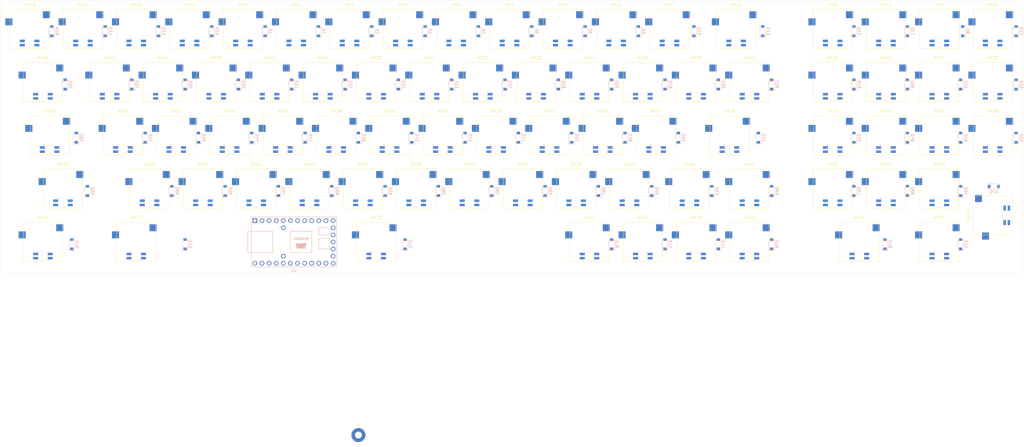
<source format=kicad_pcb>
(kicad_pcb (version 20171130) (host pcbnew "(5.1.4-0)")
  (layers (0 F.Cu signal) (31 B.Cu signal) (34 B.Paste user) (35 F.Paste user) (36 B.SilkS user) (37 F.SilkS user) (38 B.Mask user) (39 F.Mask user) (44 Edge.Cuts user))
  (net 0 "")
  (net 1 GND)
  (net 2 "Net-(D1-Pad2)")
  (net 3 ROW0)
  (net 4 "Net-(D2-Pad2)")
  (net 5 "Net-(D3-Pad2)")
  (net 6 "Net-(D4-Pad2)")
  (net 7 "Net-(D5-Pad2)")
  (net 8 "Net-(D6-Pad2)")
  (net 9 "Net-(D7-Pad2)")
  (net 10 "Net-(D8-Pad2)")
  (net 11 "Net-(D9-Pad2)")
  (net 12 "Net-(D10-Pad2)")
  (net 13 "Net-(D11-Pad2)")
  (net 14 "Net-(D12-Pad2)")
  (net 15 "Net-(D13-Pad2)")
  (net 16 "Net-(D14-Pad2)")
  (net 17 "Net-(D15-Pad2)")
  (net 18 "Net-(D16-Pad2)")
  (net 19 "Net-(D17-Pad2)")
  (net 20 "Net-(D18-Pad2)")
  (net 21 "Net-(D19-Pad2)")
  (net 22 ROW1)
  (net 23 "Net-(D20-Pad2)")
  (net 24 "Net-(D21-Pad2)")
  (net 25 "Net-(D22-Pad2)")
  (net 26 "Net-(D23-Pad2)")
  (net 27 "Net-(D24-Pad2)")
  (net 28 "Net-(D25-Pad2)")
  (net 29 "Net-(D26-Pad2)")
  (net 30 "Net-(D27-Pad2)")
  (net 31 "Net-(D28-Pad2)")
  (net 32 "Net-(D29-Pad2)")
  (net 33 "Net-(D30-Pad2)")
  (net 34 "Net-(D31-Pad2)")
  (net 35 "Net-(D32-Pad2)")
  (net 36 "Net-(D33-Pad2)")
  (net 37 "Net-(D34-Pad2)")
  (net 38 "Net-(D35-Pad2)")
  (net 39 "Net-(D36-Pad2)")
  (net 40 "Net-(D37-Pad2)")
  (net 41 ROW2)
  (net 42 "Net-(D38-Pad2)")
  (net 43 "Net-(D39-Pad2)")
  (net 44 "Net-(D40-Pad2)")
  (net 45 "Net-(D41-Pad2)")
  (net 46 "Net-(D42-Pad2)")
  (net 47 "Net-(D43-Pad2)")
  (net 48 "Net-(D44-Pad2)")
  (net 49 "Net-(D45-Pad2)")
  (net 50 "Net-(D46-Pad2)")
  (net 51 "Net-(D47-Pad2)")
  (net 52 "Net-(D48-Pad2)")
  (net 53 "Net-(D49-Pad2)")
  (net 54 "Net-(D50-Pad2)")
  (net 55 "Net-(D51-Pad2)")
  (net 56 "Net-(D52-Pad2)")
  (net 57 "Net-(D53-Pad2)")
  (net 58 "Net-(D54-Pad2)")
  (net 59 ROW3)
  (net 60 "Net-(D55-Pad2)")
  (net 61 "Net-(D56-Pad2)")
  (net 62 "Net-(D57-Pad2)")
  (net 63 "Net-(D58-Pad2)")
  (net 64 "Net-(D59-Pad2)")
  (net 65 "Net-(D60-Pad2)")
  (net 66 "Net-(D61-Pad2)")
  (net 67 "Net-(D62-Pad2)")
  (net 68 "Net-(D63-Pad2)")
  (net 69 "Net-(D64-Pad2)")
  (net 70 "Net-(D65-Pad2)")
  (net 71 "Net-(D66-Pad2)")
  (net 72 "Net-(D67-Pad2)")
  (net 73 "Net-(D68-Pad2)")
  (net 74 "Net-(D69-Pad2)")
  (net 75 "Net-(D70-Pad2)")
  (net 76 "Net-(D71-Pad2)")
  (net 77 ROW4)
  (net 78 "Net-(D72-Pad2)")
  (net 79 "Net-(D73-Pad2)")
  (net 80 "Net-(D74-Pad2)")
  (net 81 "Net-(D75-Pad2)")
  (net 82 "Net-(D76-Pad2)")
  (net 83 "Net-(D77-Pad2)")
  (net 84 "Net-(D78-Pad2)")
  (net 85 "Net-(D79-Pad2)")
  (net 86 VCC)
  (net 87 COL1)
  (net 88 COL2)
  (net 89 COL3)
  (net 90 COL4)
  (net 91 COL5)
  (net 92 COL6)
  (net 93 COL7)
  (net 94 COL8)
  (net 95 COL9)
  (net 96 COL13)
  (net 97 COL0)
  (net 98 COL10)
  (net 99 COL12)
  (net 100 COL11)
  (net 101 COL14)
  (net 102 COL15)
  (net 103 COL16)
  (net 104 COL17)
  (net 105 "Net-(U1-Pad31)")
  (net 106 "Net-(U1-Pad30)")
  (net 107 "Net-(U1-Pad28)")
  (net 108 "Net-(U1-Pad27)")
  (net 109 "Net-(U1-Pad26)")
  (net 110 "Net-(U1-Pad25)")
  (net 111 "Net-(U1-Pad20)")
  (net 112 "Net-(U1-Pad19)")
  (net 113 "Net-(U1-Pad18)")
  (net 114 "Net-(U1-Pad12)")
  (net 115 "Net-(U1-Pad11)")
  (net 116 "Net-(U1-Pad10)")
  (net 117 "Net-(U1-Pad9)")
  (net 118 "Net-(U1-Pad8)")
  (net 119 "Net-(H1-Pad1)")
  (net 120 "Net-(MX1-Pad6)")
  (net 121 "Net-(MX1-Pad5)")
  (net 122 "Net-(MX1-Pad4)")
  (net 123 "Net-(MX1-Pad3)")
  (net 124 "Net-(MX2-Pad6)")
  (net 125 "Net-(MX2-Pad5)")
  (net 126 "Net-(MX2-Pad3)")
  (net 127 "Net-(MX3-Pad6)")
  (net 128 "Net-(MX3-Pad5)")
  (net 129 "Net-(MX3-Pad3)")
  (net 130 "Net-(MX4-Pad6)")
  (net 131 "Net-(MX4-Pad5)")
  (net 132 "Net-(MX4-Pad3)")
  (net 133 "Net-(MX5-Pad6)")
  (net 134 "Net-(MX5-Pad5)")
  (net 135 "Net-(MX5-Pad3)")
  (net 136 "Net-(MX6-Pad6)")
  (net 137 "Net-(MX11-Pad4)")
  (net 138 "Net-(MX6-Pad3)")
  (net 139 "Net-(MX7-Pad6)")
  (net 140 "Net-(MX10-Pad5)")
  (net 141 "Net-(MX7-Pad3)")
  (net 142 "Net-(MX8-Pad6)")
  (net 143 "Net-(MX13-Pad4)")
  (net 144 "Net-(MX12-Pad5)")
  (net 145 "Net-(MX8-Pad3)")
  (net 146 "Net-(MX9-Pad6)")
  (net 147 "Net-(MX14-Pad4)")
  (net 148 "Net-(MX13-Pad5)")
  (net 149 "Net-(MX9-Pad3)")
  (net 150 "Net-(MX10-Pad6)")
  (net 151 "Net-(MX10-Pad4)")
  (net 152 "Net-(MX10-Pad3)")
  (net 153 "Net-(MX11-Pad6)")
  (net 154 "Net-(MX11-Pad5)")
  (net 155 "Net-(MX11-Pad3)")
  (net 156 "Net-(MX12-Pad6)")
  (net 157 "Net-(MX12-Pad4)")
  (net 158 "Net-(MX12-Pad3)")
  (net 159 "Net-(MX13-Pad6)")
  (net 160 "Net-(MX13-Pad3)")
  (net 161 "Net-(MX14-Pad6)")
  (net 162 RGB0)
  (net 163 "Net-(MX14-Pad3)")
  (net 164 "Net-(MX15-Pad6)")
  (net 165 "Net-(MX15-Pad5)")
  (net 166 "Net-(MX15-Pad4)")
  (net 167 "Net-(MX15-Pad3)")
  (net 168 "Net-(MX16-Pad6)")
  (net 169 "Net-(MX16-Pad3)")
  (net 170 "Net-(MX17-Pad6)")
  (net 171 "Net-(MX17-Pad3)")
  (net 172 "Net-(MX18-Pad6)")
  (net 173 "Net-(MX18-Pad4)")
  (net 174 "Net-(MX18-Pad3)")
  (net 175 "Net-(MX19-Pad6)")
  (net 176 "Net-(MX19-Pad5)")
  (net 177 "Net-(MX19-Pad4)")
  (net 178 "Net-(MX19-Pad3)")
  (net 179 "Net-(MX20-Pad6)")
  (net 180 "Net-(MX20-Pad5)")
  (net 181 "Net-(MX20-Pad3)")
  (net 182 "Net-(MX21-Pad6)")
  (net 183 "Net-(MX21-Pad5)")
  (net 184 "Net-(MX21-Pad3)")
  (net 185 "Net-(MX22-Pad6)")
  (net 186 "Net-(MX22-Pad5)")
  (net 187 "Net-(MX22-Pad3)")
  (net 188 "Net-(MX23-Pad6)")
  (net 189 "Net-(MX23-Pad5)")
  (net 190 "Net-(MX23-Pad3)")
  (net 191 "Net-(MX24-Pad6)")
  (net 192 "Net-(MX24-Pad5)")
  (net 193 "Net-(MX24-Pad3)")
  (net 194 "Net-(MX25-Pad6)")
  (net 195 "Net-(MX25-Pad4)")
  (net 196 "Net-(MX25-Pad3)")
  (net 197 "Net-(MX26-Pad6)")
  (net 198 "Net-(MX26-Pad5)")
  (net 199 "Net-(MX26-Pad4)")
  (net 200 "Net-(MX26-Pad3)")
  (net 201 "Net-(MX27-Pad6)")
  (net 202 "Net-(MX27-Pad5)")
  (net 203 "Net-(MX27-Pad4)")
  (net 204 "Net-(MX27-Pad3)")
  (net 205 "Net-(MX28-Pad6)")
  (net 206 "Net-(MX28-Pad4)")
  (net 207 "Net-(MX28-Pad3)")
  (net 208 "Net-(MX29-Pad6)")
  (net 209 "Net-(MX29-Pad5)")
  (net 210 "Net-(MX29-Pad3)")
  (net 211 "Net-(MX30-Pad6)")
  (net 212 "Net-(MX30-Pad4)")
  (net 213 "Net-(MX30-Pad3)")
  (net 214 "Net-(MX31-Pad6)")
  (net 215 "Net-(MX31-Pad3)")
  (net 216 "Net-(MX32-Pad6)")
  (net 217 RGB1)
  (net 218 "Net-(MX32-Pad3)")
  (net 219 "Net-(MX33-Pad6)")
  (net 220 "Net-(MX33-Pad5)")
  (net 221 "Net-(MX33-Pad4)")
  (net 222 "Net-(MX33-Pad3)")
  (net 223 "Net-(MX34-Pad6)")
  (net 224 "Net-(MX34-Pad3)")
  (net 225 "Net-(MX35-Pad6)")
  (net 226 "Net-(MX35-Pad3)")
  (net 227 "Net-(MX36-Pad6)")
  (net 228 "Net-(MX36-Pad3)")
  (net 229 "Net-(MX37-Pad6)")
  (net 230 "Net-(MX37-Pad5)")
  (net 231 "Net-(MX37-Pad4)")
  (net 232 "Net-(MX37-Pad3)")
  (net 233 "Net-(MX38-Pad6)")
  (net 234 "Net-(MX38-Pad5)")
  (net 235 "Net-(MX38-Pad4)")
  (net 236 "Net-(MX38-Pad3)")
  (net 237 "Net-(MX39-Pad6)")
  (net 238 "Net-(MX39-Pad3)")
  (net 239 "Net-(MX40-Pad6)")
  (net 240 "Net-(MX40-Pad5)")
  (net 241 "Net-(MX40-Pad3)")
  (net 242 "Net-(MX41-Pad6)")
  (net 243 "Net-(MX41-Pad5)")
  (net 244 "Net-(MX41-Pad3)")
  (net 245 "Net-(MX42-Pad6)")
  (net 246 "Net-(MX42-Pad5)")
  (net 247 "Net-(MX42-Pad3)")
  (net 248 "Net-(MX43-Pad6)")
  (net 249 "Net-(MX43-Pad4)")
  (net 250 "Net-(MX43-Pad3)")
  (net 251 "Net-(MX44-Pad6)")
  (net 252 "Net-(MX44-Pad5)")
  (net 253 "Net-(MX44-Pad4)")
  (net 254 "Net-(MX44-Pad3)")
  (net 255 "Net-(MX45-Pad6)")
  (net 256 "Net-(MX45-Pad5)")
  (net 257 "Net-(MX45-Pad4)")
  (net 258 "Net-(MX45-Pad3)")
  (net 259 "Net-(MX46-Pad6)")
  (net 260 "Net-(MX46-Pad4)")
  (net 261 "Net-(MX46-Pad3)")
  (net 262 "Net-(MX47-Pad6)")
  (net 263 "Net-(MX47-Pad5)")
  (net 264 "Net-(MX47-Pad3)")
  (net 265 "Net-(MX48-Pad6)")
  (net 266 "Net-(MX48-Pad3)")
  (net 267 "Net-(MX49-Pad6)")
  (net 268 "Net-(MX49-Pad3)")
  (net 269 "Net-(MX50-Pad6)")
  (net 270 RGB2)
  (net 271 "Net-(MX50-Pad3)")
  (net 272 "Net-(MX51-Pad6)")
  (net 273 "Net-(MX51-Pad5)")
  (net 274 "Net-(MX51-Pad4)")
  (net 275 "Net-(MX51-Pad3)")
  (net 276 "Net-(MX52-Pad6)")
  (net 277 "Net-(MX52-Pad3)")
  (net 278 "Net-(MX53-Pad6)")
  (net 279 "Net-(MX53-Pad3)")
  (net 280 "Net-(MX54-Pad6)")
  (net 281 "Net-(MX54-Pad5)")
  (net 282 "Net-(MX54-Pad4)")
  (net 283 "Net-(MX54-Pad3)")
  (net 284 "Net-(MX55-Pad6)")
  (net 285 "Net-(MX55-Pad5)")
  (net 286 "Net-(MX55-Pad4)")
  (net 287 "Net-(MX55-Pad1)")
  (net 288 "Net-(MX56-Pad6)")
  (net 289 "Net-(MX56-Pad3)")
  (net 290 "Net-(MX57-Pad6)")
  (net 291 "Net-(MX57-Pad5)")
  (net 292 "Net-(MX57-Pad3)")
  (net 293 "Net-(MX58-Pad6)")
  (net 294 "Net-(MX58-Pad5)")
  (net 295 "Net-(MX58-Pad3)")
  (net 296 "Net-(MX59-Pad6)")
  (net 297 "Net-(MX59-Pad5)")
  (net 298 "Net-(MX59-Pad3)")
  (net 299 "Net-(MX60-Pad6)")
  (net 300 "Net-(MX60-Pad4)")
  (net 301 "Net-(MX60-Pad3)")
  (net 302 "Net-(MX61-Pad6)")
  (net 303 "Net-(MX61-Pad5)")
  (net 304 "Net-(MX61-Pad4)")
  (net 305 "Net-(MX61-Pad3)")
  (net 306 "Net-(MX62-Pad6)")
  (net 307 "Net-(MX62-Pad5)")
  (net 308 "Net-(MX62-Pad3)")
  (net 309 "Net-(MX63-Pad6)")
  (net 310 "Net-(MX63-Pad5)")
  (net 311 "Net-(MX63-Pad4)")
  (net 312 "Net-(MX63-Pad3)")
  (net 313 "Net-(MX64-Pad6)")
  (net 314 "Net-(MX64-Pad4)")
  (net 315 "Net-(MX64-Pad3)")
  (net 316 "Net-(MX65-Pad6)")
  (net 317 "Net-(MX65-Pad3)")
  (net 318 "Net-(MX66-Pad6)")
  (net 319 "Net-(MX66-Pad5)")
  (net 320 "Net-(MX66-Pad4)")
  (net 321 "Net-(MX66-Pad3)")
  (net 322 "Net-(MX67-Pad6)")
  (net 323 "Net-(MX67-Pad3)")
  (net 324 "Net-(MX68-Pad6)")
  (net 325 "Net-(MX68-Pad3)")
  (net 326 "Net-(MX69-Pad6)")
  (net 327 "Net-(MX69-Pad3)")
  (net 328 "Net-(MX70-Pad6)")
  (net 329 RGB3)
  (net 330 "Net-(MX70-Pad3)")
  (net 331 "Net-(MX71-Pad6)")
  (net 332 "Net-(MX71-Pad5)")
  (net 333 "Net-(MX71-Pad4)")
  (net 334 "Net-(MX71-Pad3)")
  (net 335 "Net-(MX72-Pad6)")
  (net 336 "Net-(MX72-Pad5)")
  (net 337 "Net-(MX72-Pad3)")
  (net 338 "Net-(MX73-Pad6)")
  (net 339 "Net-(MX73-Pad4)")
  (net 340 "Net-(MX73-Pad3)")
  (net 341 "Net-(MX74-Pad6)")
  (net 342 "Net-(MX74-Pad5)")
  (net 343 "Net-(MX74-Pad3)")
  (net 344 "Net-(MX75-Pad6)")
  (net 345 "Net-(MX75-Pad5)")
  (net 346 "Net-(MX75-Pad4)")
  (net 347 "Net-(MX75-Pad3)")
  (net 348 "Net-(MX76-Pad6)")
  (net 349 "Net-(MX76-Pad3)")
  (net 350 "Net-(MX77-Pad6)")
  (net 351 "Net-(MX77-Pad4)")
  (net 352 "Net-(MX77-Pad3)")
  (net 353 "Net-(MX78-Pad6)")
  (net 354 "Net-(MX78-Pad3)")
  (net 355 "Net-(MX79-Pad6)")
  (net 356 "Net-(MX79-Pad3)")
  (net 357 "Net-(U1-Pad24)")
  (net 358 "Net-(U1-Pad23)")
  (net 359 "Net-(U1-Pad17)")
  (net 360 "Net-(U1-Pad16)")
  (net 361 "Net-(U1-Pad13)")
  (net 362 "Net-(U1-Pad2)")
  (net 363 "Net-(U1-Pad3)")
  (net 364 "Net-(U1-Pad4)")
  (net 365 "Net-(U1-Pad5)")
  (net 366 "Net-(U1-Pad6)")
  (net 367 "Net-(U1-Pad7)")
  (net 368 "Net-(U1-Pad22)")
  (net 369 "Net-(U1-Pad21)")
  (module teensy:Teensy2.0 (layer B.Cu) (at 94.45625 76.2)
    (fp_text reference U1 (at 0 10.16) (layer B.SilkS) (effects (justify mirror)))
    (fp_text value "Teensy2.0_(C)")
    (fp_text user MEGA32U4 (at 2.54 -1.143) (layer B.SilkS) (effects (font (size 0.7 0.7)) (justify mirror)))
    (pad 31 thru_hole circle (at -3.81 5.08) (size 1.6 1.6) (drill 1.1) (layers *.Cu *.Mask) (net 105 "Net-(U1-Pad31)"))
    (pad 30 thru_hole circle (at -3.81 -5.08) (size 1.6 1.6) (drill 1.1) (layers *.Cu *.Mask) (net 106 "Net-(U1-Pad30)"))
    (pad 29 thru_hole circle (at -13.97 7.62) (size 1.6 1.6) (drill 1.1) (layers *.Cu *.Mask) (net 86 VCC))
    (pad 28 thru_hole circle (at -11.43 7.62) (size 1.6 1.6) (drill 1.1) (layers *.Cu *.Mask) (net 107 "Net-(U1-Pad28)"))
    (pad 27 thru_hole circle (at -8.89 7.62) (size 1.6 1.6) (drill 1.1) (layers *.Cu *.Mask) (net 108 "Net-(U1-Pad27)"))
    (pad 26 thru_hole circle (at -6.35 7.62) (size 1.6 1.6) (drill 1.1) (layers *.Cu *.Mask) (net 109 "Net-(U1-Pad26)"))
    (pad 25 thru_hole circle (at -3.81 7.62) (size 1.6 1.6) (drill 1.1) (layers *.Cu *.Mask) (net 110 "Net-(U1-Pad25)"))
    (pad 24 thru_hole circle (at -1.27 7.62) (size 1.6 1.6) (drill 1.1) (layers *.Cu *.Mask) (net 357 "Net-(U1-Pad24)"))
    (pad 23 thru_hole circle (at 1.27 7.62) (size 1.6 1.6) (drill 1.1) (layers *.Cu *.Mask) (net 358 "Net-(U1-Pad23)"))
    (pad 22 thru_hole circle (at 3.81 7.62) (size 1.6 1.6) (drill 1.1) (layers *.Cu *.Mask) (net 368 "Net-(U1-Pad22)"))
    (pad 21 thru_hole circle (at 6.35 7.62) (size 1.6 1.6) (drill 1.1) (layers *.Cu *.Mask) (net 369 "Net-(U1-Pad21)"))
    (pad 20 thru_hole circle (at 8.89 7.62) (size 1.6 1.6) (drill 1.1) (layers *.Cu *.Mask) (net 111 "Net-(U1-Pad20)"))
    (pad 19 thru_hole circle (at 11.43 7.62) (size 1.6 1.6) (drill 1.1) (layers *.Cu *.Mask) (net 112 "Net-(U1-Pad19)"))
    (pad 18 thru_hole circle (at 13.97 7.62) (size 1.6 1.6) (drill 1.1) (layers *.Cu *.Mask) (net 113 "Net-(U1-Pad18)"))
    (pad 17 thru_hole circle (at 13.97 5.08) (size 1.6 1.6) (drill 1.1) (layers *.Cu *.Mask) (net 359 "Net-(U1-Pad17)"))
    (pad 16 thru_hole circle (at 13.97 2.54) (size 1.6 1.6) (drill 1.1) (layers *.Cu *.Mask) (net 360 "Net-(U1-Pad16)"))
    (pad 14 thru_hole circle (at 13.97 -2.54) (size 1.6 1.6) (drill 1.1) (layers *.Cu *.Mask) (net 86 VCC))
    (pad 13 thru_hole circle (at 13.97 -5.08) (size 1.6 1.6) (drill 1.1) (layers *.Cu *.Mask) (net 361 "Net-(U1-Pad13)"))
    (pad 12 thru_hole circle (at 13.97 -7.62) (size 1.6 1.6) (drill 1.1) (layers *.Cu *.Mask) (net 114 "Net-(U1-Pad12)"))
    (pad 11 thru_hole circle (at 11.43 -7.62) (size 1.6 1.6) (drill 1.1) (layers *.Cu *.Mask) (net 115 "Net-(U1-Pad11)"))
    (pad 10 thru_hole circle (at 8.89 -7.62) (size 1.6 1.6) (drill 1.1) (layers *.Cu *.Mask) (net 116 "Net-(U1-Pad10)"))
    (pad 9 thru_hole circle (at 6.35 -7.62) (size 1.6 1.6) (drill 1.1) (layers *.Cu *.Mask) (net 117 "Net-(U1-Pad9)"))
    (pad 8 thru_hole circle (at 3.81 -7.62) (size 1.6 1.6) (drill 1.1) (layers *.Cu *.Mask) (net 118 "Net-(U1-Pad8)"))
    (pad 7 thru_hole circle (at 1.27 -7.62) (size 1.6 1.6) (drill 1.1) (layers *.Cu *.Mask) (net 367 "Net-(U1-Pad7)"))
    (pad 6 thru_hole circle (at -1.27 -7.62) (size 1.6 1.6) (drill 1.1) (layers *.Cu *.Mask) (net 366 "Net-(U1-Pad6)"))
    (pad 5 thru_hole circle (at -3.81 -7.62) (size 1.6 1.6) (drill 1.1) (layers *.Cu *.Mask) (net 365 "Net-(U1-Pad5)"))
    (pad 4 thru_hole circle (at -6.35 -7.62) (size 1.6 1.6) (drill 1.1) (layers *.Cu *.Mask) (net 364 "Net-(U1-Pad4)"))
    (pad 3 thru_hole circle (at -8.89 -7.62) (size 1.6 1.6) (drill 1.1) (layers *.Cu *.Mask) (net 363 "Net-(U1-Pad3)"))
    (pad 2 thru_hole circle (at -11.43 -7.62) (size 1.6 1.6) (drill 1.1) (layers *.Cu *.Mask) (net 362 "Net-(U1-Pad2)"))
    (pad 1 thru_hole rect (at -13.97 -7.62) (size 1.6 1.6) (drill 1.1) (layers *.Cu *.Mask) (net 1 GND))
    (pad 15 thru_hole circle (at 13.97 0) (size 1.6 1.6) (drill 1.1) (layers *.Cu *.Mask) (net 1 GND))
  )
  (module MountingHole:MountingHole_2.5mm_Pad (layer F.Cu) (at 117.475 145.25625)
    (fp_text reference H1 (at 0 -3.5) (layer F.SilkS))
    (fp_text value MountingHole_Pad)
    (pad 1 thru_hole circle (at 0 0) (size 5 5) (drill 2.5) (layers *.Cu *.Mask) (net 119 "Net-(H1-Pad1)"))
  )
  (module CherryMX_PCB_KailhSocket_StabWireBottom_LTST-A683CEGBW:CherryMX_2.00u_PCB_KailhSocket_StabWireBottom_LTST-A683CEGBW (layer F.Cu) (at 38.1 76.2)
    (fp_text reference MX77 (at 0 -8.6625) (layer F.SilkS))
    (fp_text value CherryMX_LTST-A683CEGBW)
    (fp_line (start -1.7 6.55) (end -1.7 3.55) (layer Edge.Cuts) (width 0.05))
    (fp_line (start 1.7 6.55) (end -1.7 6.55) (layer Edge.Cuts) (width 0.05))
    (fp_line (start 1.7 3.55) (end 1.7 6.55) (layer Edge.Cuts) (width 0.05))
    (fp_line (start -1.7 3.55) (end 1.7 3.55) (layer Edge.Cuts) (width 0.05))
    (pad 6 smd rect (at 2.6 5.8) (size 1.8 0.9) (layers B.Cu B.Paste B.Mask) (net 350 "Net-(MX77-Pad6)"))
    (pad 5 smd rect (at 2.6 4.3) (size 1.8 0.9) (layers B.Cu B.Paste B.Mask) (net 333 "Net-(MX71-Pad4)"))
    (pad 4 smd rect (at -2.6 5.8) (size 1.8 0.9) (layers B.Cu B.Paste B.Mask) (net 351 "Net-(MX77-Pad4)"))
    (pad 3 smd rect (at -2.6 4.3) (size 1.8 0.9) (layers B.Cu B.Paste B.Mask) (net 352 "Net-(MX77-Pad3)"))
    (pad "" np_thru_hole circle (at 11.938 -7) (size 3.05 3.05) (drill 3.05) (layers *.Cu *.Mask))
    (pad "" np_thru_hole circle (at 11.938 8.24) (size 4 4) (drill 4) (layers *.Cu *.Mask))
    (pad "" np_thru_hole circle (at -11.938 8.24) (size 4 4) (drill 4) (layers *.Cu *.Mask))
    (pad "" np_thru_hole circle (at -11.938 -7) (size 3.05 3.05) (drill 3.05) (layers *.Cu *.Mask))
    (pad "" np_thru_hole circle (at 5.08 0) (size 1.7 1.7) (drill 1.7) (layers *.Cu *.Mask))
    (pad "" np_thru_hole circle (at -5.08 0) (size 1.7 1.7) (drill 1.7) (layers *.Cu *.Mask))
    (pad 2 smd rect (at 6.015 -5.08) (size 2.55 2.5) (layers B.Cu B.Paste B.Mask) (net 79 "Net-(D73-Pad2)"))
    (pad 1 smd rect (at -7.41 -2.54) (size 2.55 2.5) (layers B.Cu B.Paste B.Mask) (net 87 COL1))
    (pad "" np_thru_hole circle (at 2.54 -5.08) (size 3 3) (drill 3) (layers *.Cu *.Mask))
    (pad "" np_thru_hole circle (at -3.81 -2.54) (size 3 3) (drill 3) (layers *.Cu *.Mask))
    (pad "" np_thru_hole circle (at 0 0) (size 4 4) (drill 4) (layers *.Cu *.Mask))
  )
  (module CherryMX_PCB_KailhSocket_StabWireBottom_LTST-A683CEGBW:CherryMX_2.00u_PCB_KailhSocket_StabWireBottom_LTST-A683CEGBW (layer F.Cu) (at 296.4375 76.2)
    (fp_text reference MX76 (at 0 -8.6625) (layer F.SilkS))
    (fp_text value CherryMX_LTST-A683CEGBW)
    (fp_line (start -1.7 6.55) (end -1.7 3.55) (layer Edge.Cuts) (width 0.05))
    (fp_line (start 1.7 6.55) (end -1.7 6.55) (layer Edge.Cuts) (width 0.05))
    (fp_line (start 1.7 3.55) (end 1.7 6.55) (layer Edge.Cuts) (width 0.05))
    (fp_line (start -1.7 3.55) (end 1.7 3.55) (layer Edge.Cuts) (width 0.05))
    (pad 6 smd rect (at 2.6 5.8) (size 1.8 0.9) (layers B.Cu B.Paste B.Mask) (net 348 "Net-(MX76-Pad6)"))
    (pad 5 smd rect (at 2.6 4.3) (size 1.8 0.9) (layers B.Cu B.Paste B.Mask) (net 339 "Net-(MX73-Pad4)"))
    (pad 4 smd rect (at -2.6 5.8) (size 1.8 0.9) (layers B.Cu B.Paste B.Mask) (net 345 "Net-(MX75-Pad5)"))
    (pad 3 smd rect (at -2.6 4.3) (size 1.8 0.9) (layers B.Cu B.Paste B.Mask) (net 349 "Net-(MX76-Pad3)"))
    (pad "" np_thru_hole circle (at 11.938 -7) (size 3.05 3.05) (drill 3.05) (layers *.Cu *.Mask))
    (pad "" np_thru_hole circle (at 11.938 8.24) (size 4 4) (drill 4) (layers *.Cu *.Mask))
    (pad "" np_thru_hole circle (at -11.938 8.24) (size 4 4) (drill 4) (layers *.Cu *.Mask))
    (pad "" np_thru_hole circle (at -11.938 -7) (size 3.05 3.05) (drill 3.05) (layers *.Cu *.Mask))
    (pad "" np_thru_hole circle (at 5.08 0) (size 1.7 1.7) (drill 1.7) (layers *.Cu *.Mask))
    (pad "" np_thru_hole circle (at -5.08 0) (size 1.7 1.7) (drill 1.7) (layers *.Cu *.Mask))
    (pad 2 smd rect (at 6.015 -5.08) (size 2.55 2.5) (layers B.Cu B.Paste B.Mask) (net 84 "Net-(D78-Pad2)"))
    (pad 1 smd rect (at -7.41 -2.54) (size 2.55 2.5) (layers B.Cu B.Paste B.Mask) (net 101 COL14))
    (pad "" np_thru_hole circle (at 2.54 -5.08) (size 3 3) (drill 3) (layers *.Cu *.Mask))
    (pad "" np_thru_hole circle (at -3.81 -2.54) (size 3 3) (drill 3) (layers *.Cu *.Mask))
    (pad "" np_thru_hole circle (at 0 0) (size 4 4) (drill 4) (layers *.Cu *.Mask))
  )
  (module CherryMX_PCB_KailhSocket_StabWireBottom_LTST-A683CEGBW:CherryMX_7.00u_PCB_KailhSocket_StabWireBottom_LTST-A683CEGBW (layer F.Cu) (at 123.825 76.2)
    (fp_text reference MX71 (at 0 -8.6625) (layer F.SilkS))
    (fp_text value CherryMX_LTST-A683CEGBW)
    (fp_line (start -1.7 6.55) (end -1.7 3.55) (layer Edge.Cuts) (width 0.05))
    (fp_line (start 1.7 6.55) (end -1.7 6.55) (layer Edge.Cuts) (width 0.05))
    (fp_line (start 1.7 3.55) (end 1.7 6.55) (layer Edge.Cuts) (width 0.05))
    (fp_line (start -1.7 3.55) (end 1.7 3.55) (layer Edge.Cuts) (width 0.05))
    (pad 6 smd rect (at 2.6 5.8) (size 1.8 0.9) (layers B.Cu B.Paste B.Mask) (net 331 "Net-(MX71-Pad6)"))
    (pad 5 smd rect (at 2.6 4.3) (size 1.8 0.9) (layers B.Cu B.Paste B.Mask) (net 332 "Net-(MX71-Pad5)"))
    (pad 4 smd rect (at -2.6 5.8) (size 1.8 0.9) (layers B.Cu B.Paste B.Mask) (net 333 "Net-(MX71-Pad4)"))
    (pad 3 smd rect (at -2.6 4.3) (size 1.8 0.9) (layers B.Cu B.Paste B.Mask) (net 334 "Net-(MX71-Pad3)"))
    (pad "" np_thru_hole circle (at 57.15 -7) (size 3.05 3.05) (drill 3.05) (layers *.Cu *.Mask))
    (pad "" np_thru_hole circle (at 57.15 8.24) (size 4 4) (drill 4) (layers *.Cu *.Mask))
    (pad "" np_thru_hole circle (at -57.15 8.24) (size 4 4) (drill 4) (layers *.Cu *.Mask))
    (pad "" np_thru_hole circle (at -57.15 -7) (size 3.05 3.05) (drill 3.05) (layers *.Cu *.Mask))
    (pad "" np_thru_hole circle (at 5.08 0) (size 1.7 1.7) (drill 1.7) (layers *.Cu *.Mask))
    (pad "" np_thru_hole circle (at -5.08 0) (size 1.7 1.7) (drill 1.7) (layers *.Cu *.Mask))
    (pad 2 smd rect (at 6.015 -5.08) (size 2.55 2.5) (layers B.Cu B.Paste B.Mask) (net 76 "Net-(D71-Pad2)"))
    (pad 1 smd rect (at -7.41 -2.54) (size 2.55 2.5) (layers B.Cu B.Paste B.Mask) (net 91 COL5))
    (pad "" np_thru_hole circle (at 2.54 -5.08) (size 3 3) (drill 3) (layers *.Cu *.Mask))
    (pad "" np_thru_hole circle (at -3.81 -2.54) (size 3 3) (drill 3) (layers *.Cu *.Mask))
    (pad "" np_thru_hole circle (at 0 0) (size 4 4) (drill 4) (layers *.Cu *.Mask))
  )
  (module CherryMX_PCB_KailhSocket_StabWireBottom_LTST-A683CEGBW:CherryMX_2.00u_PCB_KailhSocket_StabWireBottom_LTST-A683CEGBW (layer F.Cu) (at 344.0625 66.675 90)
    (fp_text reference MX70 (at 0 -8.6625 90) (layer F.SilkS))
    (fp_text value CherryMX_LTST-A683CEGBW)
    (fp_line (start -1.7 6.55) (end -1.7 3.55) (layer Edge.Cuts) (width 0.05))
    (fp_line (start 1.7 6.55) (end -1.7 6.55) (layer Edge.Cuts) (width 0.05))
    (fp_line (start 1.7 3.55) (end 1.7 6.55) (layer Edge.Cuts) (width 0.05))
    (fp_line (start -1.7 3.55) (end 1.7 3.55) (layer Edge.Cuts) (width 0.05))
    (pad 6 smd rect (at 2.6 5.8 90) (size 1.8 0.9) (layers B.Cu B.Paste B.Mask) (net 328 "Net-(MX70-Pad6)"))
    (pad 5 smd rect (at 2.6 4.3 90) (size 1.8 0.9) (layers B.Cu B.Paste B.Mask) (net 329 RGB3))
    (pad 4 smd rect (at -2.6 5.8 90) (size 1.8 0.9) (layers B.Cu B.Paste B.Mask) (net 310 "Net-(MX63-Pad5)"))
    (pad 3 smd rect (at -2.6 4.3 90) (size 1.8 0.9) (layers B.Cu B.Paste B.Mask) (net 330 "Net-(MX70-Pad3)"))
    (pad "" np_thru_hole circle (at 11.938 -7 90) (size 3.05 3.05) (drill 3.05) (layers *.Cu *.Mask))
    (pad "" np_thru_hole circle (at 11.938 8.24 90) (size 4 4) (drill 4) (layers *.Cu *.Mask))
    (pad "" np_thru_hole circle (at -11.938 8.24 90) (size 4 4) (drill 4) (layers *.Cu *.Mask))
    (pad "" np_thru_hole circle (at -11.938 -7 90) (size 3.05 3.05) (drill 3.05) (layers *.Cu *.Mask))
    (pad "" np_thru_hole circle (at 5.08 0 90) (size 1.7 1.7) (drill 1.7) (layers *.Cu *.Mask))
    (pad "" np_thru_hole circle (at -5.08 0 90) (size 1.7 1.7) (drill 1.7) (layers *.Cu *.Mask))
    (pad 2 smd rect (at 6.015 -5.08 90) (size 2.55 2.5) (layers B.Cu B.Paste B.Mask) (net 75 "Net-(D70-Pad2)"))
    (pad 1 smd rect (at -7.41 -2.54 90) (size 2.55 2.5) (layers B.Cu B.Paste B.Mask) (net 104 COL17))
    (pad "" np_thru_hole circle (at 2.54 -5.08 90) (size 3 3) (drill 3) (layers *.Cu *.Mask))
    (pad "" np_thru_hole circle (at -3.81 -2.54 90) (size 3 3) (drill 3) (layers *.Cu *.Mask))
    (pad "" np_thru_hole circle (at 0 0 90) (size 4 4) (drill 4) (layers *.Cu *.Mask))
  )
  (module CherryMX_PCB_KailhSocket_StabWireBottom_LTST-A683CEGBW:CherryMX_2.25u_PCB_KailhSocket_StabWireBottom_LTST-A683CEGBW (layer F.Cu) (at 11.90625 57.15)
    (fp_text reference MX69 (at 0 -8.6625) (layer F.SilkS))
    (fp_text value CherryMX_LTST-A683CEGBW)
    (fp_line (start -1.7 6.55) (end -1.7 3.55) (layer Edge.Cuts) (width 0.05))
    (fp_line (start 1.7 6.55) (end -1.7 6.55) (layer Edge.Cuts) (width 0.05))
    (fp_line (start 1.7 3.55) (end 1.7 6.55) (layer Edge.Cuts) (width 0.05))
    (fp_line (start -1.7 3.55) (end 1.7 3.55) (layer Edge.Cuts) (width 0.05))
    (pad 6 smd rect (at 2.6 5.8) (size 1.8 0.9) (layers B.Cu B.Paste B.Mask) (net 326 "Net-(MX69-Pad6)"))
    (pad 5 smd rect (at 2.6 4.3) (size 1.8 0.9) (layers B.Cu B.Paste B.Mask) (net 320 "Net-(MX66-Pad4)"))
    (pad 4 smd rect (at -2.6 5.8) (size 1.8 0.9) (layers B.Cu B.Paste B.Mask) (net 270 RGB2))
    (pad 3 smd rect (at -2.6 4.3) (size 1.8 0.9) (layers B.Cu B.Paste B.Mask) (net 327 "Net-(MX69-Pad3)"))
    (pad "" np_thru_hole circle (at 11.938 -7) (size 3.05 3.05) (drill 3.05) (layers *.Cu *.Mask))
    (pad "" np_thru_hole circle (at 11.938 8.24) (size 4 4) (drill 4) (layers *.Cu *.Mask))
    (pad "" np_thru_hole circle (at -11.938 8.24) (size 4 4) (drill 4) (layers *.Cu *.Mask))
    (pad "" np_thru_hole circle (at -11.938 -7) (size 3.05 3.05) (drill 3.05) (layers *.Cu *.Mask))
    (pad "" np_thru_hole circle (at 5.08 0) (size 1.7 1.7) (drill 1.7) (layers *.Cu *.Mask))
    (pad "" np_thru_hole circle (at -5.08 0) (size 1.7 1.7) (drill 1.7) (layers *.Cu *.Mask))
    (pad 2 smd rect (at 6.015 -5.08) (size 2.55 2.5) (layers B.Cu B.Paste B.Mask) (net 70 "Net-(D65-Pad2)"))
    (pad 1 smd rect (at -7.41 -2.54) (size 2.55 2.5) (layers B.Cu B.Paste B.Mask) (net 97 COL0))
    (pad "" np_thru_hole circle (at 2.54 -5.08) (size 3 3) (drill 3) (layers *.Cu *.Mask))
    (pad "" np_thru_hole circle (at -3.81 -2.54) (size 3 3) (drill 3) (layers *.Cu *.Mask))
    (pad "" np_thru_hole circle (at 0 0) (size 4 4) (drill 4) (layers *.Cu *.Mask))
  )
  (module CherryMX_PCB_KailhSocket_LTST-A683CEGBW:CherryMX_1.75u_PCB_KailhSocket_LTST-A683CEGBW (layer F.Cu) (at 250.03125 38.1)
    (fp_text reference MX48 (at 0 -8.6625) (layer F.SilkS))
    (fp_text value CherryMX_LTST-A683CEGBW)
    (fp_line (start -1.7 6.55) (end -1.7 3.55) (layer Edge.Cuts) (width 0.05))
    (fp_line (start 1.7 6.55) (end -1.7 6.55) (layer Edge.Cuts) (width 0.05))
    (fp_line (start 1.7 3.55) (end 1.7 6.55) (layer Edge.Cuts) (width 0.05))
    (fp_line (start -1.7 3.55) (end 1.7 3.55) (layer Edge.Cuts) (width 0.05))
    (pad 6 smd rect (at 2.6 5.8) (size 1.8 0.9) (layers B.Cu B.Paste B.Mask) (net 265 "Net-(MX48-Pad6)"))
    (pad 5 smd rect (at 2.6 4.3) (size 1.8 0.9) (layers B.Cu B.Paste B.Mask) (net 253 "Net-(MX44-Pad4)"))
    (pad 4 smd rect (at -2.6 5.8) (size 1.8 0.9) (layers B.Cu B.Paste B.Mask) (net 263 "Net-(MX47-Pad5)"))
    (pad 3 smd rect (at -2.6 4.3) (size 1.8 0.9) (layers B.Cu B.Paste B.Mask) (net 266 "Net-(MX48-Pad3)"))
    (pad "" np_thru_hole circle (at 5.08 0) (size 1.7 1.7) (drill 1.7) (layers *.Cu *.Mask))
    (pad "" np_thru_hole circle (at -5.08 0) (size 1.7 1.7) (drill 1.7) (layers *.Cu *.Mask))
    (pad 2 smd rect (at 6.015 -5.08) (size 2.55 2.5) (layers B.Cu B.Paste B.Mask) (net 40 "Net-(D37-Pad2)"))
    (pad 1 smd rect (at -7.41 -2.54) (size 2.55 2.5) (layers B.Cu B.Paste B.Mask) (net 96 COL13))
    (pad "" np_thru_hole circle (at 2.54 -5.08) (size 3 3) (drill 3) (layers *.Cu *.Mask))
    (pad "" np_thru_hole circle (at -3.81 -2.54) (size 3 3) (drill 3) (layers *.Cu *.Mask))
    (pad "" np_thru_hole circle (at 0 0) (size 4 4) (drill 4) (layers *.Cu *.Mask))
  )
  (module CherryMX_PCB_KailhSocket_LTST-A683CEGBW:CherryMX_1.50u_PCB_KailhSocket_LTST-A683CEGBW (layer F.Cu) (at 4.7625 76.2)
    (fp_text reference MX79 (at 0 -8.6625) (layer F.SilkS))
    (fp_text value CherryMX_LTST-A683CEGBW)
    (fp_line (start -1.7 6.55) (end -1.7 3.55) (layer Edge.Cuts) (width 0.05))
    (fp_line (start 1.7 6.55) (end -1.7 6.55) (layer Edge.Cuts) (width 0.05))
    (fp_line (start 1.7 3.55) (end 1.7 6.55) (layer Edge.Cuts) (width 0.05))
    (fp_line (start -1.7 3.55) (end 1.7 3.55) (layer Edge.Cuts) (width 0.05))
    (pad 6 smd rect (at 2.6 5.8) (size 1.8 0.9) (layers B.Cu B.Paste B.Mask) (net 355 "Net-(MX79-Pad6)"))
    (pad 5 smd rect (at 2.6 4.3) (size 1.8 0.9) (layers B.Cu B.Paste B.Mask) (net 351 "Net-(MX77-Pad4)"))
    (pad 4 smd rect (at -2.6 5.8) (size 1.8 0.9) (layers B.Cu B.Paste B.Mask) (net 329 RGB3))
    (pad 3 smd rect (at -2.6 4.3) (size 1.8 0.9) (layers B.Cu B.Paste B.Mask) (net 356 "Net-(MX79-Pad3)"))
    (pad "" np_thru_hole circle (at 5.08 0) (size 1.7 1.7) (drill 1.7) (layers *.Cu *.Mask))
    (pad "" np_thru_hole circle (at -5.08 0) (size 1.7 1.7) (drill 1.7) (layers *.Cu *.Mask))
    (pad 2 smd rect (at 6.015 -5.08) (size 2.55 2.5) (layers B.Cu B.Paste B.Mask) (net 81 "Net-(D75-Pad2)"))
    (pad 1 smd rect (at -7.41 -2.54) (size 2.55 2.5) (layers B.Cu B.Paste B.Mask) (net 97 COL0))
    (pad "" np_thru_hole circle (at 2.54 -5.08) (size 3 3) (drill 3) (layers *.Cu *.Mask))
    (pad "" np_thru_hole circle (at -3.81 -2.54) (size 3 3) (drill 3) (layers *.Cu *.Mask))
    (pad "" np_thru_hole circle (at 0 0) (size 4 4) (drill 4) (layers *.Cu *.Mask))
  )
  (module CherryMX_PCB_KailhSocket_LTST-A683CEGBW:CherryMX_1.00u_PCB_KailhSocket_LTST-A683CEGBW (layer F.Cu) (at 238.125 76.2)
    (fp_text reference MX78 (at 0 -8.6625) (layer F.SilkS))
    (fp_text value CherryMX_LTST-A683CEGBW)
    (fp_line (start -1.7 6.55) (end -1.7 3.55) (layer Edge.Cuts) (width 0.05))
    (fp_line (start 1.7 6.55) (end -1.7 6.55) (layer Edge.Cuts) (width 0.05))
    (fp_line (start 1.7 3.55) (end 1.7 6.55) (layer Edge.Cuts) (width 0.05))
    (fp_line (start -1.7 3.55) (end 1.7 3.55) (layer Edge.Cuts) (width 0.05))
    (pad 6 smd rect (at 2.6 5.8) (size 1.8 0.9) (layers B.Cu B.Paste B.Mask) (net 353 "Net-(MX78-Pad6)"))
    (pad 5 smd rect (at 2.6 4.3) (size 1.8 0.9) (layers B.Cu B.Paste B.Mask) (net 346 "Net-(MX75-Pad4)"))
    (pad 4 smd rect (at -2.6 5.8) (size 1.8 0.9) (layers B.Cu B.Paste B.Mask) (net 342 "Net-(MX74-Pad5)"))
    (pad 3 smd rect (at -2.6 4.3) (size 1.8 0.9) (layers B.Cu B.Paste B.Mask) (net 354 "Net-(MX78-Pad3)"))
    (pad "" np_thru_hole circle (at 5.08 0) (size 1.7 1.7) (drill 1.7) (layers *.Cu *.Mask))
    (pad "" np_thru_hole circle (at -5.08 0) (size 1.7 1.7) (drill 1.7) (layers *.Cu *.Mask))
    (pad 2 smd rect (at 6.015 -5.08) (size 2.55 2.5) (layers B.Cu B.Paste B.Mask) (net 83 "Net-(D77-Pad2)"))
    (pad 1 smd rect (at -7.41 -2.54) (size 2.55 2.5) (layers B.Cu B.Paste B.Mask) (net 99 COL12))
    (pad "" np_thru_hole circle (at 2.54 -5.08) (size 3 3) (drill 3) (layers *.Cu *.Mask))
    (pad "" np_thru_hole circle (at -3.81 -2.54) (size 3 3) (drill 3) (layers *.Cu *.Mask))
    (pad "" np_thru_hole circle (at 0 0) (size 4 4) (drill 4) (layers *.Cu *.Mask))
  )
  (module CherryMX_PCB_KailhSocket_LTST-A683CEGBW:CherryMX_1.00u_PCB_KailhSocket_LTST-A683CEGBW (layer F.Cu) (at 257.175 76.2)
    (fp_text reference MX75 (at 0 -8.6625) (layer F.SilkS))
    (fp_text value CherryMX_LTST-A683CEGBW)
    (fp_line (start -1.7 6.55) (end -1.7 3.55) (layer Edge.Cuts) (width 0.05))
    (fp_line (start 1.7 6.55) (end -1.7 6.55) (layer Edge.Cuts) (width 0.05))
    (fp_line (start 1.7 3.55) (end 1.7 6.55) (layer Edge.Cuts) (width 0.05))
    (fp_line (start -1.7 3.55) (end 1.7 3.55) (layer Edge.Cuts) (width 0.05))
    (pad 6 smd rect (at 2.6 5.8) (size 1.8 0.9) (layers B.Cu B.Paste B.Mask) (net 344 "Net-(MX75-Pad6)"))
    (pad 5 smd rect (at 2.6 4.3) (size 1.8 0.9) (layers B.Cu B.Paste B.Mask) (net 345 "Net-(MX75-Pad5)"))
    (pad 4 smd rect (at -2.6 5.8) (size 1.8 0.9) (layers B.Cu B.Paste B.Mask) (net 346 "Net-(MX75-Pad4)"))
    (pad 3 smd rect (at -2.6 4.3) (size 1.8 0.9) (layers B.Cu B.Paste B.Mask) (net 347 "Net-(MX75-Pad3)"))
    (pad "" np_thru_hole circle (at 5.08 0) (size 1.7 1.7) (drill 1.7) (layers *.Cu *.Mask))
    (pad "" np_thru_hole circle (at -5.08 0) (size 1.7 1.7) (drill 1.7) (layers *.Cu *.Mask))
    (pad 2 smd rect (at 6.015 -5.08) (size 2.55 2.5) (layers B.Cu B.Paste B.Mask) (net 85 "Net-(D79-Pad2)"))
    (pad 1 smd rect (at -7.41 -2.54) (size 2.55 2.5) (layers B.Cu B.Paste B.Mask) (net 96 COL13))
    (pad "" np_thru_hole circle (at 2.54 -5.08) (size 3 3) (drill 3) (layers *.Cu *.Mask))
    (pad "" np_thru_hole circle (at -3.81 -2.54) (size 3 3) (drill 3) (layers *.Cu *.Mask))
    (pad "" np_thru_hole circle (at 0 0) (size 4 4) (drill 4) (layers *.Cu *.Mask))
  )
  (module CherryMX_PCB_KailhSocket_LTST-A683CEGBW:CherryMX_1.00u_PCB_KailhSocket_LTST-A683CEGBW (layer F.Cu) (at 219.075 76.2)
    (fp_text reference MX74 (at 0 -8.6625) (layer F.SilkS))
    (fp_text value CherryMX_LTST-A683CEGBW)
    (fp_line (start -1.7 6.55) (end -1.7 3.55) (layer Edge.Cuts) (width 0.05))
    (fp_line (start 1.7 6.55) (end -1.7 6.55) (layer Edge.Cuts) (width 0.05))
    (fp_line (start 1.7 3.55) (end 1.7 6.55) (layer Edge.Cuts) (width 0.05))
    (fp_line (start -1.7 3.55) (end 1.7 3.55) (layer Edge.Cuts) (width 0.05))
    (pad 6 smd rect (at 2.6 5.8) (size 1.8 0.9) (layers B.Cu B.Paste B.Mask) (net 341 "Net-(MX74-Pad6)"))
    (pad 5 smd rect (at 2.6 4.3) (size 1.8 0.9) (layers B.Cu B.Paste B.Mask) (net 342 "Net-(MX74-Pad5)"))
    (pad 4 smd rect (at -2.6 5.8) (size 1.8 0.9) (layers B.Cu B.Paste B.Mask) (net 336 "Net-(MX72-Pad5)"))
    (pad 3 smd rect (at -2.6 4.3) (size 1.8 0.9) (layers B.Cu B.Paste B.Mask) (net 343 "Net-(MX74-Pad3)"))
    (pad "" np_thru_hole circle (at 5.08 0) (size 1.7 1.7) (drill 1.7) (layers *.Cu *.Mask))
    (pad "" np_thru_hole circle (at -5.08 0) (size 1.7 1.7) (drill 1.7) (layers *.Cu *.Mask))
    (pad 2 smd rect (at 6.015 -5.08) (size 2.55 2.5) (layers B.Cu B.Paste B.Mask) (net 80 "Net-(D74-Pad2)"))
    (pad 1 smd rect (at -7.41 -2.54) (size 2.55 2.5) (layers B.Cu B.Paste B.Mask) (net 100 COL11))
    (pad "" np_thru_hole circle (at 2.54 -5.08) (size 3 3) (drill 3) (layers *.Cu *.Mask))
    (pad "" np_thru_hole circle (at -3.81 -2.54) (size 3 3) (drill 3) (layers *.Cu *.Mask))
    (pad "" np_thru_hole circle (at 0 0) (size 4 4) (drill 4) (layers *.Cu *.Mask))
  )
  (module CherryMX_PCB_KailhSocket_LTST-A683CEGBW:CherryMX_1.00u_PCB_KailhSocket_LTST-A683CEGBW (layer F.Cu) (at 325.0125 76.2)
    (fp_text reference MX73 (at 0 -8.6625) (layer F.SilkS))
    (fp_text value CherryMX_LTST-A683CEGBW)
    (fp_line (start -1.7 6.55) (end -1.7 3.55) (layer Edge.Cuts) (width 0.05))
    (fp_line (start 1.7 6.55) (end -1.7 6.55) (layer Edge.Cuts) (width 0.05))
    (fp_line (start 1.7 3.55) (end 1.7 6.55) (layer Edge.Cuts) (width 0.05))
    (fp_line (start -1.7 3.55) (end 1.7 3.55) (layer Edge.Cuts) (width 0.05))
    (pad 6 smd rect (at 2.6 5.8) (size 1.8 0.9) (layers B.Cu B.Paste B.Mask) (net 338 "Net-(MX73-Pad6)"))
    (pad 5 smd rect (at 2.6 4.3) (size 1.8 0.9) (layers B.Cu B.Paste B.Mask) (net 119 "Net-(H1-Pad1)"))
    (pad 4 smd rect (at -2.6 5.8) (size 1.8 0.9) (layers B.Cu B.Paste B.Mask) (net 339 "Net-(MX73-Pad4)"))
    (pad 3 smd rect (at -2.6 4.3) (size 1.8 0.9) (layers B.Cu B.Paste B.Mask) (net 340 "Net-(MX73-Pad3)"))
    (pad "" np_thru_hole circle (at 5.08 0) (size 1.7 1.7) (drill 1.7) (layers *.Cu *.Mask))
    (pad "" np_thru_hole circle (at -5.08 0) (size 1.7 1.7) (drill 1.7) (layers *.Cu *.Mask))
    (pad 2 smd rect (at 6.015 -5.08) (size 2.55 2.5) (layers B.Cu B.Paste B.Mask) (net 78 "Net-(D72-Pad2)"))
    (pad 1 smd rect (at -7.41 -2.54) (size 2.55 2.5) (layers B.Cu B.Paste B.Mask) (net 103 COL16))
    (pad "" np_thru_hole circle (at 2.54 -5.08) (size 3 3) (drill 3) (layers *.Cu *.Mask))
    (pad "" np_thru_hole circle (at -3.81 -2.54) (size 3 3) (drill 3) (layers *.Cu *.Mask))
    (pad "" np_thru_hole circle (at 0 0) (size 4 4) (drill 4) (layers *.Cu *.Mask))
  )
  (module CherryMX_PCB_KailhSocket_LTST-A683CEGBW:CherryMX_1.00u_PCB_KailhSocket_LTST-A683CEGBW (layer F.Cu) (at 200.025 76.2)
    (fp_text reference MX72 (at 0 -8.6625) (layer F.SilkS))
    (fp_text value CherryMX_LTST-A683CEGBW)
    (fp_line (start -1.7 6.55) (end -1.7 3.55) (layer Edge.Cuts) (width 0.05))
    (fp_line (start 1.7 6.55) (end -1.7 6.55) (layer Edge.Cuts) (width 0.05))
    (fp_line (start 1.7 3.55) (end 1.7 6.55) (layer Edge.Cuts) (width 0.05))
    (fp_line (start -1.7 3.55) (end 1.7 3.55) (layer Edge.Cuts) (width 0.05))
    (pad 6 smd rect (at 2.6 5.8) (size 1.8 0.9) (layers B.Cu B.Paste B.Mask) (net 335 "Net-(MX72-Pad6)"))
    (pad 5 smd rect (at 2.6 4.3) (size 1.8 0.9) (layers B.Cu B.Paste B.Mask) (net 336 "Net-(MX72-Pad5)"))
    (pad 4 smd rect (at -2.6 5.8) (size 1.8 0.9) (layers B.Cu B.Paste B.Mask) (net 332 "Net-(MX71-Pad5)"))
    (pad 3 smd rect (at -2.6 4.3) (size 1.8 0.9) (layers B.Cu B.Paste B.Mask) (net 337 "Net-(MX72-Pad3)"))
    (pad "" np_thru_hole circle (at 5.08 0) (size 1.7 1.7) (drill 1.7) (layers *.Cu *.Mask))
    (pad "" np_thru_hole circle (at -5.08 0) (size 1.7 1.7) (drill 1.7) (layers *.Cu *.Mask))
    (pad 2 smd rect (at 6.015 -5.08) (size 2.55 2.5) (layers B.Cu B.Paste B.Mask) (net 82 "Net-(D76-Pad2)"))
    (pad 1 smd rect (at -7.41 -2.54) (size 2.55 2.5) (layers B.Cu B.Paste B.Mask) (net 98 COL10))
    (pad "" np_thru_hole circle (at 2.54 -5.08) (size 3 3) (drill 3) (layers *.Cu *.Mask))
    (pad "" np_thru_hole circle (at -3.81 -2.54) (size 3 3) (drill 3) (layers *.Cu *.Mask))
    (pad "" np_thru_hole circle (at 0 0) (size 4 4) (drill 4) (layers *.Cu *.Mask))
  )
  (module CherryMX_PCB_KailhSocket_LTST-A683CEGBW:CherryMX_1.25u_PCB_KailhSocket_LTST-A683CEGBW (layer F.Cu) (at 235.74375 57.15)
    (fp_text reference MX68 (at 0 -8.6625) (layer F.SilkS))
    (fp_text value CherryMX_LTST-A683CEGBW)
    (fp_line (start -1.7 6.55) (end -1.7 3.55) (layer Edge.Cuts) (width 0.05))
    (fp_line (start 1.7 6.55) (end -1.7 6.55) (layer Edge.Cuts) (width 0.05))
    (fp_line (start 1.7 3.55) (end 1.7 6.55) (layer Edge.Cuts) (width 0.05))
    (fp_line (start -1.7 3.55) (end 1.7 3.55) (layer Edge.Cuts) (width 0.05))
    (pad 6 smd rect (at 2.6 5.8) (size 1.8 0.9) (layers B.Cu B.Paste B.Mask) (net 324 "Net-(MX68-Pad6)"))
    (pad 5 smd rect (at 2.6 4.3) (size 1.8 0.9) (layers B.Cu B.Paste B.Mask) (net 304 "Net-(MX61-Pad4)"))
    (pad 4 smd rect (at -2.6 5.8) (size 1.8 0.9) (layers B.Cu B.Paste B.Mask) (net 297 "Net-(MX59-Pad5)"))
    (pad 3 smd rect (at -2.6 4.3) (size 1.8 0.9) (layers B.Cu B.Paste B.Mask) (net 325 "Net-(MX68-Pad3)"))
    (pad "" np_thru_hole circle (at 5.08 0) (size 1.7 1.7) (drill 1.7) (layers *.Cu *.Mask))
    (pad "" np_thru_hole circle (at -5.08 0) (size 1.7 1.7) (drill 1.7) (layers *.Cu *.Mask))
    (pad 2 smd rect (at 6.015 -5.08) (size 2.55 2.5) (layers B.Cu B.Paste B.Mask) (net 68 "Net-(D63-Pad2)"))
    (pad 1 smd rect (at -7.41 -2.54) (size 2.55 2.5) (layers B.Cu B.Paste B.Mask) (net 99 COL12))
    (pad "" np_thru_hole circle (at 2.54 -5.08) (size 3 3) (drill 3) (layers *.Cu *.Mask))
    (pad "" np_thru_hole circle (at -3.81 -2.54) (size 3 3) (drill 3) (layers *.Cu *.Mask))
    (pad "" np_thru_hole circle (at 0 0) (size 4 4) (drill 4) (layers *.Cu *.Mask))
  )
  (module CherryMX_PCB_KailhSocket_LTST-A683CEGBW:CherryMX_1.00u_PCB_KailhSocket_LTST-A683CEGBW (layer F.Cu) (at 61.9125 57.15)
    (fp_text reference MX67 (at 0 -8.6625) (layer F.SilkS))
    (fp_text value CherryMX_LTST-A683CEGBW)
    (fp_line (start -1.7 6.55) (end -1.7 3.55) (layer Edge.Cuts) (width 0.05))
    (fp_line (start 1.7 6.55) (end -1.7 6.55) (layer Edge.Cuts) (width 0.05))
    (fp_line (start 1.7 3.55) (end 1.7 6.55) (layer Edge.Cuts) (width 0.05))
    (fp_line (start -1.7 3.55) (end 1.7 3.55) (layer Edge.Cuts) (width 0.05))
    (pad 6 smd rect (at 2.6 5.8) (size 1.8 0.9) (layers B.Cu B.Paste B.Mask) (net 322 "Net-(MX67-Pad6)"))
    (pad 5 smd rect (at 2.6 4.3) (size 1.8 0.9) (layers B.Cu B.Paste B.Mask) (net 314 "Net-(MX64-Pad4)"))
    (pad 4 smd rect (at -2.6 5.8) (size 1.8 0.9) (layers B.Cu B.Paste B.Mask) (net 319 "Net-(MX66-Pad5)"))
    (pad 3 smd rect (at -2.6 4.3) (size 1.8 0.9) (layers B.Cu B.Paste B.Mask) (net 323 "Net-(MX67-Pad3)"))
    (pad "" np_thru_hole circle (at 5.08 0) (size 1.7 1.7) (drill 1.7) (layers *.Cu *.Mask))
    (pad "" np_thru_hole circle (at -5.08 0) (size 1.7 1.7) (drill 1.7) (layers *.Cu *.Mask))
    (pad 2 smd rect (at 6.015 -5.08) (size 2.55 2.5) (layers B.Cu B.Paste B.Mask) (net 61 "Net-(D56-Pad2)"))
    (pad 1 smd rect (at -7.41 -2.54) (size 2.55 2.5) (layers B.Cu B.Paste B.Mask) (net 88 COL2))
    (pad "" np_thru_hole circle (at 2.54 -5.08) (size 3 3) (drill 3) (layers *.Cu *.Mask))
    (pad "" np_thru_hole circle (at -3.81 -2.54) (size 3 3) (drill 3) (layers *.Cu *.Mask))
    (pad "" np_thru_hole circle (at 0 0) (size 4 4) (drill 4) (layers *.Cu *.Mask))
  )
  (module CherryMX_PCB_KailhSocket_LTST-A683CEGBW:CherryMX_1.00u_PCB_KailhSocket_LTST-A683CEGBW (layer F.Cu) (at 42.8625 57.15)
    (fp_text reference MX66 (at 0 -8.6625) (layer F.SilkS))
    (fp_text value CherryMX_LTST-A683CEGBW)
    (fp_line (start -1.7 6.55) (end -1.7 3.55) (layer Edge.Cuts) (width 0.05))
    (fp_line (start 1.7 6.55) (end -1.7 6.55) (layer Edge.Cuts) (width 0.05))
    (fp_line (start 1.7 3.55) (end 1.7 6.55) (layer Edge.Cuts) (width 0.05))
    (fp_line (start -1.7 3.55) (end 1.7 3.55) (layer Edge.Cuts) (width 0.05))
    (pad 6 smd rect (at 2.6 5.8) (size 1.8 0.9) (layers B.Cu B.Paste B.Mask) (net 318 "Net-(MX66-Pad6)"))
    (pad 5 smd rect (at 2.6 4.3) (size 1.8 0.9) (layers B.Cu B.Paste B.Mask) (net 319 "Net-(MX66-Pad5)"))
    (pad 4 smd rect (at -2.6 5.8) (size 1.8 0.9) (layers B.Cu B.Paste B.Mask) (net 320 "Net-(MX66-Pad4)"))
    (pad 3 smd rect (at -2.6 4.3) (size 1.8 0.9) (layers B.Cu B.Paste B.Mask) (net 321 "Net-(MX66-Pad3)"))
    (pad "" np_thru_hole circle (at 5.08 0) (size 1.7 1.7) (drill 1.7) (layers *.Cu *.Mask))
    (pad "" np_thru_hole circle (at -5.08 0) (size 1.7 1.7) (drill 1.7) (layers *.Cu *.Mask))
    (pad 2 smd rect (at 6.015 -5.08) (size 2.55 2.5) (layers B.Cu B.Paste B.Mask) (net 71 "Net-(D66-Pad2)"))
    (pad 1 smd rect (at -7.41 -2.54) (size 2.55 2.5) (layers B.Cu B.Paste B.Mask) (net 87 COL1))
    (pad "" np_thru_hole circle (at 2.54 -5.08) (size 3 3) (drill 3) (layers *.Cu *.Mask))
    (pad "" np_thru_hole circle (at -3.81 -2.54) (size 3 3) (drill 3) (layers *.Cu *.Mask))
    (pad "" np_thru_hole circle (at 0 0) (size 4 4) (drill 4) (layers *.Cu *.Mask))
  )
  (module CherryMX_PCB_KailhSocket_LTST-A683CEGBW:CherryMX_1.00u_PCB_KailhSocket_LTST-A683CEGBW (layer F.Cu) (at 305.9625 57.15)
    (fp_text reference MX65 (at 0 -8.6625) (layer F.SilkS))
    (fp_text value CherryMX_LTST-A683CEGBW)
    (fp_line (start -1.7 6.55) (end -1.7 3.55) (layer Edge.Cuts) (width 0.05))
    (fp_line (start 1.7 6.55) (end -1.7 6.55) (layer Edge.Cuts) (width 0.05))
    (fp_line (start 1.7 3.55) (end 1.7 6.55) (layer Edge.Cuts) (width 0.05))
    (fp_line (start -1.7 3.55) (end 1.7 3.55) (layer Edge.Cuts) (width 0.05))
    (pad 6 smd rect (at 2.6 5.8) (size 1.8 0.9) (layers B.Cu B.Paste B.Mask) (net 316 "Net-(MX65-Pad6)"))
    (pad 5 smd rect (at 2.6 4.3) (size 1.8 0.9) (layers B.Cu B.Paste B.Mask) (net 311 "Net-(MX63-Pad4)"))
    (pad 4 smd rect (at -2.6 5.8) (size 1.8 0.9) (layers B.Cu B.Paste B.Mask) (net 307 "Net-(MX62-Pad5)"))
    (pad 3 smd rect (at -2.6 4.3) (size 1.8 0.9) (layers B.Cu B.Paste B.Mask) (net 317 "Net-(MX65-Pad3)"))
    (pad "" np_thru_hole circle (at 5.08 0) (size 1.7 1.7) (drill 1.7) (layers *.Cu *.Mask))
    (pad "" np_thru_hole circle (at -5.08 0) (size 1.7 1.7) (drill 1.7) (layers *.Cu *.Mask))
    (pad 2 smd rect (at 6.015 -5.08) (size 2.55 2.5) (layers B.Cu B.Paste B.Mask) (net 73 "Net-(D68-Pad2)"))
    (pad 1 smd rect (at -7.41 -2.54) (size 2.55 2.5) (layers B.Cu B.Paste B.Mask) (net 102 COL15))
    (pad "" np_thru_hole circle (at 2.54 -5.08) (size 3 3) (drill 3) (layers *.Cu *.Mask))
    (pad "" np_thru_hole circle (at -3.81 -2.54) (size 3 3) (drill 3) (layers *.Cu *.Mask))
    (pad "" np_thru_hole circle (at 0 0) (size 4 4) (drill 4) (layers *.Cu *.Mask))
  )
  (module CherryMX_PCB_KailhSocket_LTST-A683CEGBW:CherryMX_1.00u_PCB_KailhSocket_LTST-A683CEGBW (layer F.Cu) (at 80.9625 57.15)
    (fp_text reference MX64 (at 0 -8.6625) (layer F.SilkS))
    (fp_text value CherryMX_LTST-A683CEGBW)
    (fp_line (start -1.7 6.55) (end -1.7 3.55) (layer Edge.Cuts) (width 0.05))
    (fp_line (start 1.7 6.55) (end -1.7 6.55) (layer Edge.Cuts) (width 0.05))
    (fp_line (start 1.7 3.55) (end 1.7 6.55) (layer Edge.Cuts) (width 0.05))
    (fp_line (start -1.7 3.55) (end 1.7 3.55) (layer Edge.Cuts) (width 0.05))
    (pad 6 smd rect (at 2.6 5.8) (size 1.8 0.9) (layers B.Cu B.Paste B.Mask) (net 313 "Net-(MX64-Pad6)"))
    (pad 5 smd rect (at 2.6 4.3) (size 1.8 0.9) (layers B.Cu B.Paste B.Mask) (net 300 "Net-(MX60-Pad4)"))
    (pad 4 smd rect (at -2.6 5.8) (size 1.8 0.9) (layers B.Cu B.Paste B.Mask) (net 314 "Net-(MX64-Pad4)"))
    (pad 3 smd rect (at -2.6 4.3) (size 1.8 0.9) (layers B.Cu B.Paste B.Mask) (net 315 "Net-(MX64-Pad3)"))
    (pad "" np_thru_hole circle (at 5.08 0) (size 1.7 1.7) (drill 1.7) (layers *.Cu *.Mask))
    (pad "" np_thru_hole circle (at -5.08 0) (size 1.7 1.7) (drill 1.7) (layers *.Cu *.Mask))
    (pad 2 smd rect (at 6.015 -5.08) (size 2.55 2.5) (layers B.Cu B.Paste B.Mask) (net 58 "Net-(D54-Pad2)"))
    (pad 1 smd rect (at -7.41 -2.54) (size 2.55 2.5) (layers B.Cu B.Paste B.Mask) (net 89 COL3))
    (pad "" np_thru_hole circle (at 2.54 -5.08) (size 3 3) (drill 3) (layers *.Cu *.Mask))
    (pad "" np_thru_hole circle (at -3.81 -2.54) (size 3 3) (drill 3) (layers *.Cu *.Mask))
    (pad "" np_thru_hole circle (at 0 0) (size 4 4) (drill 4) (layers *.Cu *.Mask))
  )
  (module CherryMX_PCB_KailhSocket_LTST-A683CEGBW:CherryMX_1.00u_PCB_KailhSocket_LTST-A683CEGBW (layer F.Cu) (at 325.0125 57.15)
    (fp_text reference MX63 (at 0 -8.6625) (layer F.SilkS))
    (fp_text value CherryMX_LTST-A683CEGBW)
    (fp_line (start -1.7 6.55) (end -1.7 3.55) (layer Edge.Cuts) (width 0.05))
    (fp_line (start 1.7 6.55) (end -1.7 6.55) (layer Edge.Cuts) (width 0.05))
    (fp_line (start 1.7 3.55) (end 1.7 6.55) (layer Edge.Cuts) (width 0.05))
    (fp_line (start -1.7 3.55) (end 1.7 3.55) (layer Edge.Cuts) (width 0.05))
    (pad 6 smd rect (at 2.6 5.8) (size 1.8 0.9) (layers B.Cu B.Paste B.Mask) (net 309 "Net-(MX63-Pad6)"))
    (pad 5 smd rect (at 2.6 4.3) (size 1.8 0.9) (layers B.Cu B.Paste B.Mask) (net 310 "Net-(MX63-Pad5)"))
    (pad 4 smd rect (at -2.6 5.8) (size 1.8 0.9) (layers B.Cu B.Paste B.Mask) (net 311 "Net-(MX63-Pad4)"))
    (pad 3 smd rect (at -2.6 4.3) (size 1.8 0.9) (layers B.Cu B.Paste B.Mask) (net 312 "Net-(MX63-Pad3)"))
    (pad "" np_thru_hole circle (at 5.08 0) (size 1.7 1.7) (drill 1.7) (layers *.Cu *.Mask))
    (pad "" np_thru_hole circle (at -5.08 0) (size 1.7 1.7) (drill 1.7) (layers *.Cu *.Mask))
    (pad 2 smd rect (at 6.015 -5.08) (size 2.55 2.5) (layers B.Cu B.Paste B.Mask) (net 69 "Net-(D64-Pad2)"))
    (pad 1 smd rect (at -7.41 -2.54) (size 2.55 2.5) (layers B.Cu B.Paste B.Mask) (net 103 COL16))
    (pad "" np_thru_hole circle (at 2.54 -5.08) (size 3 3) (drill 3) (layers *.Cu *.Mask))
    (pad "" np_thru_hole circle (at -3.81 -2.54) (size 3 3) (drill 3) (layers *.Cu *.Mask))
    (pad "" np_thru_hole circle (at 0 0) (size 4 4) (drill 4) (layers *.Cu *.Mask))
  )
  (module CherryMX_PCB_KailhSocket_LTST-A683CEGBW:CherryMX_1.00u_PCB_KailhSocket_LTST-A683CEGBW (layer F.Cu) (at 286.9125 57.15)
    (fp_text reference MX62 (at 0 -8.6625) (layer F.SilkS))
    (fp_text value CherryMX_LTST-A683CEGBW)
    (fp_line (start -1.7 6.55) (end -1.7 3.55) (layer Edge.Cuts) (width 0.05))
    (fp_line (start 1.7 6.55) (end -1.7 6.55) (layer Edge.Cuts) (width 0.05))
    (fp_line (start 1.7 3.55) (end 1.7 6.55) (layer Edge.Cuts) (width 0.05))
    (fp_line (start -1.7 3.55) (end 1.7 3.55) (layer Edge.Cuts) (width 0.05))
    (pad 6 smd rect (at 2.6 5.8) (size 1.8 0.9) (layers B.Cu B.Paste B.Mask) (net 306 "Net-(MX62-Pad6)"))
    (pad 5 smd rect (at 2.6 4.3) (size 1.8 0.9) (layers B.Cu B.Paste B.Mask) (net 307 "Net-(MX62-Pad5)"))
    (pad 4 smd rect (at -2.6 5.8) (size 1.8 0.9) (layers B.Cu B.Paste B.Mask) (net 303 "Net-(MX61-Pad5)"))
    (pad 3 smd rect (at -2.6 4.3) (size 1.8 0.9) (layers B.Cu B.Paste B.Mask) (net 308 "Net-(MX62-Pad3)"))
    (pad "" np_thru_hole circle (at 5.08 0) (size 1.7 1.7) (drill 1.7) (layers *.Cu *.Mask))
    (pad "" np_thru_hole circle (at -5.08 0) (size 1.7 1.7) (drill 1.7) (layers *.Cu *.Mask))
    (pad 2 smd rect (at 6.015 -5.08) (size 2.55 2.5) (layers B.Cu B.Paste B.Mask) (net 62 "Net-(D57-Pad2)"))
    (pad 1 smd rect (at -7.41 -2.54) (size 2.55 2.5) (layers B.Cu B.Paste B.Mask) (net 101 COL14))
    (pad "" np_thru_hole circle (at 2.54 -5.08) (size 3 3) (drill 3) (layers *.Cu *.Mask))
    (pad "" np_thru_hole circle (at -3.81 -2.54) (size 3 3) (drill 3) (layers *.Cu *.Mask))
    (pad "" np_thru_hole circle (at 0 0) (size 4 4) (drill 4) (layers *.Cu *.Mask))
  )
  (module CherryMX_PCB_KailhSocket_LTST-A683CEGBW:CherryMX_1.00u_PCB_KailhSocket_LTST-A683CEGBW (layer F.Cu) (at 257.175 57.15)
    (fp_text reference MX61 (at 0 -8.6625) (layer F.SilkS))
    (fp_text value CherryMX_LTST-A683CEGBW)
    (fp_line (start -1.7 6.55) (end -1.7 3.55) (layer Edge.Cuts) (width 0.05))
    (fp_line (start 1.7 6.55) (end -1.7 6.55) (layer Edge.Cuts) (width 0.05))
    (fp_line (start 1.7 3.55) (end 1.7 6.55) (layer Edge.Cuts) (width 0.05))
    (fp_line (start -1.7 3.55) (end 1.7 3.55) (layer Edge.Cuts) (width 0.05))
    (pad 6 smd rect (at 2.6 5.8) (size 1.8 0.9) (layers B.Cu B.Paste B.Mask) (net 302 "Net-(MX61-Pad6)"))
    (pad 5 smd rect (at 2.6 4.3) (size 1.8 0.9) (layers B.Cu B.Paste B.Mask) (net 303 "Net-(MX61-Pad5)"))
    (pad 4 smd rect (at -2.6 5.8) (size 1.8 0.9) (layers B.Cu B.Paste B.Mask) (net 304 "Net-(MX61-Pad4)"))
    (pad 3 smd rect (at -2.6 4.3) (size 1.8 0.9) (layers B.Cu B.Paste B.Mask) (net 305 "Net-(MX61-Pad3)"))
    (pad "" np_thru_hole circle (at 5.08 0) (size 1.7 1.7) (drill 1.7) (layers *.Cu *.Mask))
    (pad "" np_thru_hole circle (at -5.08 0) (size 1.7 1.7) (drill 1.7) (layers *.Cu *.Mask))
    (pad 2 smd rect (at 6.015 -5.08) (size 2.55 2.5) (layers B.Cu B.Paste B.Mask) (net 74 "Net-(D69-Pad2)"))
    (pad 1 smd rect (at -7.41 -2.54) (size 2.55 2.5) (layers B.Cu B.Paste B.Mask) (net 96 COL13))
    (pad "" np_thru_hole circle (at 2.54 -5.08) (size 3 3) (drill 3) (layers *.Cu *.Mask))
    (pad "" np_thru_hole circle (at -3.81 -2.54) (size 3 3) (drill 3) (layers *.Cu *.Mask))
    (pad "" np_thru_hole circle (at 0 0) (size 4 4) (drill 4) (layers *.Cu *.Mask))
  )
  (module CherryMX_PCB_KailhSocket_LTST-A683CEGBW:CherryMX_1.00u_PCB_KailhSocket_LTST-A683CEGBW (layer F.Cu) (at 100.0125 57.15)
    (fp_text reference MX60 (at 0 -8.6625) (layer F.SilkS))
    (fp_text value CherryMX_LTST-A683CEGBW)
    (fp_line (start -1.7 6.55) (end -1.7 3.55) (layer Edge.Cuts) (width 0.05))
    (fp_line (start 1.7 6.55) (end -1.7 6.55) (layer Edge.Cuts) (width 0.05))
    (fp_line (start 1.7 3.55) (end 1.7 6.55) (layer Edge.Cuts) (width 0.05))
    (fp_line (start -1.7 3.55) (end 1.7 3.55) (layer Edge.Cuts) (width 0.05))
    (pad 6 smd rect (at 2.6 5.8) (size 1.8 0.9) (layers B.Cu B.Paste B.Mask) (net 299 "Net-(MX60-Pad6)"))
    (pad 5 smd rect (at 2.6 4.3) (size 1.8 0.9) (layers B.Cu B.Paste B.Mask) (net 286 "Net-(MX55-Pad4)"))
    (pad 4 smd rect (at -2.6 5.8) (size 1.8 0.9) (layers B.Cu B.Paste B.Mask) (net 300 "Net-(MX60-Pad4)"))
    (pad 3 smd rect (at -2.6 4.3) (size 1.8 0.9) (layers B.Cu B.Paste B.Mask) (net 301 "Net-(MX60-Pad3)"))
    (pad "" np_thru_hole circle (at 5.08 0) (size 1.7 1.7) (drill 1.7) (layers *.Cu *.Mask))
    (pad "" np_thru_hole circle (at -5.08 0) (size 1.7 1.7) (drill 1.7) (layers *.Cu *.Mask))
    (pad 2 smd rect (at 6.015 -5.08) (size 2.55 2.5) (layers B.Cu B.Paste B.Mask) (net 63 "Net-(D58-Pad2)"))
    (pad 1 smd rect (at -7.41 -2.54) (size 2.55 2.5) (layers B.Cu B.Paste B.Mask) (net 90 COL4))
    (pad "" np_thru_hole circle (at 2.54 -5.08) (size 3 3) (drill 3) (layers *.Cu *.Mask))
    (pad "" np_thru_hole circle (at -3.81 -2.54) (size 3 3) (drill 3) (layers *.Cu *.Mask))
    (pad "" np_thru_hole circle (at 0 0) (size 4 4) (drill 4) (layers *.Cu *.Mask))
  )
  (module CherryMX_PCB_KailhSocket_LTST-A683CEGBW:CherryMX_1.00u_PCB_KailhSocket_LTST-A683CEGBW (layer F.Cu) (at 214.3125 57.15)
    (fp_text reference MX59 (at 0 -8.6625) (layer F.SilkS))
    (fp_text value CherryMX_LTST-A683CEGBW)
    (fp_line (start -1.7 6.55) (end -1.7 3.55) (layer Edge.Cuts) (width 0.05))
    (fp_line (start 1.7 6.55) (end -1.7 6.55) (layer Edge.Cuts) (width 0.05))
    (fp_line (start 1.7 3.55) (end 1.7 6.55) (layer Edge.Cuts) (width 0.05))
    (fp_line (start -1.7 3.55) (end 1.7 3.55) (layer Edge.Cuts) (width 0.05))
    (pad 6 smd rect (at 2.6 5.8) (size 1.8 0.9) (layers B.Cu B.Paste B.Mask) (net 296 "Net-(MX59-Pad6)"))
    (pad 5 smd rect (at 2.6 4.3) (size 1.8 0.9) (layers B.Cu B.Paste B.Mask) (net 297 "Net-(MX59-Pad5)"))
    (pad 4 smd rect (at -2.6 5.8) (size 1.8 0.9) (layers B.Cu B.Paste B.Mask) (net 294 "Net-(MX58-Pad5)"))
    (pad 3 smd rect (at -2.6 4.3) (size 1.8 0.9) (layers B.Cu B.Paste B.Mask) (net 298 "Net-(MX59-Pad3)"))
    (pad "" np_thru_hole circle (at 5.08 0) (size 1.7 1.7) (drill 1.7) (layers *.Cu *.Mask))
    (pad "" np_thru_hole circle (at -5.08 0) (size 1.7 1.7) (drill 1.7) (layers *.Cu *.Mask))
    (pad 2 smd rect (at 6.015 -5.08) (size 2.55 2.5) (layers B.Cu B.Paste B.Mask) (net 60 "Net-(D55-Pad2)"))
    (pad 1 smd rect (at -7.41 -2.54) (size 2.55 2.5) (layers B.Cu B.Paste B.Mask) (net 98 COL10))
    (pad "" np_thru_hole circle (at 2.54 -5.08) (size 3 3) (drill 3) (layers *.Cu *.Mask))
    (pad "" np_thru_hole circle (at -3.81 -2.54) (size 3 3) (drill 3) (layers *.Cu *.Mask))
    (pad "" np_thru_hole circle (at 0 0) (size 4 4) (drill 4) (layers *.Cu *.Mask))
  )
  (module CherryMX_PCB_KailhSocket_LTST-A683CEGBW:CherryMX_1.00u_PCB_KailhSocket_LTST-A683CEGBW (layer F.Cu) (at 195.2625 57.15)
    (fp_text reference MX58 (at 0 -8.6625) (layer F.SilkS))
    (fp_text value CherryMX_LTST-A683CEGBW)
    (fp_line (start -1.7 6.55) (end -1.7 3.55) (layer Edge.Cuts) (width 0.05))
    (fp_line (start 1.7 6.55) (end -1.7 6.55) (layer Edge.Cuts) (width 0.05))
    (fp_line (start 1.7 3.55) (end 1.7 6.55) (layer Edge.Cuts) (width 0.05))
    (fp_line (start -1.7 3.55) (end 1.7 3.55) (layer Edge.Cuts) (width 0.05))
    (pad 6 smd rect (at 2.6 5.8) (size 1.8 0.9) (layers B.Cu B.Paste B.Mask) (net 293 "Net-(MX58-Pad6)"))
    (pad 5 smd rect (at 2.6 4.3) (size 1.8 0.9) (layers B.Cu B.Paste B.Mask) (net 294 "Net-(MX58-Pad5)"))
    (pad 4 smd rect (at -2.6 5.8) (size 1.8 0.9) (layers B.Cu B.Paste B.Mask) (net 291 "Net-(MX57-Pad5)"))
    (pad 3 smd rect (at -2.6 4.3) (size 1.8 0.9) (layers B.Cu B.Paste B.Mask) (net 295 "Net-(MX58-Pad3)"))
    (pad "" np_thru_hole circle (at 5.08 0) (size 1.7 1.7) (drill 1.7) (layers *.Cu *.Mask))
    (pad "" np_thru_hole circle (at -5.08 0) (size 1.7 1.7) (drill 1.7) (layers *.Cu *.Mask))
    (pad 2 smd rect (at 6.015 -5.08) (size 2.55 2.5) (layers B.Cu B.Paste B.Mask) (net 72 "Net-(D67-Pad2)"))
    (pad 1 smd rect (at -7.41 -2.54) (size 2.55 2.5) (layers B.Cu B.Paste B.Mask) (net 95 COL9))
    (pad "" np_thru_hole circle (at 2.54 -5.08) (size 3 3) (drill 3) (layers *.Cu *.Mask))
    (pad "" np_thru_hole circle (at -3.81 -2.54) (size 3 3) (drill 3) (layers *.Cu *.Mask))
    (pad "" np_thru_hole circle (at 0 0) (size 4 4) (drill 4) (layers *.Cu *.Mask))
  )
  (module CherryMX_PCB_KailhSocket_LTST-A683CEGBW:CherryMX_1.00u_PCB_KailhSocket_LTST-A683CEGBW (layer F.Cu) (at 176.2125 57.15)
    (fp_text reference MX57 (at 0 -8.6625) (layer F.SilkS))
    (fp_text value CherryMX_LTST-A683CEGBW)
    (fp_line (start -1.7 6.55) (end -1.7 3.55) (layer Edge.Cuts) (width 0.05))
    (fp_line (start 1.7 6.55) (end -1.7 6.55) (layer Edge.Cuts) (width 0.05))
    (fp_line (start 1.7 3.55) (end 1.7 6.55) (layer Edge.Cuts) (width 0.05))
    (fp_line (start -1.7 3.55) (end 1.7 3.55) (layer Edge.Cuts) (width 0.05))
    (pad 6 smd rect (at 2.6 5.8) (size 1.8 0.9) (layers B.Cu B.Paste B.Mask) (net 290 "Net-(MX57-Pad6)"))
    (pad 5 smd rect (at 2.6 4.3) (size 1.8 0.9) (layers B.Cu B.Paste B.Mask) (net 291 "Net-(MX57-Pad5)"))
    (pad 4 smd rect (at -2.6 5.8) (size 1.8 0.9) (layers B.Cu B.Paste B.Mask) (net 281 "Net-(MX54-Pad5)"))
    (pad 3 smd rect (at -2.6 4.3) (size 1.8 0.9) (layers B.Cu B.Paste B.Mask) (net 292 "Net-(MX57-Pad3)"))
    (pad "" np_thru_hole circle (at 5.08 0) (size 1.7 1.7) (drill 1.7) (layers *.Cu *.Mask))
    (pad "" np_thru_hole circle (at -5.08 0) (size 1.7 1.7) (drill 1.7) (layers *.Cu *.Mask))
    (pad 2 smd rect (at 6.015 -5.08) (size 2.55 2.5) (layers B.Cu B.Paste B.Mask) (net 67 "Net-(D62-Pad2)"))
    (pad 1 smd rect (at -7.41 -2.54) (size 2.55 2.5) (layers B.Cu B.Paste B.Mask) (net 94 COL8))
    (pad "" np_thru_hole circle (at 2.54 -5.08) (size 3 3) (drill 3) (layers *.Cu *.Mask))
    (pad "" np_thru_hole circle (at -3.81 -2.54) (size 3 3) (drill 3) (layers *.Cu *.Mask))
    (pad "" np_thru_hole circle (at 0 0) (size 4 4) (drill 4) (layers *.Cu *.Mask))
  )
  (module CherryMX_PCB_KailhSocket_LTST-A683CEGBW:CherryMX_1.00u_PCB_KailhSocket_LTST-A683CEGBW (layer F.Cu) (at 138.1125 57.15)
    (fp_text reference MX56 (at 0 -8.6625) (layer F.SilkS))
    (fp_text value CherryMX_LTST-A683CEGBW)
    (fp_line (start -1.7 6.55) (end -1.7 3.55) (layer Edge.Cuts) (width 0.05))
    (fp_line (start 1.7 6.55) (end -1.7 6.55) (layer Edge.Cuts) (width 0.05))
    (fp_line (start 1.7 3.55) (end 1.7 6.55) (layer Edge.Cuts) (width 0.05))
    (fp_line (start -1.7 3.55) (end 1.7 3.55) (layer Edge.Cuts) (width 0.05))
    (pad 6 smd rect (at 2.6 5.8) (size 1.8 0.9) (layers B.Cu B.Paste B.Mask) (net 288 "Net-(MX56-Pad6)"))
    (pad 5 smd rect (at 2.6 4.3) (size 1.8 0.9) (layers B.Cu B.Paste B.Mask) (net 282 "Net-(MX54-Pad4)"))
    (pad 4 smd rect (at -2.6 5.8) (size 1.8 0.9) (layers B.Cu B.Paste B.Mask) (net 285 "Net-(MX55-Pad5)"))
    (pad 3 smd rect (at -2.6 4.3) (size 1.8 0.9) (layers B.Cu B.Paste B.Mask) (net 289 "Net-(MX56-Pad3)"))
    (pad "" np_thru_hole circle (at 5.08 0) (size 1.7 1.7) (drill 1.7) (layers *.Cu *.Mask))
    (pad "" np_thru_hole circle (at -5.08 0) (size 1.7 1.7) (drill 1.7) (layers *.Cu *.Mask))
    (pad 2 smd rect (at 6.015 -5.08) (size 2.55 2.5) (layers B.Cu B.Paste B.Mask) (net 65 "Net-(D60-Pad2)"))
    (pad 1 smd rect (at -7.41 -2.54) (size 2.55 2.5) (layers B.Cu B.Paste B.Mask) (net 92 COL6))
    (pad "" np_thru_hole circle (at 2.54 -5.08) (size 3 3) (drill 3) (layers *.Cu *.Mask))
    (pad "" np_thru_hole circle (at -3.81 -2.54) (size 3 3) (drill 3) (layers *.Cu *.Mask))
    (pad "" np_thru_hole circle (at 0 0) (size 4 4) (drill 4) (layers *.Cu *.Mask))
  )
  (module CherryMX_PCB_KailhSocket_LTST-A683CEGBW:CherryMX_1.00u_PCB_KailhSocket_LTST-A683CEGBW (layer F.Cu) (at 119.0625 57.15)
    (fp_text reference MX55 (at 0 -8.6625) (layer F.SilkS))
    (fp_text value CherryMX_LTST-A683CEGBW)
    (fp_line (start -1.7 6.55) (end -1.7 3.55) (layer Edge.Cuts) (width 0.05))
    (fp_line (start 1.7 6.55) (end -1.7 6.55) (layer Edge.Cuts) (width 0.05))
    (fp_line (start 1.7 3.55) (end 1.7 6.55) (layer Edge.Cuts) (width 0.05))
    (fp_line (start -1.7 3.55) (end 1.7 3.55) (layer Edge.Cuts) (width 0.05))
    (pad 6 smd rect (at 2.6 5.8) (size 1.8 0.9) (layers B.Cu B.Paste B.Mask) (net 284 "Net-(MX55-Pad6)"))
    (pad 5 smd rect (at 2.6 4.3) (size 1.8 0.9) (layers B.Cu B.Paste B.Mask) (net 285 "Net-(MX55-Pad5)"))
    (pad 4 smd rect (at -2.6 5.8) (size 1.8 0.9) (layers B.Cu B.Paste B.Mask) (net 286 "Net-(MX55-Pad4)"))
    (pad 3 smd rect (at -2.6 4.3) (size 1.8 0.9) (layers B.Cu B.Paste B.Mask) (net 91 COL5))
    (pad "" np_thru_hole circle (at 5.08 0) (size 1.7 1.7) (drill 1.7) (layers *.Cu *.Mask))
    (pad "" np_thru_hole circle (at -5.08 0) (size 1.7 1.7) (drill 1.7) (layers *.Cu *.Mask))
    (pad 2 smd rect (at 6.015 -5.08) (size 2.55 2.5) (layers B.Cu B.Paste B.Mask) (net 64 "Net-(D59-Pad2)"))
    (pad 1 smd rect (at -7.41 -2.54) (size 2.55 2.5) (layers B.Cu B.Paste B.Mask) (net 287 "Net-(MX55-Pad1)"))
    (pad "" np_thru_hole circle (at 2.54 -5.08) (size 3 3) (drill 3) (layers *.Cu *.Mask))
    (pad "" np_thru_hole circle (at -3.81 -2.54) (size 3 3) (drill 3) (layers *.Cu *.Mask))
    (pad "" np_thru_hole circle (at 0 0) (size 4 4) (drill 4) (layers *.Cu *.Mask))
  )
  (module CherryMX_PCB_KailhSocket_LTST-A683CEGBW:CherryMX_1.00u_PCB_KailhSocket_LTST-A683CEGBW (layer F.Cu) (at 157.1625 57.15)
    (fp_text reference MX54 (at 0 -8.6625) (layer F.SilkS))
    (fp_text value CherryMX_LTST-A683CEGBW)
    (fp_line (start -1.7 6.55) (end -1.7 3.55) (layer Edge.Cuts) (width 0.05))
    (fp_line (start 1.7 6.55) (end -1.7 6.55) (layer Edge.Cuts) (width 0.05))
    (fp_line (start 1.7 3.55) (end 1.7 6.55) (layer Edge.Cuts) (width 0.05))
    (fp_line (start -1.7 3.55) (end 1.7 3.55) (layer Edge.Cuts) (width 0.05))
    (pad 6 smd rect (at 2.6 5.8) (size 1.8 0.9) (layers B.Cu B.Paste B.Mask) (net 280 "Net-(MX54-Pad6)"))
    (pad 5 smd rect (at 2.6 4.3) (size 1.8 0.9) (layers B.Cu B.Paste B.Mask) (net 281 "Net-(MX54-Pad5)"))
    (pad 4 smd rect (at -2.6 5.8) (size 1.8 0.9) (layers B.Cu B.Paste B.Mask) (net 282 "Net-(MX54-Pad4)"))
    (pad 3 smd rect (at -2.6 4.3) (size 1.8 0.9) (layers B.Cu B.Paste B.Mask) (net 283 "Net-(MX54-Pad3)"))
    (pad "" np_thru_hole circle (at 5.08 0) (size 1.7 1.7) (drill 1.7) (layers *.Cu *.Mask))
    (pad "" np_thru_hole circle (at -5.08 0) (size 1.7 1.7) (drill 1.7) (layers *.Cu *.Mask))
    (pad 2 smd rect (at 6.015 -5.08) (size 2.55 2.5) (layers B.Cu B.Paste B.Mask) (net 66 "Net-(D61-Pad2)"))
    (pad 1 smd rect (at -7.41 -2.54) (size 2.55 2.5) (layers B.Cu B.Paste B.Mask) (net 93 COL7))
    (pad "" np_thru_hole circle (at 2.54 -5.08) (size 3 3) (drill 3) (layers *.Cu *.Mask))
    (pad "" np_thru_hole circle (at -3.81 -2.54) (size 3 3) (drill 3) (layers *.Cu *.Mask))
    (pad "" np_thru_hole circle (at 0 0) (size 4 4) (drill 4) (layers *.Cu *.Mask))
  )
  (module CherryMX_PCB_KailhSocket_LTST-A683CEGBW:CherryMX_1.75u_PCB_KailhSocket_LTST-A683CEGBW (layer F.Cu) (at 7.14375 38.1)
    (fp_text reference MX53 (at 0 -8.6625) (layer F.SilkS))
    (fp_text value CherryMX_LTST-A683CEGBW)
    (fp_line (start -1.7 6.55) (end -1.7 3.55) (layer Edge.Cuts) (width 0.05))
    (fp_line (start 1.7 6.55) (end -1.7 6.55) (layer Edge.Cuts) (width 0.05))
    (fp_line (start 1.7 3.55) (end 1.7 6.55) (layer Edge.Cuts) (width 0.05))
    (fp_line (start -1.7 3.55) (end 1.7 3.55) (layer Edge.Cuts) (width 0.05))
    (pad 6 smd rect (at 2.6 5.8) (size 1.8 0.9) (layers B.Cu B.Paste B.Mask) (net 278 "Net-(MX53-Pad6)"))
    (pad 5 smd rect (at 2.6 4.3) (size 1.8 0.9) (layers B.Cu B.Paste B.Mask) (net 274 "Net-(MX51-Pad4)"))
    (pad 4 smd rect (at -2.6 5.8) (size 1.8 0.9) (layers B.Cu B.Paste B.Mask) (net 217 RGB1))
    (pad 3 smd rect (at -2.6 4.3) (size 1.8 0.9) (layers B.Cu B.Paste B.Mask) (net 279 "Net-(MX53-Pad3)"))
    (pad "" np_thru_hole circle (at 5.08 0) (size 1.7 1.7) (drill 1.7) (layers *.Cu *.Mask))
    (pad "" np_thru_hole circle (at -5.08 0) (size 1.7 1.7) (drill 1.7) (layers *.Cu *.Mask))
    (pad 2 smd rect (at 6.015 -5.08) (size 2.55 2.5) (layers B.Cu B.Paste B.Mask) (net 54 "Net-(D50-Pad2)"))
    (pad 1 smd rect (at -7.41 -2.54) (size 2.55 2.5) (layers B.Cu B.Paste B.Mask) (net 97 COL0))
    (pad "" np_thru_hole circle (at 2.54 -5.08) (size 3 3) (drill 3) (layers *.Cu *.Mask))
    (pad "" np_thru_hole circle (at -3.81 -2.54) (size 3 3) (drill 3) (layers *.Cu *.Mask))
    (pad "" np_thru_hole circle (at 0 0) (size 4 4) (drill 4) (layers *.Cu *.Mask))
  )
  (module CherryMX_PCB_KailhSocket_LTST-A683CEGBW:CherryMX_1.00u_PCB_KailhSocket_LTST-A683CEGBW (layer F.Cu) (at 52.3875 38.1)
    (fp_text reference MX52 (at 0 -8.6625) (layer F.SilkS))
    (fp_text value CherryMX_LTST-A683CEGBW)
    (fp_line (start -1.7 6.55) (end -1.7 3.55) (layer Edge.Cuts) (width 0.05))
    (fp_line (start 1.7 6.55) (end -1.7 6.55) (layer Edge.Cuts) (width 0.05))
    (fp_line (start 1.7 3.55) (end 1.7 6.55) (layer Edge.Cuts) (width 0.05))
    (fp_line (start -1.7 3.55) (end 1.7 3.55) (layer Edge.Cuts) (width 0.05))
    (pad 6 smd rect (at 2.6 5.8) (size 1.8 0.9) (layers B.Cu B.Paste B.Mask) (net 276 "Net-(MX52-Pad6)"))
    (pad 5 smd rect (at 2.6 4.3) (size 1.8 0.9) (layers B.Cu B.Paste B.Mask) (net 260 "Net-(MX46-Pad4)"))
    (pad 4 smd rect (at -2.6 5.8) (size 1.8 0.9) (layers B.Cu B.Paste B.Mask) (net 273 "Net-(MX51-Pad5)"))
    (pad 3 smd rect (at -2.6 4.3) (size 1.8 0.9) (layers B.Cu B.Paste B.Mask) (net 277 "Net-(MX52-Pad3)"))
    (pad "" np_thru_hole circle (at 5.08 0) (size 1.7 1.7) (drill 1.7) (layers *.Cu *.Mask))
    (pad "" np_thru_hole circle (at -5.08 0) (size 1.7 1.7) (drill 1.7) (layers *.Cu *.Mask))
    (pad 2 smd rect (at 6.015 -5.08) (size 2.55 2.5) (layers B.Cu B.Paste B.Mask) (net 50 "Net-(D46-Pad2)"))
    (pad 1 smd rect (at -7.41 -2.54) (size 2.55 2.5) (layers B.Cu B.Paste B.Mask) (net 88 COL2))
    (pad "" np_thru_hole circle (at 2.54 -5.08) (size 3 3) (drill 3) (layers *.Cu *.Mask))
    (pad "" np_thru_hole circle (at -3.81 -2.54) (size 3 3) (drill 3) (layers *.Cu *.Mask))
    (pad "" np_thru_hole circle (at 0 0) (size 4 4) (drill 4) (layers *.Cu *.Mask))
  )
  (module CherryMX_PCB_KailhSocket_LTST-A683CEGBW:CherryMX_1.00u_PCB_KailhSocket_LTST-A683CEGBW (layer F.Cu) (at 33.3375 38.1)
    (fp_text reference MX51 (at 0 -8.6625) (layer F.SilkS))
    (fp_text value CherryMX_LTST-A683CEGBW)
    (fp_line (start -1.7 6.55) (end -1.7 3.55) (layer Edge.Cuts) (width 0.05))
    (fp_line (start 1.7 6.55) (end -1.7 6.55) (layer Edge.Cuts) (width 0.05))
    (fp_line (start 1.7 3.55) (end 1.7 6.55) (layer Edge.Cuts) (width 0.05))
    (fp_line (start -1.7 3.55) (end 1.7 3.55) (layer Edge.Cuts) (width 0.05))
    (pad 6 smd rect (at 2.6 5.8) (size 1.8 0.9) (layers B.Cu B.Paste B.Mask) (net 272 "Net-(MX51-Pad6)"))
    (pad 5 smd rect (at 2.6 4.3) (size 1.8 0.9) (layers B.Cu B.Paste B.Mask) (net 273 "Net-(MX51-Pad5)"))
    (pad 4 smd rect (at -2.6 5.8) (size 1.8 0.9) (layers B.Cu B.Paste B.Mask) (net 274 "Net-(MX51-Pad4)"))
    (pad 3 smd rect (at -2.6 4.3) (size 1.8 0.9) (layers B.Cu B.Paste B.Mask) (net 275 "Net-(MX51-Pad3)"))
    (pad "" np_thru_hole circle (at 5.08 0) (size 1.7 1.7) (drill 1.7) (layers *.Cu *.Mask))
    (pad "" np_thru_hole circle (at -5.08 0) (size 1.7 1.7) (drill 1.7) (layers *.Cu *.Mask))
    (pad 2 smd rect (at 6.015 -5.08) (size 2.55 2.5) (layers B.Cu B.Paste B.Mask) (net 55 "Net-(D51-Pad2)"))
    (pad 1 smd rect (at -7.41 -2.54) (size 2.55 2.5) (layers B.Cu B.Paste B.Mask) (net 87 COL1))
    (pad "" np_thru_hole circle (at 2.54 -5.08) (size 3 3) (drill 3) (layers *.Cu *.Mask))
    (pad "" np_thru_hole circle (at -3.81 -2.54) (size 3 3) (drill 3) (layers *.Cu *.Mask))
    (pad "" np_thru_hole circle (at 0 0) (size 4 4) (drill 4) (layers *.Cu *.Mask))
  )
  (module CherryMX_PCB_KailhSocket_LTST-A683CEGBW:CherryMX_1.00u_PCB_KailhSocket_LTST-A683CEGBW (layer F.Cu) (at 344.0625 38.1)
    (fp_text reference MX50 (at 0 -8.6625) (layer F.SilkS))
    (fp_text value CherryMX_LTST-A683CEGBW)
    (fp_line (start -1.7 6.55) (end -1.7 3.55) (layer Edge.Cuts) (width 0.05))
    (fp_line (start 1.7 6.55) (end -1.7 6.55) (layer Edge.Cuts) (width 0.05))
    (fp_line (start 1.7 3.55) (end 1.7 6.55) (layer Edge.Cuts) (width 0.05))
    (fp_line (start -1.7 3.55) (end 1.7 3.55) (layer Edge.Cuts) (width 0.05))
    (pad 6 smd rect (at 2.6 5.8) (size 1.8 0.9) (layers B.Cu B.Paste B.Mask) (net 269 "Net-(MX50-Pad6)"))
    (pad 5 smd rect (at 2.6 4.3) (size 1.8 0.9) (layers B.Cu B.Paste B.Mask) (net 270 RGB2))
    (pad 4 smd rect (at -2.6 5.8) (size 1.8 0.9) (layers B.Cu B.Paste B.Mask) (net 256 "Net-(MX45-Pad5)"))
    (pad 3 smd rect (at -2.6 4.3) (size 1.8 0.9) (layers B.Cu B.Paste B.Mask) (net 271 "Net-(MX50-Pad3)"))
    (pad "" np_thru_hole circle (at 5.08 0) (size 1.7 1.7) (drill 1.7) (layers *.Cu *.Mask))
    (pad "" np_thru_hole circle (at -5.08 0) (size 1.7 1.7) (drill 1.7) (layers *.Cu *.Mask))
    (pad 2 smd rect (at 6.015 -5.08) (size 2.55 2.5) (layers B.Cu B.Paste B.Mask) (net 57 "Net-(D53-Pad2)"))
    (pad 1 smd rect (at -7.41 -2.54) (size 2.55 2.5) (layers B.Cu B.Paste B.Mask) (net 104 COL17))
    (pad "" np_thru_hole circle (at 2.54 -5.08) (size 3 3) (drill 3) (layers *.Cu *.Mask))
    (pad "" np_thru_hole circle (at -3.81 -2.54) (size 3 3) (drill 3) (layers *.Cu *.Mask))
    (pad "" np_thru_hole circle (at 0 0) (size 4 4) (drill 4) (layers *.Cu *.Mask))
  )
  (module CherryMX_PCB_KailhSocket_LTST-A683CEGBW:CherryMX_1.00u_PCB_KailhSocket_LTST-A683CEGBW (layer F.Cu) (at 305.9625 38.1)
    (fp_text reference MX49 (at 0 -8.6625) (layer F.SilkS))
    (fp_text value CherryMX_LTST-A683CEGBW)
    (fp_line (start -1.7 6.55) (end -1.7 3.55) (layer Edge.Cuts) (width 0.05))
    (fp_line (start 1.7 6.55) (end -1.7 6.55) (layer Edge.Cuts) (width 0.05))
    (fp_line (start 1.7 3.55) (end 1.7 6.55) (layer Edge.Cuts) (width 0.05))
    (fp_line (start -1.7 3.55) (end 1.7 3.55) (layer Edge.Cuts) (width 0.05))
    (pad 6 smd rect (at 2.6 5.8) (size 1.8 0.9) (layers B.Cu B.Paste B.Mask) (net 267 "Net-(MX49-Pad6)"))
    (pad 5 smd rect (at 2.6 4.3) (size 1.8 0.9) (layers B.Cu B.Paste B.Mask) (net 257 "Net-(MX45-Pad4)"))
    (pad 4 smd rect (at -2.6 5.8) (size 1.8 0.9) (layers B.Cu B.Paste B.Mask) (net 252 "Net-(MX44-Pad5)"))
    (pad 3 smd rect (at -2.6 4.3) (size 1.8 0.9) (layers B.Cu B.Paste B.Mask) (net 268 "Net-(MX49-Pad3)"))
    (pad "" np_thru_hole circle (at 5.08 0) (size 1.7 1.7) (drill 1.7) (layers *.Cu *.Mask))
    (pad "" np_thru_hole circle (at -5.08 0) (size 1.7 1.7) (drill 1.7) (layers *.Cu *.Mask))
    (pad 2 smd rect (at 6.015 -5.08) (size 2.55 2.5) (layers B.Cu B.Paste B.Mask) (net 52 "Net-(D48-Pad2)"))
    (pad 1 smd rect (at -7.41 -2.54) (size 2.55 2.5) (layers B.Cu B.Paste B.Mask) (net 102 COL15))
    (pad "" np_thru_hole circle (at 2.54 -5.08) (size 3 3) (drill 3) (layers *.Cu *.Mask))
    (pad "" np_thru_hole circle (at -3.81 -2.54) (size 3 3) (drill 3) (layers *.Cu *.Mask))
    (pad "" np_thru_hole circle (at 0 0) (size 4 4) (drill 4) (layers *.Cu *.Mask))
  )
  (module CherryMX_PCB_KailhSocket_LTST-A683CEGBW:CherryMX_1.00u_PCB_KailhSocket_LTST-A683CEGBW (layer F.Cu) (at 223.8375 38.1)
    (fp_text reference MX47 (at 0 -8.6625) (layer F.SilkS))
    (fp_text value CherryMX_LTST-A683CEGBW)
    (fp_line (start -1.7 6.55) (end -1.7 3.55) (layer Edge.Cuts) (width 0.05))
    (fp_line (start 1.7 6.55) (end -1.7 6.55) (layer Edge.Cuts) (width 0.05))
    (fp_line (start 1.7 3.55) (end 1.7 6.55) (layer Edge.Cuts) (width 0.05))
    (fp_line (start -1.7 3.55) (end 1.7 3.55) (layer Edge.Cuts) (width 0.05))
    (pad 6 smd rect (at 2.6 5.8) (size 1.8 0.9) (layers B.Cu B.Paste B.Mask) (net 262 "Net-(MX47-Pad6)"))
    (pad 5 smd rect (at 2.6 4.3) (size 1.8 0.9) (layers B.Cu B.Paste B.Mask) (net 263 "Net-(MX47-Pad5)"))
    (pad 4 smd rect (at -2.6 5.8) (size 1.8 0.9) (layers B.Cu B.Paste B.Mask) (net 246 "Net-(MX42-Pad5)"))
    (pad 3 smd rect (at -2.6 4.3) (size 1.8 0.9) (layers B.Cu B.Paste B.Mask) (net 264 "Net-(MX47-Pad3)"))
    (pad "" np_thru_hole circle (at 5.08 0) (size 1.7 1.7) (drill 1.7) (layers *.Cu *.Mask))
    (pad "" np_thru_hole circle (at -5.08 0) (size 1.7 1.7) (drill 1.7) (layers *.Cu *.Mask))
    (pad 2 smd rect (at 6.015 -5.08) (size 2.55 2.5) (layers B.Cu B.Paste B.Mask) (net 49 "Net-(D45-Pad2)"))
    (pad 1 smd rect (at -7.41 -2.54) (size 2.55 2.5) (layers B.Cu B.Paste B.Mask) (net 100 COL11))
    (pad "" np_thru_hole circle (at 2.54 -5.08) (size 3 3) (drill 3) (layers *.Cu *.Mask))
    (pad "" np_thru_hole circle (at -3.81 -2.54) (size 3 3) (drill 3) (layers *.Cu *.Mask))
    (pad "" np_thru_hole circle (at 0 0) (size 4 4) (drill 4) (layers *.Cu *.Mask))
  )
  (module CherryMX_PCB_KailhSocket_LTST-A683CEGBW:CherryMX_1.00u_PCB_KailhSocket_LTST-A683CEGBW (layer F.Cu) (at 71.4375 38.1)
    (fp_text reference MX46 (at 0 -8.6625) (layer F.SilkS))
    (fp_text value CherryMX_LTST-A683CEGBW)
    (fp_line (start -1.7 6.55) (end -1.7 3.55) (layer Edge.Cuts) (width 0.05))
    (fp_line (start 1.7 6.55) (end -1.7 6.55) (layer Edge.Cuts) (width 0.05))
    (fp_line (start 1.7 3.55) (end 1.7 6.55) (layer Edge.Cuts) (width 0.05))
    (fp_line (start -1.7 3.55) (end 1.7 3.55) (layer Edge.Cuts) (width 0.05))
    (pad 6 smd rect (at 2.6 5.8) (size 1.8 0.9) (layers B.Cu B.Paste B.Mask) (net 259 "Net-(MX46-Pad6)"))
    (pad 5 smd rect (at 2.6 4.3) (size 1.8 0.9) (layers B.Cu B.Paste B.Mask) (net 249 "Net-(MX43-Pad4)"))
    (pad 4 smd rect (at -2.6 5.8) (size 1.8 0.9) (layers B.Cu B.Paste B.Mask) (net 260 "Net-(MX46-Pad4)"))
    (pad 3 smd rect (at -2.6 4.3) (size 1.8 0.9) (layers B.Cu B.Paste B.Mask) (net 261 "Net-(MX46-Pad3)"))
    (pad "" np_thru_hole circle (at 5.08 0) (size 1.7 1.7) (drill 1.7) (layers *.Cu *.Mask))
    (pad "" np_thru_hole circle (at -5.08 0) (size 1.7 1.7) (drill 1.7) (layers *.Cu *.Mask))
    (pad 2 smd rect (at 6.015 -5.08) (size 2.55 2.5) (layers B.Cu B.Paste B.Mask) (net 48 "Net-(D44-Pad2)"))
    (pad 1 smd rect (at -7.41 -2.54) (size 2.55 2.5) (layers B.Cu B.Paste B.Mask) (net 89 COL3))
    (pad "" np_thru_hole circle (at 2.54 -5.08) (size 3 3) (drill 3) (layers *.Cu *.Mask))
    (pad "" np_thru_hole circle (at -3.81 -2.54) (size 3 3) (drill 3) (layers *.Cu *.Mask))
    (pad "" np_thru_hole circle (at 0 0) (size 4 4) (drill 4) (layers *.Cu *.Mask))
  )
  (module CherryMX_PCB_KailhSocket_LTST-A683CEGBW:CherryMX_1.00u_PCB_KailhSocket_LTST-A683CEGBW (layer F.Cu) (at 325.0125 38.1)
    (fp_text reference MX45 (at 0 -8.6625) (layer F.SilkS))
    (fp_text value CherryMX_LTST-A683CEGBW)
    (fp_line (start -1.7 6.55) (end -1.7 3.55) (layer Edge.Cuts) (width 0.05))
    (fp_line (start 1.7 6.55) (end -1.7 6.55) (layer Edge.Cuts) (width 0.05))
    (fp_line (start 1.7 3.55) (end 1.7 6.55) (layer Edge.Cuts) (width 0.05))
    (fp_line (start -1.7 3.55) (end 1.7 3.55) (layer Edge.Cuts) (width 0.05))
    (pad 6 smd rect (at 2.6 5.8) (size 1.8 0.9) (layers B.Cu B.Paste B.Mask) (net 255 "Net-(MX45-Pad6)"))
    (pad 5 smd rect (at 2.6 4.3) (size 1.8 0.9) (layers B.Cu B.Paste B.Mask) (net 256 "Net-(MX45-Pad5)"))
    (pad 4 smd rect (at -2.6 5.8) (size 1.8 0.9) (layers B.Cu B.Paste B.Mask) (net 257 "Net-(MX45-Pad4)"))
    (pad 3 smd rect (at -2.6 4.3) (size 1.8 0.9) (layers B.Cu B.Paste B.Mask) (net 258 "Net-(MX45-Pad3)"))
    (pad "" np_thru_hole circle (at 5.08 0) (size 1.7 1.7) (drill 1.7) (layers *.Cu *.Mask))
    (pad "" np_thru_hole circle (at -5.08 0) (size 1.7 1.7) (drill 1.7) (layers *.Cu *.Mask))
    (pad 2 smd rect (at 6.015 -5.08) (size 2.55 2.5) (layers B.Cu B.Paste B.Mask) (net 53 "Net-(D49-Pad2)"))
    (pad 1 smd rect (at -7.41 -2.54) (size 2.55 2.5) (layers B.Cu B.Paste B.Mask) (net 103 COL16))
    (pad "" np_thru_hole circle (at 2.54 -5.08) (size 3 3) (drill 3) (layers *.Cu *.Mask))
    (pad "" np_thru_hole circle (at -3.81 -2.54) (size 3 3) (drill 3) (layers *.Cu *.Mask))
    (pad "" np_thru_hole circle (at 0 0) (size 4 4) (drill 4) (layers *.Cu *.Mask))
  )
  (module CherryMX_PCB_KailhSocket_LTST-A683CEGBW:CherryMX_1.00u_PCB_KailhSocket_LTST-A683CEGBW (layer F.Cu) (at 286.9125 38.1)
    (fp_text reference MX44 (at 0 -8.6625) (layer F.SilkS))
    (fp_text value CherryMX_LTST-A683CEGBW)
    (fp_line (start -1.7 6.55) (end -1.7 3.55) (layer Edge.Cuts) (width 0.05))
    (fp_line (start 1.7 6.55) (end -1.7 6.55) (layer Edge.Cuts) (width 0.05))
    (fp_line (start 1.7 3.55) (end 1.7 6.55) (layer Edge.Cuts) (width 0.05))
    (fp_line (start -1.7 3.55) (end 1.7 3.55) (layer Edge.Cuts) (width 0.05))
    (pad 6 smd rect (at 2.6 5.8) (size 1.8 0.9) (layers B.Cu B.Paste B.Mask) (net 251 "Net-(MX44-Pad6)"))
    (pad 5 smd rect (at 2.6 4.3) (size 1.8 0.9) (layers B.Cu B.Paste B.Mask) (net 252 "Net-(MX44-Pad5)"))
    (pad 4 smd rect (at -2.6 5.8) (size 1.8 0.9) (layers B.Cu B.Paste B.Mask) (net 253 "Net-(MX44-Pad4)"))
    (pad 3 smd rect (at -2.6 4.3) (size 1.8 0.9) (layers B.Cu B.Paste B.Mask) (net 254 "Net-(MX44-Pad3)"))
    (pad "" np_thru_hole circle (at 5.08 0) (size 1.7 1.7) (drill 1.7) (layers *.Cu *.Mask))
    (pad "" np_thru_hole circle (at -5.08 0) (size 1.7 1.7) (drill 1.7) (layers *.Cu *.Mask))
    (pad 2 smd rect (at 6.015 -5.08) (size 2.55 2.5) (layers B.Cu B.Paste B.Mask) (net 44 "Net-(D40-Pad2)"))
    (pad 1 smd rect (at -7.41 -2.54) (size 2.55 2.5) (layers B.Cu B.Paste B.Mask) (net 101 COL14))
    (pad "" np_thru_hole circle (at 2.54 -5.08) (size 3 3) (drill 3) (layers *.Cu *.Mask))
    (pad "" np_thru_hole circle (at -3.81 -2.54) (size 3 3) (drill 3) (layers *.Cu *.Mask))
    (pad "" np_thru_hole circle (at 0 0) (size 4 4) (drill 4) (layers *.Cu *.Mask))
  )
  (module CherryMX_PCB_KailhSocket_LTST-A683CEGBW:CherryMX_1.00u_PCB_KailhSocket_LTST-A683CEGBW (layer F.Cu) (at 90.4875 38.1)
    (fp_text reference MX43 (at 0 -8.6625) (layer F.SilkS))
    (fp_text value CherryMX_LTST-A683CEGBW)
    (fp_line (start -1.7 6.55) (end -1.7 3.55) (layer Edge.Cuts) (width 0.05))
    (fp_line (start 1.7 6.55) (end -1.7 6.55) (layer Edge.Cuts) (width 0.05))
    (fp_line (start 1.7 3.55) (end 1.7 6.55) (layer Edge.Cuts) (width 0.05))
    (fp_line (start -1.7 3.55) (end 1.7 3.55) (layer Edge.Cuts) (width 0.05))
    (pad 6 smd rect (at 2.6 5.8) (size 1.8 0.9) (layers B.Cu B.Paste B.Mask) (net 248 "Net-(MX43-Pad6)"))
    (pad 5 smd rect (at 2.6 4.3) (size 1.8 0.9) (layers B.Cu B.Paste B.Mask) (net 235 "Net-(MX38-Pad4)"))
    (pad 4 smd rect (at -2.6 5.8) (size 1.8 0.9) (layers B.Cu B.Paste B.Mask) (net 249 "Net-(MX43-Pad4)"))
    (pad 3 smd rect (at -2.6 4.3) (size 1.8 0.9) (layers B.Cu B.Paste B.Mask) (net 250 "Net-(MX43-Pad3)"))
    (pad "" np_thru_hole circle (at 5.08 0) (size 1.7 1.7) (drill 1.7) (layers *.Cu *.Mask))
    (pad "" np_thru_hole circle (at -5.08 0) (size 1.7 1.7) (drill 1.7) (layers *.Cu *.Mask))
    (pad 2 smd rect (at 6.015 -5.08) (size 2.55 2.5) (layers B.Cu B.Paste B.Mask) (net 45 "Net-(D41-Pad2)"))
    (pad 1 smd rect (at -7.41 -2.54) (size 2.55 2.5) (layers B.Cu B.Paste B.Mask) (net 90 COL4))
    (pad "" np_thru_hole circle (at 2.54 -5.08) (size 3 3) (drill 3) (layers *.Cu *.Mask))
    (pad "" np_thru_hole circle (at -3.81 -2.54) (size 3 3) (drill 3) (layers *.Cu *.Mask))
    (pad "" np_thru_hole circle (at 0 0) (size 4 4) (drill 4) (layers *.Cu *.Mask))
  )
  (module CherryMX_PCB_KailhSocket_LTST-A683CEGBW:CherryMX_1.00u_PCB_KailhSocket_LTST-A683CEGBW (layer F.Cu) (at 204.7875 38.1)
    (fp_text reference MX42 (at 0 -8.6625) (layer F.SilkS))
    (fp_text value CherryMX_LTST-A683CEGBW)
    (fp_line (start -1.7 6.55) (end -1.7 3.55) (layer Edge.Cuts) (width 0.05))
    (fp_line (start 1.7 6.55) (end -1.7 6.55) (layer Edge.Cuts) (width 0.05))
    (fp_line (start 1.7 3.55) (end 1.7 6.55) (layer Edge.Cuts) (width 0.05))
    (fp_line (start -1.7 3.55) (end 1.7 3.55) (layer Edge.Cuts) (width 0.05))
    (pad 6 smd rect (at 2.6 5.8) (size 1.8 0.9) (layers B.Cu B.Paste B.Mask) (net 245 "Net-(MX42-Pad6)"))
    (pad 5 smd rect (at 2.6 4.3) (size 1.8 0.9) (layers B.Cu B.Paste B.Mask) (net 246 "Net-(MX42-Pad5)"))
    (pad 4 smd rect (at -2.6 5.8) (size 1.8 0.9) (layers B.Cu B.Paste B.Mask) (net 243 "Net-(MX41-Pad5)"))
    (pad 3 smd rect (at -2.6 4.3) (size 1.8 0.9) (layers B.Cu B.Paste B.Mask) (net 247 "Net-(MX42-Pad3)"))
    (pad "" np_thru_hole circle (at 5.08 0) (size 1.7 1.7) (drill 1.7) (layers *.Cu *.Mask))
    (pad "" np_thru_hole circle (at -5.08 0) (size 1.7 1.7) (drill 1.7) (layers *.Cu *.Mask))
    (pad 2 smd rect (at 6.015 -5.08) (size 2.55 2.5) (layers B.Cu B.Paste B.Mask) (net 42 "Net-(D38-Pad2)"))
    (pad 1 smd rect (at -7.41 -2.54) (size 2.55 2.5) (layers B.Cu B.Paste B.Mask) (net 98 COL10))
    (pad "" np_thru_hole circle (at 2.54 -5.08) (size 3 3) (drill 3) (layers *.Cu *.Mask))
    (pad "" np_thru_hole circle (at -3.81 -2.54) (size 3 3) (drill 3) (layers *.Cu *.Mask))
    (pad "" np_thru_hole circle (at 0 0) (size 4 4) (drill 4) (layers *.Cu *.Mask))
  )
  (module CherryMX_PCB_KailhSocket_LTST-A683CEGBW:CherryMX_1.00u_PCB_KailhSocket_LTST-A683CEGBW (layer F.Cu) (at 185.7375 38.1)
    (fp_text reference MX41 (at 0 -8.6625) (layer F.SilkS))
    (fp_text value CherryMX_LTST-A683CEGBW)
    (fp_line (start -1.7 6.55) (end -1.7 3.55) (layer Edge.Cuts) (width 0.05))
    (fp_line (start 1.7 6.55) (end -1.7 6.55) (layer Edge.Cuts) (width 0.05))
    (fp_line (start 1.7 3.55) (end 1.7 6.55) (layer Edge.Cuts) (width 0.05))
    (fp_line (start -1.7 3.55) (end 1.7 3.55) (layer Edge.Cuts) (width 0.05))
    (pad 6 smd rect (at 2.6 5.8) (size 1.8 0.9) (layers B.Cu B.Paste B.Mask) (net 242 "Net-(MX41-Pad6)"))
    (pad 5 smd rect (at 2.6 4.3) (size 1.8 0.9) (layers B.Cu B.Paste B.Mask) (net 243 "Net-(MX41-Pad5)"))
    (pad 4 smd rect (at -2.6 5.8) (size 1.8 0.9) (layers B.Cu B.Paste B.Mask) (net 240 "Net-(MX40-Pad5)"))
    (pad 3 smd rect (at -2.6 4.3) (size 1.8 0.9) (layers B.Cu B.Paste B.Mask) (net 244 "Net-(MX41-Pad3)"))
    (pad "" np_thru_hole circle (at 5.08 0) (size 1.7 1.7) (drill 1.7) (layers *.Cu *.Mask))
    (pad "" np_thru_hole circle (at -5.08 0) (size 1.7 1.7) (drill 1.7) (layers *.Cu *.Mask))
    (pad 2 smd rect (at 6.015 -5.08) (size 2.55 2.5) (layers B.Cu B.Paste B.Mask) (net 56 "Net-(D52-Pad2)"))
    (pad 1 smd rect (at -7.41 -2.54) (size 2.55 2.5) (layers B.Cu B.Paste B.Mask) (net 95 COL9))
    (pad "" np_thru_hole circle (at 2.54 -5.08) (size 3 3) (drill 3) (layers *.Cu *.Mask))
    (pad "" np_thru_hole circle (at -3.81 -2.54) (size 3 3) (drill 3) (layers *.Cu *.Mask))
    (pad "" np_thru_hole circle (at 0 0) (size 4 4) (drill 4) (layers *.Cu *.Mask))
  )
  (module CherryMX_PCB_KailhSocket_LTST-A683CEGBW:CherryMX_1.00u_PCB_KailhSocket_LTST-A683CEGBW (layer F.Cu) (at 166.6875 38.1)
    (fp_text reference MX40 (at 0 -8.6625) (layer F.SilkS))
    (fp_text value CherryMX_LTST-A683CEGBW)
    (fp_line (start -1.7 6.55) (end -1.7 3.55) (layer Edge.Cuts) (width 0.05))
    (fp_line (start 1.7 6.55) (end -1.7 6.55) (layer Edge.Cuts) (width 0.05))
    (fp_line (start 1.7 3.55) (end 1.7 6.55) (layer Edge.Cuts) (width 0.05))
    (fp_line (start -1.7 3.55) (end 1.7 3.55) (layer Edge.Cuts) (width 0.05))
    (pad 6 smd rect (at 2.6 5.8) (size 1.8 0.9) (layers B.Cu B.Paste B.Mask) (net 239 "Net-(MX40-Pad6)"))
    (pad 5 smd rect (at 2.6 4.3) (size 1.8 0.9) (layers B.Cu B.Paste B.Mask) (net 240 "Net-(MX40-Pad5)"))
    (pad 4 smd rect (at -2.6 5.8) (size 1.8 0.9) (layers B.Cu B.Paste B.Mask) (net 230 "Net-(MX37-Pad5)"))
    (pad 3 smd rect (at -2.6 4.3) (size 1.8 0.9) (layers B.Cu B.Paste B.Mask) (net 241 "Net-(MX40-Pad3)"))
    (pad "" np_thru_hole circle (at 5.08 0) (size 1.7 1.7) (drill 1.7) (layers *.Cu *.Mask))
    (pad "" np_thru_hole circle (at -5.08 0) (size 1.7 1.7) (drill 1.7) (layers *.Cu *.Mask))
    (pad 2 smd rect (at 6.015 -5.08) (size 2.55 2.5) (layers B.Cu B.Paste B.Mask) (net 51 "Net-(D47-Pad2)"))
    (pad 1 smd rect (at -7.41 -2.54) (size 2.55 2.5) (layers B.Cu B.Paste B.Mask) (net 94 COL8))
    (pad "" np_thru_hole circle (at 2.54 -5.08) (size 3 3) (drill 3) (layers *.Cu *.Mask))
    (pad "" np_thru_hole circle (at -3.81 -2.54) (size 3 3) (drill 3) (layers *.Cu *.Mask))
    (pad "" np_thru_hole circle (at 0 0) (size 4 4) (drill 4) (layers *.Cu *.Mask))
  )
  (module CherryMX_PCB_KailhSocket_LTST-A683CEGBW:CherryMX_1.00u_PCB_KailhSocket_LTST-A683CEGBW (layer F.Cu) (at 128.5875 38.1)
    (fp_text reference MX39 (at 0 -8.6625) (layer F.SilkS))
    (fp_text value CherryMX_LTST-A683CEGBW)
    (fp_line (start -1.7 6.55) (end -1.7 3.55) (layer Edge.Cuts) (width 0.05))
    (fp_line (start 1.7 6.55) (end -1.7 6.55) (layer Edge.Cuts) (width 0.05))
    (fp_line (start 1.7 3.55) (end 1.7 6.55) (layer Edge.Cuts) (width 0.05))
    (fp_line (start -1.7 3.55) (end 1.7 3.55) (layer Edge.Cuts) (width 0.05))
    (pad 6 smd rect (at 2.6 5.8) (size 1.8 0.9) (layers B.Cu B.Paste B.Mask) (net 237 "Net-(MX39-Pad6)"))
    (pad 5 smd rect (at 2.6 4.3) (size 1.8 0.9) (layers B.Cu B.Paste B.Mask) (net 231 "Net-(MX37-Pad4)"))
    (pad 4 smd rect (at -2.6 5.8) (size 1.8 0.9) (layers B.Cu B.Paste B.Mask) (net 234 "Net-(MX38-Pad5)"))
    (pad 3 smd rect (at -2.6 4.3) (size 1.8 0.9) (layers B.Cu B.Paste B.Mask) (net 238 "Net-(MX39-Pad3)"))
    (pad "" np_thru_hole circle (at 5.08 0) (size 1.7 1.7) (drill 1.7) (layers *.Cu *.Mask))
    (pad "" np_thru_hole circle (at -5.08 0) (size 1.7 1.7) (drill 1.7) (layers *.Cu *.Mask))
    (pad 2 smd rect (at 6.015 -5.08) (size 2.55 2.5) (layers B.Cu B.Paste B.Mask) (net 46 "Net-(D42-Pad2)"))
    (pad 1 smd rect (at -7.41 -2.54) (size 2.55 2.5) (layers B.Cu B.Paste B.Mask) (net 92 COL6))
    (pad "" np_thru_hole circle (at 2.54 -5.08) (size 3 3) (drill 3) (layers *.Cu *.Mask))
    (pad "" np_thru_hole circle (at -3.81 -2.54) (size 3 3) (drill 3) (layers *.Cu *.Mask))
    (pad "" np_thru_hole circle (at 0 0) (size 4 4) (drill 4) (layers *.Cu *.Mask))
  )
  (module CherryMX_PCB_KailhSocket_LTST-A683CEGBW:CherryMX_1.00u_PCB_KailhSocket_LTST-A683CEGBW (layer F.Cu) (at 109.5375 38.1)
    (fp_text reference MX38 (at 0 -8.6625) (layer F.SilkS))
    (fp_text value CherryMX_LTST-A683CEGBW)
    (fp_line (start -1.7 6.55) (end -1.7 3.55) (layer Edge.Cuts) (width 0.05))
    (fp_line (start 1.7 6.55) (end -1.7 6.55) (layer Edge.Cuts) (width 0.05))
    (fp_line (start 1.7 3.55) (end 1.7 6.55) (layer Edge.Cuts) (width 0.05))
    (fp_line (start -1.7 3.55) (end 1.7 3.55) (layer Edge.Cuts) (width 0.05))
    (pad 6 smd rect (at 2.6 5.8) (size 1.8 0.9) (layers B.Cu B.Paste B.Mask) (net 233 "Net-(MX38-Pad6)"))
    (pad 5 smd rect (at 2.6 4.3) (size 1.8 0.9) (layers B.Cu B.Paste B.Mask) (net 234 "Net-(MX38-Pad5)"))
    (pad 4 smd rect (at -2.6 5.8) (size 1.8 0.9) (layers B.Cu B.Paste B.Mask) (net 235 "Net-(MX38-Pad4)"))
    (pad 3 smd rect (at -2.6 4.3) (size 1.8 0.9) (layers B.Cu B.Paste B.Mask) (net 236 "Net-(MX38-Pad3)"))
    (pad "" np_thru_hole circle (at 5.08 0) (size 1.7 1.7) (drill 1.7) (layers *.Cu *.Mask))
    (pad "" np_thru_hole circle (at -5.08 0) (size 1.7 1.7) (drill 1.7) (layers *.Cu *.Mask))
    (pad 2 smd rect (at 6.015 -5.08) (size 2.55 2.5) (layers B.Cu B.Paste B.Mask) (net 43 "Net-(D39-Pad2)"))
    (pad 1 smd rect (at -7.41 -2.54) (size 2.55 2.5) (layers B.Cu B.Paste B.Mask) (net 91 COL5))
    (pad "" np_thru_hole circle (at 2.54 -5.08) (size 3 3) (drill 3) (layers *.Cu *.Mask))
    (pad "" np_thru_hole circle (at -3.81 -2.54) (size 3 3) (drill 3) (layers *.Cu *.Mask))
    (pad "" np_thru_hole circle (at 0 0) (size 4 4) (drill 4) (layers *.Cu *.Mask))
  )
  (module CherryMX_PCB_KailhSocket_LTST-A683CEGBW:CherryMX_1.00u_PCB_KailhSocket_LTST-A683CEGBW (layer F.Cu) (at 147.6375 38.1)
    (fp_text reference MX37 (at 0 -8.6625) (layer F.SilkS))
    (fp_text value CherryMX_LTST-A683CEGBW)
    (fp_line (start -1.7 6.55) (end -1.7 3.55) (layer Edge.Cuts) (width 0.05))
    (fp_line (start 1.7 6.55) (end -1.7 6.55) (layer Edge.Cuts) (width 0.05))
    (fp_line (start 1.7 3.55) (end 1.7 6.55) (layer Edge.Cuts) (width 0.05))
    (fp_line (start -1.7 3.55) (end 1.7 3.55) (layer Edge.Cuts) (width 0.05))
    (pad 6 smd rect (at 2.6 5.8) (size 1.8 0.9) (layers B.Cu B.Paste B.Mask) (net 229 "Net-(MX37-Pad6)"))
    (pad 5 smd rect (at 2.6 4.3) (size 1.8 0.9) (layers B.Cu B.Paste B.Mask) (net 230 "Net-(MX37-Pad5)"))
    (pad 4 smd rect (at -2.6 5.8) (size 1.8 0.9) (layers B.Cu B.Paste B.Mask) (net 231 "Net-(MX37-Pad4)"))
    (pad 3 smd rect (at -2.6 4.3) (size 1.8 0.9) (layers B.Cu B.Paste B.Mask) (net 232 "Net-(MX37-Pad3)"))
    (pad "" np_thru_hole circle (at 5.08 0) (size 1.7 1.7) (drill 1.7) (layers *.Cu *.Mask))
    (pad "" np_thru_hole circle (at -5.08 0) (size 1.7 1.7) (drill 1.7) (layers *.Cu *.Mask))
    (pad 2 smd rect (at 6.015 -5.08) (size 2.55 2.5) (layers B.Cu B.Paste B.Mask) (net 47 "Net-(D43-Pad2)"))
    (pad 1 smd rect (at -7.41 -2.54) (size 2.55 2.5) (layers B.Cu B.Paste B.Mask) (net 93 COL7))
    (pad "" np_thru_hole circle (at 2.54 -5.08) (size 3 3) (drill 3) (layers *.Cu *.Mask))
    (pad "" np_thru_hole circle (at -3.81 -2.54) (size 3 3) (drill 3) (layers *.Cu *.Mask))
    (pad "" np_thru_hole circle (at 0 0) (size 4 4) (drill 4) (layers *.Cu *.Mask))
  )
  (module CherryMX_PCB_KailhSocket_LTST-A683CEGBW:CherryMX_1.50u_PCB_KailhSocket_LTST-A683CEGBW (layer F.Cu) (at 4.7625 19.05)
    (fp_text reference MX36 (at 0 -8.6625) (layer F.SilkS))
    (fp_text value CherryMX_LTST-A683CEGBW)
    (fp_line (start -1.7 6.55) (end -1.7 3.55) (layer Edge.Cuts) (width 0.05))
    (fp_line (start 1.7 6.55) (end -1.7 6.55) (layer Edge.Cuts) (width 0.05))
    (fp_line (start 1.7 3.55) (end 1.7 6.55) (layer Edge.Cuts) (width 0.05))
    (fp_line (start -1.7 3.55) (end 1.7 3.55) (layer Edge.Cuts) (width 0.05))
    (pad 6 smd rect (at 2.6 5.8) (size 1.8 0.9) (layers B.Cu B.Paste B.Mask) (net 227 "Net-(MX36-Pad6)"))
    (pad 5 smd rect (at 2.6 4.3) (size 1.8 0.9) (layers B.Cu B.Paste B.Mask) (net 221 "Net-(MX33-Pad4)"))
    (pad 4 smd rect (at -2.6 5.8) (size 1.8 0.9) (layers B.Cu B.Paste B.Mask) (net 162 RGB0))
    (pad 3 smd rect (at -2.6 4.3) (size 1.8 0.9) (layers B.Cu B.Paste B.Mask) (net 228 "Net-(MX36-Pad3)"))
    (pad "" np_thru_hole circle (at 5.08 0) (size 1.7 1.7) (drill 1.7) (layers *.Cu *.Mask))
    (pad "" np_thru_hole circle (at -5.08 0) (size 1.7 1.7) (drill 1.7) (layers *.Cu *.Mask))
    (pad 2 smd rect (at 6.015 -5.08) (size 2.55 2.5) (layers B.Cu B.Paste B.Mask) (net 37 "Net-(D34-Pad2)"))
    (pad 1 smd rect (at -7.41 -2.54) (size 2.55 2.5) (layers B.Cu B.Paste B.Mask) (net 97 COL0))
    (pad "" np_thru_hole circle (at 2.54 -5.08) (size 3 3) (drill 3) (layers *.Cu *.Mask))
    (pad "" np_thru_hole circle (at -3.81 -2.54) (size 3 3) (drill 3) (layers *.Cu *.Mask))
    (pad "" np_thru_hole circle (at 0 0) (size 4 4) (drill 4) (layers *.Cu *.Mask))
  )
  (module CherryMX_PCB_KailhSocket_LTST-A683CEGBW:CherryMX_1.00u_PCB_KailhSocket_LTST-A683CEGBW (layer F.Cu) (at 238.125 19.05)
    (fp_text reference MX35 (at 0 -8.6625) (layer F.SilkS))
    (fp_text value CherryMX_LTST-A683CEGBW)
    (fp_line (start -1.7 6.55) (end -1.7 3.55) (layer Edge.Cuts) (width 0.05))
    (fp_line (start 1.7 6.55) (end -1.7 6.55) (layer Edge.Cuts) (width 0.05))
    (fp_line (start 1.7 3.55) (end 1.7 6.55) (layer Edge.Cuts) (width 0.05))
    (fp_line (start -1.7 3.55) (end 1.7 3.55) (layer Edge.Cuts) (width 0.05))
    (pad 6 smd rect (at 2.6 5.8) (size 1.8 0.9) (layers B.Cu B.Paste B.Mask) (net 225 "Net-(MX35-Pad6)"))
    (pad 5 smd rect (at 2.6 4.3) (size 1.8 0.9) (layers B.Cu B.Paste B.Mask) (net 212 "Net-(MX30-Pad4)"))
    (pad 4 smd rect (at -2.6 5.8) (size 1.8 0.9) (layers B.Cu B.Paste B.Mask) (net 209 "Net-(MX29-Pad5)"))
    (pad 3 smd rect (at -2.6 4.3) (size 1.8 0.9) (layers B.Cu B.Paste B.Mask) (net 226 "Net-(MX35-Pad3)"))
    (pad "" np_thru_hole circle (at 5.08 0) (size 1.7 1.7) (drill 1.7) (layers *.Cu *.Mask))
    (pad "" np_thru_hole circle (at -5.08 0) (size 1.7 1.7) (drill 1.7) (layers *.Cu *.Mask))
    (pad 2 smd rect (at 6.015 -5.08) (size 2.55 2.5) (layers B.Cu B.Paste B.Mask) (net 33 "Net-(D30-Pad2)"))
    (pad 1 smd rect (at -7.41 -2.54) (size 2.55 2.5) (layers B.Cu B.Paste B.Mask) (net 99 COL12))
    (pad "" np_thru_hole circle (at 2.54 -5.08) (size 3 3) (drill 3) (layers *.Cu *.Mask))
    (pad "" np_thru_hole circle (at -3.81 -2.54) (size 3 3) (drill 3) (layers *.Cu *.Mask))
    (pad "" np_thru_hole circle (at 0 0) (size 4 4) (drill 4) (layers *.Cu *.Mask))
  )
  (module CherryMX_PCB_KailhSocket_LTST-A683CEGBW:CherryMX_1.00u_PCB_KailhSocket_LTST-A683CEGBW (layer F.Cu) (at 47.625 19.05)
    (fp_text reference MX34 (at 0 -8.6625) (layer F.SilkS))
    (fp_text value CherryMX_LTST-A683CEGBW)
    (fp_line (start -1.7 6.55) (end -1.7 3.55) (layer Edge.Cuts) (width 0.05))
    (fp_line (start 1.7 6.55) (end -1.7 6.55) (layer Edge.Cuts) (width 0.05))
    (fp_line (start 1.7 3.55) (end 1.7 6.55) (layer Edge.Cuts) (width 0.05))
    (fp_line (start -1.7 3.55) (end 1.7 3.55) (layer Edge.Cuts) (width 0.05))
    (pad 6 smd rect (at 2.6 5.8) (size 1.8 0.9) (layers B.Cu B.Paste B.Mask) (net 223 "Net-(MX34-Pad6)"))
    (pad 5 smd rect (at 2.6 4.3) (size 1.8 0.9) (layers B.Cu B.Paste B.Mask) (net 206 "Net-(MX28-Pad4)"))
    (pad 4 smd rect (at -2.6 5.8) (size 1.8 0.9) (layers B.Cu B.Paste B.Mask) (net 220 "Net-(MX33-Pad5)"))
    (pad 3 smd rect (at -2.6 4.3) (size 1.8 0.9) (layers B.Cu B.Paste B.Mask) (net 224 "Net-(MX34-Pad3)"))
    (pad "" np_thru_hole circle (at 5.08 0) (size 1.7 1.7) (drill 1.7) (layers *.Cu *.Mask))
    (pad "" np_thru_hole circle (at -5.08 0) (size 1.7 1.7) (drill 1.7) (layers *.Cu *.Mask))
    (pad 2 smd rect (at 6.015 -5.08) (size 2.55 2.5) (layers B.Cu B.Paste B.Mask) (net 38 "Net-(D35-Pad2)"))
    (pad 1 smd rect (at -7.41 -2.54) (size 2.55 2.5) (layers B.Cu B.Paste B.Mask) (net 88 COL2))
    (pad "" np_thru_hole circle (at 2.54 -5.08) (size 3 3) (drill 3) (layers *.Cu *.Mask))
    (pad "" np_thru_hole circle (at -3.81 -2.54) (size 3 3) (drill 3) (layers *.Cu *.Mask))
    (pad "" np_thru_hole circle (at 0 0) (size 4 4) (drill 4) (layers *.Cu *.Mask))
  )
  (module CherryMX_PCB_KailhSocket_LTST-A683CEGBW:CherryMX_1.00u_PCB_KailhSocket_LTST-A683CEGBW (layer F.Cu) (at 28.575 19.05)
    (fp_text reference MX33 (at 0 -8.6625) (layer F.SilkS))
    (fp_text value CherryMX_LTST-A683CEGBW)
    (fp_line (start -1.7 6.55) (end -1.7 3.55) (layer Edge.Cuts) (width 0.05))
    (fp_line (start 1.7 6.55) (end -1.7 6.55) (layer Edge.Cuts) (width 0.05))
    (fp_line (start 1.7 3.55) (end 1.7 6.55) (layer Edge.Cuts) (width 0.05))
    (fp_line (start -1.7 3.55) (end 1.7 3.55) (layer Edge.Cuts) (width 0.05))
    (pad 6 smd rect (at 2.6 5.8) (size 1.8 0.9) (layers B.Cu B.Paste B.Mask) (net 219 "Net-(MX33-Pad6)"))
    (pad 5 smd rect (at 2.6 4.3) (size 1.8 0.9) (layers B.Cu B.Paste B.Mask) (net 220 "Net-(MX33-Pad5)"))
    (pad 4 smd rect (at -2.6 5.8) (size 1.8 0.9) (layers B.Cu B.Paste B.Mask) (net 221 "Net-(MX33-Pad4)"))
    (pad 3 smd rect (at -2.6 4.3) (size 1.8 0.9) (layers B.Cu B.Paste B.Mask) (net 222 "Net-(MX33-Pad3)"))
    (pad "" np_thru_hole circle (at 5.08 0) (size 1.7 1.7) (drill 1.7) (layers *.Cu *.Mask))
    (pad "" np_thru_hole circle (at -5.08 0) (size 1.7 1.7) (drill 1.7) (layers *.Cu *.Mask))
    (pad 2 smd rect (at 6.015 -5.08) (size 2.55 2.5) (layers B.Cu B.Paste B.Mask) (net 34 "Net-(D31-Pad2)"))
    (pad 1 smd rect (at -7.41 -2.54) (size 2.55 2.5) (layers B.Cu B.Paste B.Mask) (net 87 COL1))
    (pad "" np_thru_hole circle (at 2.54 -5.08) (size 3 3) (drill 3) (layers *.Cu *.Mask))
    (pad "" np_thru_hole circle (at -3.81 -2.54) (size 3 3) (drill 3) (layers *.Cu *.Mask))
    (pad "" np_thru_hole circle (at 0 0) (size 4 4) (drill 4) (layers *.Cu *.Mask))
  )
  (module CherryMX_PCB_KailhSocket_LTST-A683CEGBW:CherryMX_1.00u_PCB_KailhSocket_LTST-A683CEGBW (layer F.Cu) (at 344.0625 19.05)
    (fp_text reference MX32 (at 0 -8.6625) (layer F.SilkS))
    (fp_text value CherryMX_LTST-A683CEGBW)
    (fp_line (start -1.7 6.55) (end -1.7 3.55) (layer Edge.Cuts) (width 0.05))
    (fp_line (start 1.7 6.55) (end -1.7 6.55) (layer Edge.Cuts) (width 0.05))
    (fp_line (start 1.7 3.55) (end 1.7 6.55) (layer Edge.Cuts) (width 0.05))
    (fp_line (start -1.7 3.55) (end 1.7 3.55) (layer Edge.Cuts) (width 0.05))
    (pad 6 smd rect (at 2.6 5.8) (size 1.8 0.9) (layers B.Cu B.Paste B.Mask) (net 216 "Net-(MX32-Pad6)"))
    (pad 5 smd rect (at 2.6 4.3) (size 1.8 0.9) (layers B.Cu B.Paste B.Mask) (net 217 RGB1))
    (pad 4 smd rect (at -2.6 5.8) (size 1.8 0.9) (layers B.Cu B.Paste B.Mask) (net 202 "Net-(MX27-Pad5)"))
    (pad 3 smd rect (at -2.6 4.3) (size 1.8 0.9) (layers B.Cu B.Paste B.Mask) (net 218 "Net-(MX32-Pad3)"))
    (pad "" np_thru_hole circle (at 5.08 0) (size 1.7 1.7) (drill 1.7) (layers *.Cu *.Mask))
    (pad "" np_thru_hole circle (at -5.08 0) (size 1.7 1.7) (drill 1.7) (layers *.Cu *.Mask))
    (pad 2 smd rect (at 6.015 -5.08) (size 2.55 2.5) (layers B.Cu B.Paste B.Mask) (net 36 "Net-(D33-Pad2)"))
    (pad 1 smd rect (at -7.41 -2.54) (size 2.55 2.5) (layers B.Cu B.Paste B.Mask) (net 104 COL17))
    (pad "" np_thru_hole circle (at 2.54 -5.08) (size 3 3) (drill 3) (layers *.Cu *.Mask))
    (pad "" np_thru_hole circle (at -3.81 -2.54) (size 3 3) (drill 3) (layers *.Cu *.Mask))
    (pad "" np_thru_hole circle (at 0 0) (size 4 4) (drill 4) (layers *.Cu *.Mask))
  )
  (module CherryMX_PCB_KailhSocket_LTST-A683CEGBW:CherryMX_1.00u_PCB_KailhSocket_LTST-A683CEGBW (layer F.Cu) (at 305.9625 19.05)
    (fp_text reference MX31 (at 0 -8.6625) (layer F.SilkS))
    (fp_text value CherryMX_LTST-A683CEGBW)
    (fp_line (start -1.7 6.55) (end -1.7 3.55) (layer Edge.Cuts) (width 0.05))
    (fp_line (start 1.7 6.55) (end -1.7 6.55) (layer Edge.Cuts) (width 0.05))
    (fp_line (start 1.7 3.55) (end 1.7 6.55) (layer Edge.Cuts) (width 0.05))
    (fp_line (start -1.7 3.55) (end 1.7 3.55) (layer Edge.Cuts) (width 0.05))
    (pad 6 smd rect (at 2.6 5.8) (size 1.8 0.9) (layers B.Cu B.Paste B.Mask) (net 214 "Net-(MX31-Pad6)"))
    (pad 5 smd rect (at 2.6 4.3) (size 1.8 0.9) (layers B.Cu B.Paste B.Mask) (net 203 "Net-(MX27-Pad4)"))
    (pad 4 smd rect (at -2.6 5.8) (size 1.8 0.9) (layers B.Cu B.Paste B.Mask) (net 198 "Net-(MX26-Pad5)"))
    (pad 3 smd rect (at -2.6 4.3) (size 1.8 0.9) (layers B.Cu B.Paste B.Mask) (net 215 "Net-(MX31-Pad3)"))
    (pad "" np_thru_hole circle (at 5.08 0) (size 1.7 1.7) (drill 1.7) (layers *.Cu *.Mask))
    (pad "" np_thru_hole circle (at -5.08 0) (size 1.7 1.7) (drill 1.7) (layers *.Cu *.Mask))
    (pad 2 smd rect (at 6.015 -5.08) (size 2.55 2.5) (layers B.Cu B.Paste B.Mask) (net 39 "Net-(D36-Pad2)"))
    (pad 1 smd rect (at -7.41 -2.54) (size 2.55 2.5) (layers B.Cu B.Paste B.Mask) (net 102 COL15))
    (pad "" np_thru_hole circle (at 2.54 -5.08) (size 3 3) (drill 3) (layers *.Cu *.Mask))
    (pad "" np_thru_hole circle (at -3.81 -2.54) (size 3 3) (drill 3) (layers *.Cu *.Mask))
    (pad "" np_thru_hole circle (at 0 0) (size 4 4) (drill 4) (layers *.Cu *.Mask))
  )
  (module CherryMX_PCB_KailhSocket_LTST-A683CEGBW:CherryMX_1.00u_PCB_KailhSocket_LTST-A683CEGBW (layer F.Cu) (at 257.175 19.05)
    (fp_text reference MX30 (at 0 -8.6625) (layer F.SilkS))
    (fp_text value CherryMX_LTST-A683CEGBW)
    (fp_line (start -1.7 6.55) (end -1.7 3.55) (layer Edge.Cuts) (width 0.05))
    (fp_line (start 1.7 6.55) (end -1.7 6.55) (layer Edge.Cuts) (width 0.05))
    (fp_line (start 1.7 3.55) (end 1.7 6.55) (layer Edge.Cuts) (width 0.05))
    (fp_line (start -1.7 3.55) (end 1.7 3.55) (layer Edge.Cuts) (width 0.05))
    (pad 6 smd rect (at 2.6 5.8) (size 1.8 0.9) (layers B.Cu B.Paste B.Mask) (net 211 "Net-(MX30-Pad6)"))
    (pad 5 smd rect (at 2.6 4.3) (size 1.8 0.9) (layers B.Cu B.Paste B.Mask) (net 199 "Net-(MX26-Pad4)"))
    (pad 4 smd rect (at -2.6 5.8) (size 1.8 0.9) (layers B.Cu B.Paste B.Mask) (net 212 "Net-(MX30-Pad4)"))
    (pad 3 smd rect (at -2.6 4.3) (size 1.8 0.9) (layers B.Cu B.Paste B.Mask) (net 213 "Net-(MX30-Pad3)"))
    (pad "" np_thru_hole circle (at 5.08 0) (size 1.7 1.7) (drill 1.7) (layers *.Cu *.Mask))
    (pad "" np_thru_hole circle (at -5.08 0) (size 1.7 1.7) (drill 1.7) (layers *.Cu *.Mask))
    (pad 2 smd rect (at 6.015 -5.08) (size 2.55 2.5) (layers B.Cu B.Paste B.Mask) (net 29 "Net-(D26-Pad2)"))
    (pad 1 smd rect (at -7.41 -2.54) (size 2.55 2.5) (layers B.Cu B.Paste B.Mask) (net 96 COL13))
    (pad "" np_thru_hole circle (at 2.54 -5.08) (size 3 3) (drill 3) (layers *.Cu *.Mask))
    (pad "" np_thru_hole circle (at -3.81 -2.54) (size 3 3) (drill 3) (layers *.Cu *.Mask))
    (pad "" np_thru_hole circle (at 0 0) (size 4 4) (drill 4) (layers *.Cu *.Mask))
  )
  (module CherryMX_PCB_KailhSocket_LTST-A683CEGBW:CherryMX_1.00u_PCB_KailhSocket_LTST-A683CEGBW (layer F.Cu) (at 219.075 19.05)
    (fp_text reference MX29 (at 0 -8.6625) (layer F.SilkS))
    (fp_text value CherryMX_LTST-A683CEGBW)
    (fp_line (start -1.7 6.55) (end -1.7 3.55) (layer Edge.Cuts) (width 0.05))
    (fp_line (start 1.7 6.55) (end -1.7 6.55) (layer Edge.Cuts) (width 0.05))
    (fp_line (start 1.7 3.55) (end 1.7 6.55) (layer Edge.Cuts) (width 0.05))
    (fp_line (start -1.7 3.55) (end 1.7 3.55) (layer Edge.Cuts) (width 0.05))
    (pad 6 smd rect (at 2.6 5.8) (size 1.8 0.9) (layers B.Cu B.Paste B.Mask) (net 208 "Net-(MX29-Pad6)"))
    (pad 5 smd rect (at 2.6 4.3) (size 1.8 0.9) (layers B.Cu B.Paste B.Mask) (net 209 "Net-(MX29-Pad5)"))
    (pad 4 smd rect (at -2.6 5.8) (size 1.8 0.9) (layers B.Cu B.Paste B.Mask) (net 192 "Net-(MX24-Pad5)"))
    (pad 3 smd rect (at -2.6 4.3) (size 1.8 0.9) (layers B.Cu B.Paste B.Mask) (net 210 "Net-(MX29-Pad3)"))
    (pad "" np_thru_hole circle (at 5.08 0) (size 1.7 1.7) (drill 1.7) (layers *.Cu *.Mask))
    (pad "" np_thru_hole circle (at -5.08 0) (size 1.7 1.7) (drill 1.7) (layers *.Cu *.Mask))
    (pad 2 smd rect (at 6.015 -5.08) (size 2.55 2.5) (layers B.Cu B.Paste B.Mask) (net 32 "Net-(D29-Pad2)"))
    (pad 1 smd rect (at -7.41 -2.54) (size 2.55 2.5) (layers B.Cu B.Paste B.Mask) (net 100 COL11))
    (pad "" np_thru_hole circle (at 2.54 -5.08) (size 3 3) (drill 3) (layers *.Cu *.Mask))
    (pad "" np_thru_hole circle (at -3.81 -2.54) (size 3 3) (drill 3) (layers *.Cu *.Mask))
    (pad "" np_thru_hole circle (at 0 0) (size 4 4) (drill 4) (layers *.Cu *.Mask))
  )
  (module CherryMX_PCB_KailhSocket_LTST-A683CEGBW:CherryMX_1.00u_PCB_KailhSocket_LTST-A683CEGBW (layer F.Cu) (at 66.675 19.05)
    (fp_text reference MX28 (at 0 -8.6625) (layer F.SilkS))
    (fp_text value CherryMX_LTST-A683CEGBW)
    (fp_line (start -1.7 6.55) (end -1.7 3.55) (layer Edge.Cuts) (width 0.05))
    (fp_line (start 1.7 6.55) (end -1.7 6.55) (layer Edge.Cuts) (width 0.05))
    (fp_line (start 1.7 3.55) (end 1.7 6.55) (layer Edge.Cuts) (width 0.05))
    (fp_line (start -1.7 3.55) (end 1.7 3.55) (layer Edge.Cuts) (width 0.05))
    (pad 6 smd rect (at 2.6 5.8) (size 1.8 0.9) (layers B.Cu B.Paste B.Mask) (net 205 "Net-(MX28-Pad6)"))
    (pad 5 smd rect (at 2.6 4.3) (size 1.8 0.9) (layers B.Cu B.Paste B.Mask) (net 195 "Net-(MX25-Pad4)"))
    (pad 4 smd rect (at -2.6 5.8) (size 1.8 0.9) (layers B.Cu B.Paste B.Mask) (net 206 "Net-(MX28-Pad4)"))
    (pad 3 smd rect (at -2.6 4.3) (size 1.8 0.9) (layers B.Cu B.Paste B.Mask) (net 207 "Net-(MX28-Pad3)"))
    (pad "" np_thru_hole circle (at 5.08 0) (size 1.7 1.7) (drill 1.7) (layers *.Cu *.Mask))
    (pad "" np_thru_hole circle (at -5.08 0) (size 1.7 1.7) (drill 1.7) (layers *.Cu *.Mask))
    (pad 2 smd rect (at 6.015 -5.08) (size 2.55 2.5) (layers B.Cu B.Paste B.Mask) (net 23 "Net-(D20-Pad2)"))
    (pad 1 smd rect (at -7.41 -2.54) (size 2.55 2.5) (layers B.Cu B.Paste B.Mask) (net 89 COL3))
    (pad "" np_thru_hole circle (at 2.54 -5.08) (size 3 3) (drill 3) (layers *.Cu *.Mask))
    (pad "" np_thru_hole circle (at -3.81 -2.54) (size 3 3) (drill 3) (layers *.Cu *.Mask))
    (pad "" np_thru_hole circle (at 0 0) (size 4 4) (drill 4) (layers *.Cu *.Mask))
  )
  (module CherryMX_PCB_KailhSocket_LTST-A683CEGBW:CherryMX_1.00u_PCB_KailhSocket_LTST-A683CEGBW (layer F.Cu) (at 325.0125 19.05)
    (fp_text reference MX27 (at 0 -8.6625) (layer F.SilkS))
    (fp_text value CherryMX_LTST-A683CEGBW)
    (fp_line (start -1.7 6.55) (end -1.7 3.55) (layer Edge.Cuts) (width 0.05))
    (fp_line (start 1.7 6.55) (end -1.7 6.55) (layer Edge.Cuts) (width 0.05))
    (fp_line (start 1.7 3.55) (end 1.7 6.55) (layer Edge.Cuts) (width 0.05))
    (fp_line (start -1.7 3.55) (end 1.7 3.55) (layer Edge.Cuts) (width 0.05))
    (pad 6 smd rect (at 2.6 5.8) (size 1.8 0.9) (layers B.Cu B.Paste B.Mask) (net 201 "Net-(MX27-Pad6)"))
    (pad 5 smd rect (at 2.6 4.3) (size 1.8 0.9) (layers B.Cu B.Paste B.Mask) (net 202 "Net-(MX27-Pad5)"))
    (pad 4 smd rect (at -2.6 5.8) (size 1.8 0.9) (layers B.Cu B.Paste B.Mask) (net 203 "Net-(MX27-Pad4)"))
    (pad 3 smd rect (at -2.6 4.3) (size 1.8 0.9) (layers B.Cu B.Paste B.Mask) (net 204 "Net-(MX27-Pad3)"))
    (pad "" np_thru_hole circle (at 5.08 0) (size 1.7 1.7) (drill 1.7) (layers *.Cu *.Mask))
    (pad "" np_thru_hole circle (at -5.08 0) (size 1.7 1.7) (drill 1.7) (layers *.Cu *.Mask))
    (pad 2 smd rect (at 6.015 -5.08) (size 2.55 2.5) (layers B.Cu B.Paste B.Mask) (net 35 "Net-(D32-Pad2)"))
    (pad 1 smd rect (at -7.41 -2.54) (size 2.55 2.5) (layers B.Cu B.Paste B.Mask) (net 103 COL16))
    (pad "" np_thru_hole circle (at 2.54 -5.08) (size 3 3) (drill 3) (layers *.Cu *.Mask))
    (pad "" np_thru_hole circle (at -3.81 -2.54) (size 3 3) (drill 3) (layers *.Cu *.Mask))
    (pad "" np_thru_hole circle (at 0 0) (size 4 4) (drill 4) (layers *.Cu *.Mask))
  )
  (module CherryMX_PCB_KailhSocket_LTST-A683CEGBW:CherryMX_1.00u_PCB_KailhSocket_LTST-A683CEGBW (layer F.Cu) (at 286.9125 19.05)
    (fp_text reference MX26 (at 0 -8.6625) (layer F.SilkS))
    (fp_text value CherryMX_LTST-A683CEGBW)
    (fp_line (start -1.7 6.55) (end -1.7 3.55) (layer Edge.Cuts) (width 0.05))
    (fp_line (start 1.7 6.55) (end -1.7 6.55) (layer Edge.Cuts) (width 0.05))
    (fp_line (start 1.7 3.55) (end 1.7 6.55) (layer Edge.Cuts) (width 0.05))
    (fp_line (start -1.7 3.55) (end 1.7 3.55) (layer Edge.Cuts) (width 0.05))
    (pad 6 smd rect (at 2.6 5.8) (size 1.8 0.9) (layers B.Cu B.Paste B.Mask) (net 197 "Net-(MX26-Pad6)"))
    (pad 5 smd rect (at 2.6 4.3) (size 1.8 0.9) (layers B.Cu B.Paste B.Mask) (net 198 "Net-(MX26-Pad5)"))
    (pad 4 smd rect (at -2.6 5.8) (size 1.8 0.9) (layers B.Cu B.Paste B.Mask) (net 199 "Net-(MX26-Pad4)"))
    (pad 3 smd rect (at -2.6 4.3) (size 1.8 0.9) (layers B.Cu B.Paste B.Mask) (net 200 "Net-(MX26-Pad3)"))
    (pad "" np_thru_hole circle (at 5.08 0) (size 1.7 1.7) (drill 1.7) (layers *.Cu *.Mask))
    (pad "" np_thru_hole circle (at -5.08 0) (size 1.7 1.7) (drill 1.7) (layers *.Cu *.Mask))
    (pad 2 smd rect (at 6.015 -5.08) (size 2.55 2.5) (layers B.Cu B.Paste B.Mask) (net 21 "Net-(D19-Pad2)"))
    (pad 1 smd rect (at -7.41 -2.54) (size 2.55 2.5) (layers B.Cu B.Paste B.Mask) (net 101 COL14))
    (pad "" np_thru_hole circle (at 2.54 -5.08) (size 3 3) (drill 3) (layers *.Cu *.Mask))
    (pad "" np_thru_hole circle (at -3.81 -2.54) (size 3 3) (drill 3) (layers *.Cu *.Mask))
    (pad "" np_thru_hole circle (at 0 0) (size 4 4) (drill 4) (layers *.Cu *.Mask))
  )
  (module CherryMX_PCB_KailhSocket_LTST-A683CEGBW:CherryMX_1.00u_PCB_KailhSocket_LTST-A683CEGBW (layer F.Cu) (at 85.725 19.05)
    (fp_text reference MX25 (at 0 -8.6625) (layer F.SilkS))
    (fp_text value CherryMX_LTST-A683CEGBW)
    (fp_line (start -1.7 6.55) (end -1.7 3.55) (layer Edge.Cuts) (width 0.05))
    (fp_line (start 1.7 6.55) (end -1.7 6.55) (layer Edge.Cuts) (width 0.05))
    (fp_line (start 1.7 3.55) (end 1.7 6.55) (layer Edge.Cuts) (width 0.05))
    (fp_line (start -1.7 3.55) (end 1.7 3.55) (layer Edge.Cuts) (width 0.05))
    (pad 6 smd rect (at 2.6 5.8) (size 1.8 0.9) (layers B.Cu B.Paste B.Mask) (net 194 "Net-(MX25-Pad6)"))
    (pad 5 smd rect (at 2.6 4.3) (size 1.8 0.9) (layers B.Cu B.Paste B.Mask) (net 177 "Net-(MX19-Pad4)"))
    (pad 4 smd rect (at -2.6 5.8) (size 1.8 0.9) (layers B.Cu B.Paste B.Mask) (net 195 "Net-(MX25-Pad4)"))
    (pad 3 smd rect (at -2.6 4.3) (size 1.8 0.9) (layers B.Cu B.Paste B.Mask) (net 196 "Net-(MX25-Pad3)"))
    (pad "" np_thru_hole circle (at 5.08 0) (size 1.7 1.7) (drill 1.7) (layers *.Cu *.Mask))
    (pad "" np_thru_hole circle (at -5.08 0) (size 1.7 1.7) (drill 1.7) (layers *.Cu *.Mask))
    (pad 2 smd rect (at 6.015 -5.08) (size 2.55 2.5) (layers B.Cu B.Paste B.Mask) (net 30 "Net-(D27-Pad2)"))
    (pad 1 smd rect (at -7.41 -2.54) (size 2.55 2.5) (layers B.Cu B.Paste B.Mask) (net 90 COL4))
    (pad "" np_thru_hole circle (at 2.54 -5.08) (size 3 3) (drill 3) (layers *.Cu *.Mask))
    (pad "" np_thru_hole circle (at -3.81 -2.54) (size 3 3) (drill 3) (layers *.Cu *.Mask))
    (pad "" np_thru_hole circle (at 0 0) (size 4 4) (drill 4) (layers *.Cu *.Mask))
  )
  (module CherryMX_PCB_KailhSocket_LTST-A683CEGBW:CherryMX_1.00u_PCB_KailhSocket_LTST-A683CEGBW (layer F.Cu) (at 200.025 19.05)
    (fp_text reference MX24 (at 0 -8.6625) (layer F.SilkS))
    (fp_text value CherryMX_LTST-A683CEGBW)
    (fp_line (start -1.7 6.55) (end -1.7 3.55) (layer Edge.Cuts) (width 0.05))
    (fp_line (start 1.7 6.55) (end -1.7 6.55) (layer Edge.Cuts) (width 0.05))
    (fp_line (start 1.7 3.55) (end 1.7 6.55) (layer Edge.Cuts) (width 0.05))
    (fp_line (start -1.7 3.55) (end 1.7 3.55) (layer Edge.Cuts) (width 0.05))
    (pad 6 smd rect (at 2.6 5.8) (size 1.8 0.9) (layers B.Cu B.Paste B.Mask) (net 191 "Net-(MX24-Pad6)"))
    (pad 5 smd rect (at 2.6 4.3) (size 1.8 0.9) (layers B.Cu B.Paste B.Mask) (net 192 "Net-(MX24-Pad5)"))
    (pad 4 smd rect (at -2.6 5.8) (size 1.8 0.9) (layers B.Cu B.Paste B.Mask) (net 189 "Net-(MX23-Pad5)"))
    (pad 3 smd rect (at -2.6 4.3) (size 1.8 0.9) (layers B.Cu B.Paste B.Mask) (net 193 "Net-(MX24-Pad3)"))
    (pad "" np_thru_hole circle (at 5.08 0) (size 1.7 1.7) (drill 1.7) (layers *.Cu *.Mask))
    (pad "" np_thru_hole circle (at -5.08 0) (size 1.7 1.7) (drill 1.7) (layers *.Cu *.Mask))
    (pad 2 smd rect (at 6.015 -5.08) (size 2.55 2.5) (layers B.Cu B.Paste B.Mask) (net 28 "Net-(D25-Pad2)"))
    (pad 1 smd rect (at -7.41 -2.54) (size 2.55 2.5) (layers B.Cu B.Paste B.Mask) (net 98 COL10))
    (pad "" np_thru_hole circle (at 2.54 -5.08) (size 3 3) (drill 3) (layers *.Cu *.Mask))
    (pad "" np_thru_hole circle (at -3.81 -2.54) (size 3 3) (drill 3) (layers *.Cu *.Mask))
    (pad "" np_thru_hole circle (at 0 0) (size 4 4) (drill 4) (layers *.Cu *.Mask))
  )
  (module CherryMX_PCB_KailhSocket_LTST-A683CEGBW:CherryMX_1.00u_PCB_KailhSocket_LTST-A683CEGBW (layer F.Cu) (at 180.975 19.05)
    (fp_text reference MX23 (at 0 -8.6625) (layer F.SilkS))
    (fp_text value CherryMX_LTST-A683CEGBW)
    (fp_line (start -1.7 6.55) (end -1.7 3.55) (layer Edge.Cuts) (width 0.05))
    (fp_line (start 1.7 6.55) (end -1.7 6.55) (layer Edge.Cuts) (width 0.05))
    (fp_line (start 1.7 3.55) (end 1.7 6.55) (layer Edge.Cuts) (width 0.05))
    (fp_line (start -1.7 3.55) (end 1.7 3.55) (layer Edge.Cuts) (width 0.05))
    (pad 6 smd rect (at 2.6 5.8) (size 1.8 0.9) (layers B.Cu B.Paste B.Mask) (net 188 "Net-(MX23-Pad6)"))
    (pad 5 smd rect (at 2.6 4.3) (size 1.8 0.9) (layers B.Cu B.Paste B.Mask) (net 189 "Net-(MX23-Pad5)"))
    (pad 4 smd rect (at -2.6 5.8) (size 1.8 0.9) (layers B.Cu B.Paste B.Mask) (net 186 "Net-(MX22-Pad5)"))
    (pad 3 smd rect (at -2.6 4.3) (size 1.8 0.9) (layers B.Cu B.Paste B.Mask) (net 190 "Net-(MX23-Pad3)"))
    (pad "" np_thru_hole circle (at 5.08 0) (size 1.7 1.7) (drill 1.7) (layers *.Cu *.Mask))
    (pad "" np_thru_hole circle (at -5.08 0) (size 1.7 1.7) (drill 1.7) (layers *.Cu *.Mask))
    (pad 2 smd rect (at 6.015 -5.08) (size 2.55 2.5) (layers B.Cu B.Paste B.Mask) (net 31 "Net-(D28-Pad2)"))
    (pad 1 smd rect (at -7.41 -2.54) (size 2.55 2.5) (layers B.Cu B.Paste B.Mask) (net 95 COL9))
    (pad "" np_thru_hole circle (at 2.54 -5.08) (size 3 3) (drill 3) (layers *.Cu *.Mask))
    (pad "" np_thru_hole circle (at -3.81 -2.54) (size 3 3) (drill 3) (layers *.Cu *.Mask))
    (pad "" np_thru_hole circle (at 0 0) (size 4 4) (drill 4) (layers *.Cu *.Mask))
  )
  (module CherryMX_PCB_KailhSocket_LTST-A683CEGBW:CherryMX_1.00u_PCB_KailhSocket_LTST-A683CEGBW (layer F.Cu) (at 161.925 19.05)
    (fp_text reference MX22 (at 0 -8.6625) (layer F.SilkS))
    (fp_text value CherryMX_LTST-A683CEGBW)
    (fp_line (start -1.7 6.55) (end -1.7 3.55) (layer Edge.Cuts) (width 0.05))
    (fp_line (start 1.7 6.55) (end -1.7 6.55) (layer Edge.Cuts) (width 0.05))
    (fp_line (start 1.7 3.55) (end 1.7 6.55) (layer Edge.Cuts) (width 0.05))
    (fp_line (start -1.7 3.55) (end 1.7 3.55) (layer Edge.Cuts) (width 0.05))
    (pad 6 smd rect (at 2.6 5.8) (size 1.8 0.9) (layers B.Cu B.Paste B.Mask) (net 185 "Net-(MX22-Pad6)"))
    (pad 5 smd rect (at 2.6 4.3) (size 1.8 0.9) (layers B.Cu B.Paste B.Mask) (net 186 "Net-(MX22-Pad5)"))
    (pad 4 smd rect (at -2.6 5.8) (size 1.8 0.9) (layers B.Cu B.Paste B.Mask) (net 183 "Net-(MX21-Pad5)"))
    (pad 3 smd rect (at -2.6 4.3) (size 1.8 0.9) (layers B.Cu B.Paste B.Mask) (net 187 "Net-(MX22-Pad3)"))
    (pad "" np_thru_hole circle (at 5.08 0) (size 1.7 1.7) (drill 1.7) (layers *.Cu *.Mask))
    (pad "" np_thru_hole circle (at -5.08 0) (size 1.7 1.7) (drill 1.7) (layers *.Cu *.Mask))
    (pad 2 smd rect (at 6.015 -5.08) (size 2.55 2.5) (layers B.Cu B.Paste B.Mask) (net 27 "Net-(D24-Pad2)"))
    (pad 1 smd rect (at -7.41 -2.54) (size 2.55 2.5) (layers B.Cu B.Paste B.Mask) (net 94 COL8))
    (pad "" np_thru_hole circle (at 2.54 -5.08) (size 3 3) (drill 3) (layers *.Cu *.Mask))
    (pad "" np_thru_hole circle (at -3.81 -2.54) (size 3 3) (drill 3) (layers *.Cu *.Mask))
    (pad "" np_thru_hole circle (at 0 0) (size 4 4) (drill 4) (layers *.Cu *.Mask))
  )
  (module CherryMX_PCB_KailhSocket_LTST-A683CEGBW:CherryMX_1.00u_PCB_KailhSocket_LTST-A683CEGBW (layer F.Cu) (at 142.875 19.05)
    (fp_text reference MX21 (at 0 -8.6625) (layer F.SilkS))
    (fp_text value CherryMX_LTST-A683CEGBW)
    (fp_line (start -1.7 6.55) (end -1.7 3.55) (layer Edge.Cuts) (width 0.05))
    (fp_line (start 1.7 6.55) (end -1.7 6.55) (layer Edge.Cuts) (width 0.05))
    (fp_line (start 1.7 3.55) (end 1.7 6.55) (layer Edge.Cuts) (width 0.05))
    (fp_line (start -1.7 3.55) (end 1.7 3.55) (layer Edge.Cuts) (width 0.05))
    (pad 6 smd rect (at 2.6 5.8) (size 1.8 0.9) (layers B.Cu B.Paste B.Mask) (net 182 "Net-(MX21-Pad6)"))
    (pad 5 smd rect (at 2.6 4.3) (size 1.8 0.9) (layers B.Cu B.Paste B.Mask) (net 183 "Net-(MX21-Pad5)"))
    (pad 4 smd rect (at -2.6 5.8) (size 1.8 0.9) (layers B.Cu B.Paste B.Mask) (net 180 "Net-(MX20-Pad5)"))
    (pad 3 smd rect (at -2.6 4.3) (size 1.8 0.9) (layers B.Cu B.Paste B.Mask) (net 184 "Net-(MX21-Pad3)"))
    (pad "" np_thru_hole circle (at 5.08 0) (size 1.7 1.7) (drill 1.7) (layers *.Cu *.Mask))
    (pad "" np_thru_hole circle (at -5.08 0) (size 1.7 1.7) (drill 1.7) (layers *.Cu *.Mask))
    (pad 2 smd rect (at 6.015 -5.08) (size 2.55 2.5) (layers B.Cu B.Paste B.Mask) (net 26 "Net-(D23-Pad2)"))
    (pad 1 smd rect (at -7.41 -2.54) (size 2.55 2.5) (layers B.Cu B.Paste B.Mask) (net 93 COL7))
    (pad "" np_thru_hole circle (at 2.54 -5.08) (size 3 3) (drill 3) (layers *.Cu *.Mask))
    (pad "" np_thru_hole circle (at -3.81 -2.54) (size 3 3) (drill 3) (layers *.Cu *.Mask))
    (pad "" np_thru_hole circle (at 0 0) (size 4 4) (drill 4) (layers *.Cu *.Mask))
  )
  (module CherryMX_PCB_KailhSocket_LTST-A683CEGBW:CherryMX_1.00u_PCB_KailhSocket_LTST-A683CEGBW (layer F.Cu) (at 123.825 19.05)
    (fp_text reference MX20 (at 0 -8.6625) (layer F.SilkS))
    (fp_text value CherryMX_LTST-A683CEGBW)
    (fp_line (start -1.7 6.55) (end -1.7 3.55) (layer Edge.Cuts) (width 0.05))
    (fp_line (start 1.7 6.55) (end -1.7 6.55) (layer Edge.Cuts) (width 0.05))
    (fp_line (start 1.7 3.55) (end 1.7 6.55) (layer Edge.Cuts) (width 0.05))
    (fp_line (start -1.7 3.55) (end 1.7 3.55) (layer Edge.Cuts) (width 0.05))
    (pad 6 smd rect (at 2.6 5.8) (size 1.8 0.9) (layers B.Cu B.Paste B.Mask) (net 179 "Net-(MX20-Pad6)"))
    (pad 5 smd rect (at 2.6 4.3) (size 1.8 0.9) (layers B.Cu B.Paste B.Mask) (net 180 "Net-(MX20-Pad5)"))
    (pad 4 smd rect (at -2.6 5.8) (size 1.8 0.9) (layers B.Cu B.Paste B.Mask) (net 176 "Net-(MX19-Pad5)"))
    (pad 3 smd rect (at -2.6 4.3) (size 1.8 0.9) (layers B.Cu B.Paste B.Mask) (net 181 "Net-(MX20-Pad3)"))
    (pad "" np_thru_hole circle (at 5.08 0) (size 1.7 1.7) (drill 1.7) (layers *.Cu *.Mask))
    (pad "" np_thru_hole circle (at -5.08 0) (size 1.7 1.7) (drill 1.7) (layers *.Cu *.Mask))
    (pad 2 smd rect (at 6.015 -5.08) (size 2.55 2.5) (layers B.Cu B.Paste B.Mask) (net 25 "Net-(D22-Pad2)"))
    (pad 1 smd rect (at -7.41 -2.54) (size 2.55 2.5) (layers B.Cu B.Paste B.Mask) (net 92 COL6))
    (pad "" np_thru_hole circle (at 2.54 -5.08) (size 3 3) (drill 3) (layers *.Cu *.Mask))
    (pad "" np_thru_hole circle (at -3.81 -2.54) (size 3 3) (drill 3) (layers *.Cu *.Mask))
    (pad "" np_thru_hole circle (at 0 0) (size 4 4) (drill 4) (layers *.Cu *.Mask))
  )
  (module CherryMX_PCB_KailhSocket_LTST-A683CEGBW:CherryMX_1.00u_PCB_KailhSocket_LTST-A683CEGBW (layer F.Cu) (at 104.775 19.05)
    (fp_text reference MX19 (at 0 -8.6625) (layer F.SilkS))
    (fp_text value CherryMX_LTST-A683CEGBW)
    (fp_line (start -1.7 6.55) (end -1.7 3.55) (layer Edge.Cuts) (width 0.05))
    (fp_line (start 1.7 6.55) (end -1.7 6.55) (layer Edge.Cuts) (width 0.05))
    (fp_line (start 1.7 3.55) (end 1.7 6.55) (layer Edge.Cuts) (width 0.05))
    (fp_line (start -1.7 3.55) (end 1.7 3.55) (layer Edge.Cuts) (width 0.05))
    (pad 6 smd rect (at 2.6 5.8) (size 1.8 0.9) (layers B.Cu B.Paste B.Mask) (net 175 "Net-(MX19-Pad6)"))
    (pad 5 smd rect (at 2.6 4.3) (size 1.8 0.9) (layers B.Cu B.Paste B.Mask) (net 176 "Net-(MX19-Pad5)"))
    (pad 4 smd rect (at -2.6 5.8) (size 1.8 0.9) (layers B.Cu B.Paste B.Mask) (net 177 "Net-(MX19-Pad4)"))
    (pad 3 smd rect (at -2.6 4.3) (size 1.8 0.9) (layers B.Cu B.Paste B.Mask) (net 178 "Net-(MX19-Pad3)"))
    (pad "" np_thru_hole circle (at 5.08 0) (size 1.7 1.7) (drill 1.7) (layers *.Cu *.Mask))
    (pad "" np_thru_hole circle (at -5.08 0) (size 1.7 1.7) (drill 1.7) (layers *.Cu *.Mask))
    (pad 2 smd rect (at 6.015 -5.08) (size 2.55 2.5) (layers B.Cu B.Paste B.Mask) (net 24 "Net-(D21-Pad2)"))
    (pad 1 smd rect (at -7.41 -2.54) (size 2.55 2.5) (layers B.Cu B.Paste B.Mask) (net 91 COL5))
    (pad "" np_thru_hole circle (at 2.54 -5.08) (size 3 3) (drill 3) (layers *.Cu *.Mask))
    (pad "" np_thru_hole circle (at -3.81 -2.54) (size 3 3) (drill 3) (layers *.Cu *.Mask))
    (pad "" np_thru_hole circle (at 0 0) (size 4 4) (drill 4) (layers *.Cu *.Mask))
  )
  (module CherryMX_PCB_KailhSocket_LTST-A683CEGBW:CherryMX_1.00u_PCB_KailhSocket_LTST-A683CEGBW (layer F.Cu) (at 0 0)
    (fp_text reference MX18 (at 0 -8.6625) (layer F.SilkS))
    (fp_text value CherryMX_LTST-A683CEGBW)
    (fp_line (start -1.7 6.55) (end -1.7 3.55) (layer Edge.Cuts) (width 0.05))
    (fp_line (start 1.7 6.55) (end -1.7 6.55) (layer Edge.Cuts) (width 0.05))
    (fp_line (start 1.7 3.55) (end 1.7 6.55) (layer Edge.Cuts) (width 0.05))
    (fp_line (start -1.7 3.55) (end 1.7 3.55) (layer Edge.Cuts) (width 0.05))
    (pad 6 smd rect (at 2.6 5.8) (size 1.8 0.9) (layers B.Cu B.Paste B.Mask) (net 172 "Net-(MX18-Pad6)"))
    (pad 5 smd rect (at 2.6 4.3) (size 1.8 0.9) (layers B.Cu B.Paste B.Mask) (net 166 "Net-(MX15-Pad4)"))
    (pad 4 smd rect (at -2.6 5.8) (size 1.8 0.9) (layers B.Cu B.Paste B.Mask) (net 173 "Net-(MX18-Pad4)"))
    (pad 3 smd rect (at -2.6 4.3) (size 1.8 0.9) (layers B.Cu B.Paste B.Mask) (net 174 "Net-(MX18-Pad3)"))
    (pad "" np_thru_hole circle (at 5.08 0) (size 1.7 1.7) (drill 1.7) (layers *.Cu *.Mask))
    (pad "" np_thru_hole circle (at -5.08 0) (size 1.7 1.7) (drill 1.7) (layers *.Cu *.Mask))
    (pad 2 smd rect (at 6.015 -5.08) (size 2.55 2.5) (layers B.Cu B.Paste B.Mask) (net 20 "Net-(D18-Pad2)"))
    (pad 1 smd rect (at -7.41 -2.54) (size 2.55 2.5) (layers B.Cu B.Paste B.Mask) (net 97 COL0))
    (pad "" np_thru_hole circle (at 2.54 -5.08) (size 3 3) (drill 3) (layers *.Cu *.Mask))
    (pad "" np_thru_hole circle (at -3.81 -2.54) (size 3 3) (drill 3) (layers *.Cu *.Mask))
    (pad "" np_thru_hole circle (at 0 0) (size 4 4) (drill 4) (layers *.Cu *.Mask))
  )
  (module CherryMX_PCB_KailhSocket_LTST-A683CEGBW:CherryMX_1.00u_PCB_KailhSocket_LTST-A683CEGBW (layer F.Cu) (at 228.6 0)
    (fp_text reference MX17 (at 0 -8.6625) (layer F.SilkS))
    (fp_text value CherryMX_LTST-A683CEGBW)
    (fp_line (start -1.7 6.55) (end -1.7 3.55) (layer Edge.Cuts) (width 0.05))
    (fp_line (start 1.7 6.55) (end -1.7 6.55) (layer Edge.Cuts) (width 0.05))
    (fp_line (start 1.7 3.55) (end 1.7 6.55) (layer Edge.Cuts) (width 0.05))
    (fp_line (start -1.7 3.55) (end 1.7 3.55) (layer Edge.Cuts) (width 0.05))
    (pad 6 smd rect (at 2.6 5.8) (size 1.8 0.9) (layers B.Cu B.Paste B.Mask) (net 170 "Net-(MX17-Pad6)"))
    (pad 5 smd rect (at 2.6 4.3) (size 1.8 0.9) (layers B.Cu B.Paste B.Mask) (net 157 "Net-(MX12-Pad4)"))
    (pad 4 smd rect (at -2.6 5.8) (size 1.8 0.9) (layers B.Cu B.Paste B.Mask) (net 154 "Net-(MX11-Pad5)"))
    (pad 3 smd rect (at -2.6 4.3) (size 1.8 0.9) (layers B.Cu B.Paste B.Mask) (net 171 "Net-(MX17-Pad3)"))
    (pad "" np_thru_hole circle (at 5.08 0) (size 1.7 1.7) (drill 1.7) (layers *.Cu *.Mask))
    (pad "" np_thru_hole circle (at -5.08 0) (size 1.7 1.7) (drill 1.7) (layers *.Cu *.Mask))
    (pad 2 smd rect (at 6.015 -5.08) (size 2.55 2.5) (layers B.Cu B.Paste B.Mask) (net 18 "Net-(D16-Pad2)"))
    (pad 1 smd rect (at -7.41 -2.54) (size 2.55 2.5) (layers B.Cu B.Paste B.Mask) (net 99 COL12))
    (pad "" np_thru_hole circle (at 2.54 -5.08) (size 3 3) (drill 3) (layers *.Cu *.Mask))
    (pad "" np_thru_hole circle (at -3.81 -2.54) (size 3 3) (drill 3) (layers *.Cu *.Mask))
    (pad "" np_thru_hole circle (at 0 0) (size 4 4) (drill 4) (layers *.Cu *.Mask))
  )
  (module CherryMX_PCB_KailhSocket_LTST-A683CEGBW:CherryMX_1.00u_PCB_KailhSocket_LTST-A683CEGBW (layer F.Cu) (at 38.1 0)
    (fp_text reference MX16 (at 0 -8.6625) (layer F.SilkS))
    (fp_text value CherryMX_LTST-A683CEGBW)
    (fp_line (start -1.7 6.55) (end -1.7 3.55) (layer Edge.Cuts) (width 0.05))
    (fp_line (start 1.7 6.55) (end -1.7 6.55) (layer Edge.Cuts) (width 0.05))
    (fp_line (start 1.7 3.55) (end 1.7 6.55) (layer Edge.Cuts) (width 0.05))
    (fp_line (start -1.7 3.55) (end 1.7 3.55) (layer Edge.Cuts) (width 0.05))
    (pad 6 smd rect (at 2.6 5.8) (size 1.8 0.9) (layers B.Cu B.Paste B.Mask) (net 168 "Net-(MX16-Pad6)"))
    (pad 5 smd rect (at 2.6 4.3) (size 1.8 0.9) (layers B.Cu B.Paste B.Mask) (net 151 "Net-(MX10-Pad4)"))
    (pad 4 smd rect (at -2.6 5.8) (size 1.8 0.9) (layers B.Cu B.Paste B.Mask) (net 165 "Net-(MX15-Pad5)"))
    (pad 3 smd rect (at -2.6 4.3) (size 1.8 0.9) (layers B.Cu B.Paste B.Mask) (net 169 "Net-(MX16-Pad3)"))
    (pad "" np_thru_hole circle (at 5.08 0) (size 1.7 1.7) (drill 1.7) (layers *.Cu *.Mask))
    (pad "" np_thru_hole circle (at -5.08 0) (size 1.7 1.7) (drill 1.7) (layers *.Cu *.Mask))
    (pad 2 smd rect (at 6.015 -5.08) (size 2.55 2.5) (layers B.Cu B.Paste B.Mask) (net 16 "Net-(D14-Pad2)"))
    (pad 1 smd rect (at -7.41 -2.54) (size 2.55 2.5) (layers B.Cu B.Paste B.Mask) (net 88 COL2))
    (pad "" np_thru_hole circle (at 2.54 -5.08) (size 3 3) (drill 3) (layers *.Cu *.Mask))
    (pad "" np_thru_hole circle (at -3.81 -2.54) (size 3 3) (drill 3) (layers *.Cu *.Mask))
    (pad "" np_thru_hole circle (at 0 0) (size 4 4) (drill 4) (layers *.Cu *.Mask))
  )
  (module CherryMX_PCB_KailhSocket_LTST-A683CEGBW:CherryMX_1.00u_PCB_KailhSocket_LTST-A683CEGBW (layer F.Cu) (at 19.05 0)
    (fp_text reference MX15 (at 0 -8.6625) (layer F.SilkS))
    (fp_text value CherryMX_LTST-A683CEGBW)
    (fp_line (start -1.7 6.55) (end -1.7 3.55) (layer Edge.Cuts) (width 0.05))
    (fp_line (start 1.7 6.55) (end -1.7 6.55) (layer Edge.Cuts) (width 0.05))
    (fp_line (start 1.7 3.55) (end 1.7 6.55) (layer Edge.Cuts) (width 0.05))
    (fp_line (start -1.7 3.55) (end 1.7 3.55) (layer Edge.Cuts) (width 0.05))
    (pad 6 smd rect (at 2.6 5.8) (size 1.8 0.9) (layers B.Cu B.Paste B.Mask) (net 164 "Net-(MX15-Pad6)"))
    (pad 5 smd rect (at 2.6 4.3) (size 1.8 0.9) (layers B.Cu B.Paste B.Mask) (net 165 "Net-(MX15-Pad5)"))
    (pad 4 smd rect (at -2.6 5.8) (size 1.8 0.9) (layers B.Cu B.Paste B.Mask) (net 166 "Net-(MX15-Pad4)"))
    (pad 3 smd rect (at -2.6 4.3) (size 1.8 0.9) (layers B.Cu B.Paste B.Mask) (net 167 "Net-(MX15-Pad3)"))
    (pad "" np_thru_hole circle (at 5.08 0) (size 1.7 1.7) (drill 1.7) (layers *.Cu *.Mask))
    (pad "" np_thru_hole circle (at -5.08 0) (size 1.7 1.7) (drill 1.7) (layers *.Cu *.Mask))
    (pad 2 smd rect (at 6.015 -5.08) (size 2.55 2.5) (layers B.Cu B.Paste B.Mask) (net 19 "Net-(D17-Pad2)"))
    (pad 1 smd rect (at -7.41 -2.54) (size 2.55 2.5) (layers B.Cu B.Paste B.Mask) (net 87 COL1))
    (pad "" np_thru_hole circle (at 2.54 -5.08) (size 3 3) (drill 3) (layers *.Cu *.Mask))
    (pad "" np_thru_hole circle (at -3.81 -2.54) (size 3 3) (drill 3) (layers *.Cu *.Mask))
    (pad "" np_thru_hole circle (at 0 0) (size 4 4) (drill 4) (layers *.Cu *.Mask))
  )
  (module CherryMX_PCB_KailhSocket_LTST-A683CEGBW:CherryMX_1.00u_PCB_KailhSocket_LTST-A683CEGBW (layer F.Cu) (at 344.0625 0)
    (fp_text reference MX14 (at 0 -8.6625) (layer F.SilkS))
    (fp_text value CherryMX_LTST-A683CEGBW)
    (fp_line (start -1.7 6.55) (end -1.7 3.55) (layer Edge.Cuts) (width 0.05))
    (fp_line (start 1.7 6.55) (end -1.7 6.55) (layer Edge.Cuts) (width 0.05))
    (fp_line (start 1.7 3.55) (end 1.7 6.55) (layer Edge.Cuts) (width 0.05))
    (fp_line (start -1.7 3.55) (end 1.7 3.55) (layer Edge.Cuts) (width 0.05))
    (pad 6 smd rect (at 2.6 5.8) (size 1.8 0.9) (layers B.Cu B.Paste B.Mask) (net 161 "Net-(MX14-Pad6)"))
    (pad 5 smd rect (at 2.6 4.3) (size 1.8 0.9) (layers B.Cu B.Paste B.Mask) (net 162 RGB0))
    (pad 4 smd rect (at -2.6 5.8) (size 1.8 0.9) (layers B.Cu B.Paste B.Mask) (net 147 "Net-(MX14-Pad4)"))
    (pad 3 smd rect (at -2.6 4.3) (size 1.8 0.9) (layers B.Cu B.Paste B.Mask) (net 163 "Net-(MX14-Pad3)"))
    (pad "" np_thru_hole circle (at 5.08 0) (size 1.7 1.7) (drill 1.7) (layers *.Cu *.Mask))
    (pad "" np_thru_hole circle (at -5.08 0) (size 1.7 1.7) (drill 1.7) (layers *.Cu *.Mask))
    (pad 2 smd rect (at 6.015 -5.08) (size 2.55 2.5) (layers B.Cu B.Paste B.Mask) (net 14 "Net-(D12-Pad2)"))
    (pad 1 smd rect (at -7.41 -2.54) (size 2.55 2.5) (layers B.Cu B.Paste B.Mask) (net 104 COL17))
    (pad "" np_thru_hole circle (at 2.54 -5.08) (size 3 3) (drill 3) (layers *.Cu *.Mask))
    (pad "" np_thru_hole circle (at -3.81 -2.54) (size 3 3) (drill 3) (layers *.Cu *.Mask))
    (pad "" np_thru_hole circle (at 0 0) (size 4 4) (drill 4) (layers *.Cu *.Mask))
  )
  (module CherryMX_PCB_KailhSocket_LTST-A683CEGBW:CherryMX_1.00u_PCB_KailhSocket_LTST-A683CEGBW (layer F.Cu) (at 305.9625 0)
    (fp_text reference MX13 (at 0 -8.6625) (layer F.SilkS))
    (fp_text value CherryMX_LTST-A683CEGBW)
    (fp_line (start -1.7 6.55) (end -1.7 3.55) (layer Edge.Cuts) (width 0.05))
    (fp_line (start 1.7 6.55) (end -1.7 6.55) (layer Edge.Cuts) (width 0.05))
    (fp_line (start 1.7 3.55) (end 1.7 6.55) (layer Edge.Cuts) (width 0.05))
    (fp_line (start -1.7 3.55) (end 1.7 3.55) (layer Edge.Cuts) (width 0.05))
    (pad 6 smd rect (at 2.6 5.8) (size 1.8 0.9) (layers B.Cu B.Paste B.Mask) (net 159 "Net-(MX13-Pad6)"))
    (pad 5 smd rect (at 2.6 4.3) (size 1.8 0.9) (layers B.Cu B.Paste B.Mask) (net 148 "Net-(MX13-Pad5)"))
    (pad 4 smd rect (at -2.6 5.8) (size 1.8 0.9) (layers B.Cu B.Paste B.Mask) (net 143 "Net-(MX13-Pad4)"))
    (pad 3 smd rect (at -2.6 4.3) (size 1.8 0.9) (layers B.Cu B.Paste B.Mask) (net 160 "Net-(MX13-Pad3)"))
    (pad "" np_thru_hole circle (at 5.08 0) (size 1.7 1.7) (drill 1.7) (layers *.Cu *.Mask))
    (pad "" np_thru_hole circle (at -5.08 0) (size 1.7 1.7) (drill 1.7) (layers *.Cu *.Mask))
    (pad 2 smd rect (at 6.015 -5.08) (size 2.55 2.5) (layers B.Cu B.Paste B.Mask) (net 13 "Net-(D11-Pad2)"))
    (pad 1 smd rect (at -7.41 -2.54) (size 2.55 2.5) (layers B.Cu B.Paste B.Mask) (net 102 COL15))
    (pad "" np_thru_hole circle (at 2.54 -5.08) (size 3 3) (drill 3) (layers *.Cu *.Mask))
    (pad "" np_thru_hole circle (at -3.81 -2.54) (size 3 3) (drill 3) (layers *.Cu *.Mask))
    (pad "" np_thru_hole circle (at 0 0) (size 4 4) (drill 4) (layers *.Cu *.Mask))
  )
  (module CherryMX_PCB_KailhSocket_LTST-A683CEGBW:CherryMX_1.50u_PCB_KailhSocket_LTST-A683CEGBW (layer F.Cu) (at 252.4125 0)
    (fp_text reference MX12 (at 0 -8.6625) (layer F.SilkS))
    (fp_text value CherryMX_LTST-A683CEGBW)
    (fp_line (start -1.7 6.55) (end -1.7 3.55) (layer Edge.Cuts) (width 0.05))
    (fp_line (start 1.7 6.55) (end -1.7 6.55) (layer Edge.Cuts) (width 0.05))
    (fp_line (start 1.7 3.55) (end 1.7 6.55) (layer Edge.Cuts) (width 0.05))
    (fp_line (start -1.7 3.55) (end 1.7 3.55) (layer Edge.Cuts) (width 0.05))
    (pad 6 smd rect (at 2.6 5.8) (size 1.8 0.9) (layers B.Cu B.Paste B.Mask) (net 156 "Net-(MX12-Pad6)"))
    (pad 5 smd rect (at 2.6 4.3) (size 1.8 0.9) (layers B.Cu B.Paste B.Mask) (net 144 "Net-(MX12-Pad5)"))
    (pad 4 smd rect (at -2.6 5.8) (size 1.8 0.9) (layers B.Cu B.Paste B.Mask) (net 157 "Net-(MX12-Pad4)"))
    (pad 3 smd rect (at -2.6 4.3) (size 1.8 0.9) (layers B.Cu B.Paste B.Mask) (net 158 "Net-(MX12-Pad3)"))
    (pad "" np_thru_hole circle (at 5.08 0) (size 1.7 1.7) (drill 1.7) (layers *.Cu *.Mask))
    (pad "" np_thru_hole circle (at -5.08 0) (size 1.7 1.7) (drill 1.7) (layers *.Cu *.Mask))
    (pad 2 smd rect (at 6.015 -5.08) (size 2.55 2.5) (layers B.Cu B.Paste B.Mask) (net 15 "Net-(D13-Pad2)"))
    (pad 1 smd rect (at -7.41 -2.54) (size 2.55 2.5) (layers B.Cu B.Paste B.Mask) (net 96 COL13))
    (pad "" np_thru_hole circle (at 2.54 -5.08) (size 3 3) (drill 3) (layers *.Cu *.Mask))
    (pad "" np_thru_hole circle (at -3.81 -2.54) (size 3 3) (drill 3) (layers *.Cu *.Mask))
    (pad "" np_thru_hole circle (at 0 0) (size 4 4) (drill 4) (layers *.Cu *.Mask))
  )
  (module CherryMX_PCB_KailhSocket_LTST-A683CEGBW:CherryMX_1.00u_PCB_KailhSocket_LTST-A683CEGBW (layer F.Cu) (at 209.55 0)
    (fp_text reference MX11 (at 0 -8.6625) (layer F.SilkS))
    (fp_text value CherryMX_LTST-A683CEGBW)
    (fp_line (start -1.7 6.55) (end -1.7 3.55) (layer Edge.Cuts) (width 0.05))
    (fp_line (start 1.7 6.55) (end -1.7 6.55) (layer Edge.Cuts) (width 0.05))
    (fp_line (start 1.7 3.55) (end 1.7 6.55) (layer Edge.Cuts) (width 0.05))
    (fp_line (start -1.7 3.55) (end 1.7 3.55) (layer Edge.Cuts) (width 0.05))
    (pad 6 smd rect (at 2.6 5.8) (size 1.8 0.9) (layers B.Cu B.Paste B.Mask) (net 153 "Net-(MX11-Pad6)"))
    (pad 5 smd rect (at 2.6 4.3) (size 1.8 0.9) (layers B.Cu B.Paste B.Mask) (net 154 "Net-(MX11-Pad5)"))
    (pad 4 smd rect (at -2.6 5.8) (size 1.8 0.9) (layers B.Cu B.Paste B.Mask) (net 137 "Net-(MX11-Pad4)"))
    (pad 3 smd rect (at -2.6 4.3) (size 1.8 0.9) (layers B.Cu B.Paste B.Mask) (net 155 "Net-(MX11-Pad3)"))
    (pad "" np_thru_hole circle (at 5.08 0) (size 1.7 1.7) (drill 1.7) (layers *.Cu *.Mask))
    (pad "" np_thru_hole circle (at -5.08 0) (size 1.7 1.7) (drill 1.7) (layers *.Cu *.Mask))
    (pad 2 smd rect (at 6.015 -5.08) (size 2.55 2.5) (layers B.Cu B.Paste B.Mask) (net 11 "Net-(D9-Pad2)"))
    (pad 1 smd rect (at -7.41 -2.54) (size 2.55 2.5) (layers B.Cu B.Paste B.Mask) (net 100 COL11))
    (pad "" np_thru_hole circle (at 2.54 -5.08) (size 3 3) (drill 3) (layers *.Cu *.Mask))
    (pad "" np_thru_hole circle (at -3.81 -2.54) (size 3 3) (drill 3) (layers *.Cu *.Mask))
    (pad "" np_thru_hole circle (at 0 0) (size 4 4) (drill 4) (layers *.Cu *.Mask))
  )
  (module CherryMX_PCB_KailhSocket_LTST-A683CEGBW:CherryMX_1.00u_PCB_KailhSocket_LTST-A683CEGBW (layer F.Cu) (at 57.15 0)
    (fp_text reference MX10 (at 0 -8.6625) (layer F.SilkS))
    (fp_text value CherryMX_LTST-A683CEGBW)
    (fp_line (start -1.7 6.55) (end -1.7 3.55) (layer Edge.Cuts) (width 0.05))
    (fp_line (start 1.7 6.55) (end -1.7 6.55) (layer Edge.Cuts) (width 0.05))
    (fp_line (start 1.7 3.55) (end 1.7 6.55) (layer Edge.Cuts) (width 0.05))
    (fp_line (start -1.7 3.55) (end 1.7 3.55) (layer Edge.Cuts) (width 0.05))
    (pad 6 smd rect (at 2.6 5.8) (size 1.8 0.9) (layers B.Cu B.Paste B.Mask) (net 150 "Net-(MX10-Pad6)"))
    (pad 5 smd rect (at 2.6 4.3) (size 1.8 0.9) (layers B.Cu B.Paste B.Mask) (net 140 "Net-(MX10-Pad5)"))
    (pad 4 smd rect (at -2.6 5.8) (size 1.8 0.9) (layers B.Cu B.Paste B.Mask) (net 151 "Net-(MX10-Pad4)"))
    (pad 3 smd rect (at -2.6 4.3) (size 1.8 0.9) (layers B.Cu B.Paste B.Mask) (net 152 "Net-(MX10-Pad3)"))
    (pad "" np_thru_hole circle (at 5.08 0) (size 1.7 1.7) (drill 1.7) (layers *.Cu *.Mask))
    (pad "" np_thru_hole circle (at -5.08 0) (size 1.7 1.7) (drill 1.7) (layers *.Cu *.Mask))
    (pad 2 smd rect (at 6.015 -5.08) (size 2.55 2.5) (layers B.Cu B.Paste B.Mask) (net 17 "Net-(D15-Pad2)"))
    (pad 1 smd rect (at -7.41 -2.54) (size 2.55 2.5) (layers B.Cu B.Paste B.Mask) (net 89 COL3))
    (pad "" np_thru_hole circle (at 2.54 -5.08) (size 3 3) (drill 3) (layers *.Cu *.Mask))
    (pad "" np_thru_hole circle (at -3.81 -2.54) (size 3 3) (drill 3) (layers *.Cu *.Mask))
    (pad "" np_thru_hole circle (at 0 0) (size 4 4) (drill 4) (layers *.Cu *.Mask))
  )
  (module CherryMX_PCB_KailhSocket_LTST-A683CEGBW:CherryMX_1.00u_PCB_KailhSocket_LTST-A683CEGBW (layer F.Cu) (at 325.0125 0)
    (fp_text reference MX9 (at 0 -8.6625) (layer F.SilkS))
    (fp_text value CherryMX_LTST-A683CEGBW)
    (fp_line (start -1.7 6.55) (end -1.7 3.55) (layer Edge.Cuts) (width 0.05))
    (fp_line (start 1.7 6.55) (end -1.7 6.55) (layer Edge.Cuts) (width 0.05))
    (fp_line (start 1.7 3.55) (end 1.7 6.55) (layer Edge.Cuts) (width 0.05))
    (fp_line (start -1.7 3.55) (end 1.7 3.55) (layer Edge.Cuts) (width 0.05))
    (pad 6 smd rect (at 2.6 5.8) (size 1.8 0.9) (layers B.Cu B.Paste B.Mask) (net 146 "Net-(MX9-Pad6)"))
    (pad 5 smd rect (at 2.6 4.3) (size 1.8 0.9) (layers B.Cu B.Paste B.Mask) (net 147 "Net-(MX14-Pad4)"))
    (pad 4 smd rect (at -2.6 5.8) (size 1.8 0.9) (layers B.Cu B.Paste B.Mask) (net 148 "Net-(MX13-Pad5)"))
    (pad 3 smd rect (at -2.6 4.3) (size 1.8 0.9) (layers B.Cu B.Paste B.Mask) (net 149 "Net-(MX9-Pad3)"))
    (pad "" np_thru_hole circle (at 5.08 0) (size 1.7 1.7) (drill 1.7) (layers *.Cu *.Mask))
    (pad "" np_thru_hole circle (at -5.08 0) (size 1.7 1.7) (drill 1.7) (layers *.Cu *.Mask))
    (pad 2 smd rect (at 6.015 -5.08) (size 2.55 2.5) (layers B.Cu B.Paste B.Mask) (net 10 "Net-(D8-Pad2)"))
    (pad 1 smd rect (at -7.41 -2.54) (size 2.55 2.5) (layers B.Cu B.Paste B.Mask) (net 103 COL16))
    (pad "" np_thru_hole circle (at 2.54 -5.08) (size 3 3) (drill 3) (layers *.Cu *.Mask))
    (pad "" np_thru_hole circle (at -3.81 -2.54) (size 3 3) (drill 3) (layers *.Cu *.Mask))
    (pad "" np_thru_hole circle (at 0 0) (size 4 4) (drill 4) (layers *.Cu *.Mask))
  )
  (module CherryMX_PCB_KailhSocket_LTST-A683CEGBW:CherryMX_1.00u_PCB_KailhSocket_LTST-A683CEGBW (layer F.Cu) (at 286.9125 0)
    (fp_text reference MX8 (at 0 -8.6625) (layer F.SilkS))
    (fp_text value CherryMX_LTST-A683CEGBW)
    (fp_line (start -1.7 6.55) (end -1.7 3.55) (layer Edge.Cuts) (width 0.05))
    (fp_line (start 1.7 6.55) (end -1.7 6.55) (layer Edge.Cuts) (width 0.05))
    (fp_line (start 1.7 3.55) (end 1.7 6.55) (layer Edge.Cuts) (width 0.05))
    (fp_line (start -1.7 3.55) (end 1.7 3.55) (layer Edge.Cuts) (width 0.05))
    (pad 6 smd rect (at 2.6 5.8) (size 1.8 0.9) (layers B.Cu B.Paste B.Mask) (net 142 "Net-(MX8-Pad6)"))
    (pad 5 smd rect (at 2.6 4.3) (size 1.8 0.9) (layers B.Cu B.Paste B.Mask) (net 143 "Net-(MX13-Pad4)"))
    (pad 4 smd rect (at -2.6 5.8) (size 1.8 0.9) (layers B.Cu B.Paste B.Mask) (net 144 "Net-(MX12-Pad5)"))
    (pad 3 smd rect (at -2.6 4.3) (size 1.8 0.9) (layers B.Cu B.Paste B.Mask) (net 145 "Net-(MX8-Pad3)"))
    (pad "" np_thru_hole circle (at 5.08 0) (size 1.7 1.7) (drill 1.7) (layers *.Cu *.Mask))
    (pad "" np_thru_hole circle (at -5.08 0) (size 1.7 1.7) (drill 1.7) (layers *.Cu *.Mask))
    (pad 2 smd rect (at 6.015 -5.08) (size 2.55 2.5) (layers B.Cu B.Paste B.Mask) (net 12 "Net-(D10-Pad2)"))
    (pad 1 smd rect (at -7.41 -2.54) (size 2.55 2.5) (layers B.Cu B.Paste B.Mask) (net 101 COL14))
    (pad "" np_thru_hole circle (at 2.54 -5.08) (size 3 3) (drill 3) (layers *.Cu *.Mask))
    (pad "" np_thru_hole circle (at -3.81 -2.54) (size 3 3) (drill 3) (layers *.Cu *.Mask))
    (pad "" np_thru_hole circle (at 0 0) (size 4 4) (drill 4) (layers *.Cu *.Mask))
  )
  (module CherryMX_PCB_KailhSocket_LTST-A683CEGBW:CherryMX_1.00u_PCB_KailhSocket_LTST-A683CEGBW (layer F.Cu) (at 76.2 0)
    (fp_text reference MX7 (at 0 -8.6625) (layer F.SilkS))
    (fp_text value CherryMX_LTST-A683CEGBW)
    (fp_line (start -1.7 6.55) (end -1.7 3.55) (layer Edge.Cuts) (width 0.05))
    (fp_line (start 1.7 6.55) (end -1.7 6.55) (layer Edge.Cuts) (width 0.05))
    (fp_line (start 1.7 3.55) (end 1.7 6.55) (layer Edge.Cuts) (width 0.05))
    (fp_line (start -1.7 3.55) (end 1.7 3.55) (layer Edge.Cuts) (width 0.05))
    (pad 6 smd rect (at 2.6 5.8) (size 1.8 0.9) (layers B.Cu B.Paste B.Mask) (net 139 "Net-(MX7-Pad6)"))
    (pad 5 smd rect (at 2.6 4.3) (size 1.8 0.9) (layers B.Cu B.Paste B.Mask) (net 122 "Net-(MX1-Pad4)"))
    (pad 4 smd rect (at -2.6 5.8) (size 1.8 0.9) (layers B.Cu B.Paste B.Mask) (net 140 "Net-(MX10-Pad5)"))
    (pad 3 smd rect (at -2.6 4.3) (size 1.8 0.9) (layers B.Cu B.Paste B.Mask) (net 141 "Net-(MX7-Pad3)"))
    (pad "" np_thru_hole circle (at 5.08 0) (size 1.7 1.7) (drill 1.7) (layers *.Cu *.Mask))
    (pad "" np_thru_hole circle (at -5.08 0) (size 1.7 1.7) (drill 1.7) (layers *.Cu *.Mask))
    (pad 2 smd rect (at 6.015 -5.08) (size 2.55 2.5) (layers B.Cu B.Paste B.Mask) (net 9 "Net-(D7-Pad2)"))
    (pad 1 smd rect (at -7.41 -2.54) (size 2.55 2.5) (layers B.Cu B.Paste B.Mask) (net 90 COL4))
    (pad "" np_thru_hole circle (at 2.54 -5.08) (size 3 3) (drill 3) (layers *.Cu *.Mask))
    (pad "" np_thru_hole circle (at -3.81 -2.54) (size 3 3) (drill 3) (layers *.Cu *.Mask))
    (pad "" np_thru_hole circle (at 0 0) (size 4 4) (drill 4) (layers *.Cu *.Mask))
  )
  (module CherryMX_PCB_KailhSocket_LTST-A683CEGBW:CherryMX_1.00u_PCB_KailhSocket_LTST-A683CEGBW (layer F.Cu) (at 190.5 0)
    (fp_text reference MX6 (at 0 -8.6625) (layer F.SilkS))
    (fp_text value CherryMX_LTST-A683CEGBW)
    (fp_line (start -1.7 6.55) (end -1.7 3.55) (layer Edge.Cuts) (width 0.05))
    (fp_line (start 1.7 6.55) (end -1.7 6.55) (layer Edge.Cuts) (width 0.05))
    (fp_line (start 1.7 3.55) (end 1.7 6.55) (layer Edge.Cuts) (width 0.05))
    (fp_line (start -1.7 3.55) (end 1.7 3.55) (layer Edge.Cuts) (width 0.05))
    (pad 6 smd rect (at 2.6 5.8) (size 1.8 0.9) (layers B.Cu B.Paste B.Mask) (net 136 "Net-(MX6-Pad6)"))
    (pad 5 smd rect (at 2.6 4.3) (size 1.8 0.9) (layers B.Cu B.Paste B.Mask) (net 137 "Net-(MX11-Pad4)"))
    (pad 4 smd rect (at -2.6 5.8) (size 1.8 0.9) (layers B.Cu B.Paste B.Mask) (net 134 "Net-(MX5-Pad5)"))
    (pad 3 smd rect (at -2.6 4.3) (size 1.8 0.9) (layers B.Cu B.Paste B.Mask) (net 138 "Net-(MX6-Pad3)"))
    (pad "" np_thru_hole circle (at 5.08 0) (size 1.7 1.7) (drill 1.7) (layers *.Cu *.Mask))
    (pad "" np_thru_hole circle (at -5.08 0) (size 1.7 1.7) (drill 1.7) (layers *.Cu *.Mask))
    (pad 2 smd rect (at 6.015 -5.08) (size 2.55 2.5) (layers B.Cu B.Paste B.Mask) (net 8 "Net-(D6-Pad2)"))
    (pad 1 smd rect (at -7.41 -2.54) (size 2.55 2.5) (layers B.Cu B.Paste B.Mask) (net 98 COL10))
    (pad "" np_thru_hole circle (at 2.54 -5.08) (size 3 3) (drill 3) (layers *.Cu *.Mask))
    (pad "" np_thru_hole circle (at -3.81 -2.54) (size 3 3) (drill 3) (layers *.Cu *.Mask))
    (pad "" np_thru_hole circle (at 0 0) (size 4 4) (drill 4) (layers *.Cu *.Mask))
  )
  (module CherryMX_PCB_KailhSocket_LTST-A683CEGBW:CherryMX_1.00u_PCB_KailhSocket_LTST-A683CEGBW (layer F.Cu) (at 171.45 0)
    (fp_text reference MX5 (at 0 -8.6625) (layer F.SilkS))
    (fp_text value CherryMX_LTST-A683CEGBW)
    (fp_line (start -1.7 6.55) (end -1.7 3.55) (layer Edge.Cuts) (width 0.05))
    (fp_line (start 1.7 6.55) (end -1.7 6.55) (layer Edge.Cuts) (width 0.05))
    (fp_line (start 1.7 3.55) (end 1.7 6.55) (layer Edge.Cuts) (width 0.05))
    (fp_line (start -1.7 3.55) (end 1.7 3.55) (layer Edge.Cuts) (width 0.05))
    (pad 6 smd rect (at 2.6 5.8) (size 1.8 0.9) (layers B.Cu B.Paste B.Mask) (net 133 "Net-(MX5-Pad6)"))
    (pad 5 smd rect (at 2.6 4.3) (size 1.8 0.9) (layers B.Cu B.Paste B.Mask) (net 134 "Net-(MX5-Pad5)"))
    (pad 4 smd rect (at -2.6 5.8) (size 1.8 0.9) (layers B.Cu B.Paste B.Mask) (net 131 "Net-(MX4-Pad5)"))
    (pad 3 smd rect (at -2.6 4.3) (size 1.8 0.9) (layers B.Cu B.Paste B.Mask) (net 135 "Net-(MX5-Pad3)"))
    (pad "" np_thru_hole circle (at 5.08 0) (size 1.7 1.7) (drill 1.7) (layers *.Cu *.Mask))
    (pad "" np_thru_hole circle (at -5.08 0) (size 1.7 1.7) (drill 1.7) (layers *.Cu *.Mask))
    (pad 2 smd rect (at 6.015 -5.08) (size 2.55 2.5) (layers B.Cu B.Paste B.Mask) (net 7 "Net-(D5-Pad2)"))
    (pad 1 smd rect (at -7.41 -2.54) (size 2.55 2.5) (layers B.Cu B.Paste B.Mask) (net 95 COL9))
    (pad "" np_thru_hole circle (at 2.54 -5.08) (size 3 3) (drill 3) (layers *.Cu *.Mask))
    (pad "" np_thru_hole circle (at -3.81 -2.54) (size 3 3) (drill 3) (layers *.Cu *.Mask))
    (pad "" np_thru_hole circle (at 0 0) (size 4 4) (drill 4) (layers *.Cu *.Mask))
  )
  (module CherryMX_PCB_KailhSocket_LTST-A683CEGBW:CherryMX_1.00u_PCB_KailhSocket_LTST-A683CEGBW (layer F.Cu) (at 152.4 0)
    (fp_text reference MX4 (at 0 -8.6625) (layer F.SilkS))
    (fp_text value CherryMX_LTST-A683CEGBW)
    (fp_line (start -1.7 6.55) (end -1.7 3.55) (layer Edge.Cuts) (width 0.05))
    (fp_line (start 1.7 6.55) (end -1.7 6.55) (layer Edge.Cuts) (width 0.05))
    (fp_line (start 1.7 3.55) (end 1.7 6.55) (layer Edge.Cuts) (width 0.05))
    (fp_line (start -1.7 3.55) (end 1.7 3.55) (layer Edge.Cuts) (width 0.05))
    (pad 6 smd rect (at 2.6 5.8) (size 1.8 0.9) (layers B.Cu B.Paste B.Mask) (net 130 "Net-(MX4-Pad6)"))
    (pad 5 smd rect (at 2.6 4.3) (size 1.8 0.9) (layers B.Cu B.Paste B.Mask) (net 131 "Net-(MX4-Pad5)"))
    (pad 4 smd rect (at -2.6 5.8) (size 1.8 0.9) (layers B.Cu B.Paste B.Mask) (net 128 "Net-(MX3-Pad5)"))
    (pad 3 smd rect (at -2.6 4.3) (size 1.8 0.9) (layers B.Cu B.Paste B.Mask) (net 132 "Net-(MX4-Pad3)"))
    (pad "" np_thru_hole circle (at 5.08 0) (size 1.7 1.7) (drill 1.7) (layers *.Cu *.Mask))
    (pad "" np_thru_hole circle (at -5.08 0) (size 1.7 1.7) (drill 1.7) (layers *.Cu *.Mask))
    (pad 2 smd rect (at 6.015 -5.08) (size 2.55 2.5) (layers B.Cu B.Paste B.Mask) (net 6 "Net-(D4-Pad2)"))
    (pad 1 smd rect (at -7.41 -2.54) (size 2.55 2.5) (layers B.Cu B.Paste B.Mask) (net 94 COL8))
    (pad "" np_thru_hole circle (at 2.54 -5.08) (size 3 3) (drill 3) (layers *.Cu *.Mask))
    (pad "" np_thru_hole circle (at -3.81 -2.54) (size 3 3) (drill 3) (layers *.Cu *.Mask))
    (pad "" np_thru_hole circle (at 0 0) (size 4 4) (drill 4) (layers *.Cu *.Mask))
  )
  (module CherryMX_PCB_KailhSocket_LTST-A683CEGBW:CherryMX_1.00u_PCB_KailhSocket_LTST-A683CEGBW (layer F.Cu) (at 133.35 0)
    (fp_text reference MX3 (at 0 -8.6625) (layer F.SilkS))
    (fp_text value CherryMX_LTST-A683CEGBW)
    (fp_line (start -1.7 6.55) (end -1.7 3.55) (layer Edge.Cuts) (width 0.05))
    (fp_line (start 1.7 6.55) (end -1.7 6.55) (layer Edge.Cuts) (width 0.05))
    (fp_line (start 1.7 3.55) (end 1.7 6.55) (layer Edge.Cuts) (width 0.05))
    (fp_line (start -1.7 3.55) (end 1.7 3.55) (layer Edge.Cuts) (width 0.05))
    (pad 6 smd rect (at 2.6 5.8) (size 1.8 0.9) (layers B.Cu B.Paste B.Mask) (net 127 "Net-(MX3-Pad6)"))
    (pad 5 smd rect (at 2.6 4.3) (size 1.8 0.9) (layers B.Cu B.Paste B.Mask) (net 128 "Net-(MX3-Pad5)"))
    (pad 4 smd rect (at -2.6 5.8) (size 1.8 0.9) (layers B.Cu B.Paste B.Mask) (net 125 "Net-(MX2-Pad5)"))
    (pad 3 smd rect (at -2.6 4.3) (size 1.8 0.9) (layers B.Cu B.Paste B.Mask) (net 129 "Net-(MX3-Pad3)"))
    (pad "" np_thru_hole circle (at 5.08 0) (size 1.7 1.7) (drill 1.7) (layers *.Cu *.Mask))
    (pad "" np_thru_hole circle (at -5.08 0) (size 1.7 1.7) (drill 1.7) (layers *.Cu *.Mask))
    (pad 2 smd rect (at 6.015 -5.08) (size 2.55 2.5) (layers B.Cu B.Paste B.Mask) (net 5 "Net-(D3-Pad2)"))
    (pad 1 smd rect (at -7.41 -2.54) (size 2.55 2.5) (layers B.Cu B.Paste B.Mask) (net 93 COL7))
    (pad "" np_thru_hole circle (at 2.54 -5.08) (size 3 3) (drill 3) (layers *.Cu *.Mask))
    (pad "" np_thru_hole circle (at -3.81 -2.54) (size 3 3) (drill 3) (layers *.Cu *.Mask))
    (pad "" np_thru_hole circle (at 0 0) (size 4 4) (drill 4) (layers *.Cu *.Mask))
  )
  (module CherryMX_PCB_KailhSocket_LTST-A683CEGBW:CherryMX_1.00u_PCB_KailhSocket_LTST-A683CEGBW (layer F.Cu) (at 114.3 0)
    (fp_text reference MX2 (at 0 -8.6625) (layer F.SilkS))
    (fp_text value CherryMX_LTST-A683CEGBW)
    (fp_line (start -1.7 6.55) (end -1.7 3.55) (layer Edge.Cuts) (width 0.05))
    (fp_line (start 1.7 6.55) (end -1.7 6.55) (layer Edge.Cuts) (width 0.05))
    (fp_line (start 1.7 3.55) (end 1.7 6.55) (layer Edge.Cuts) (width 0.05))
    (fp_line (start -1.7 3.55) (end 1.7 3.55) (layer Edge.Cuts) (width 0.05))
    (pad 6 smd rect (at 2.6 5.8) (size 1.8 0.9) (layers B.Cu B.Paste B.Mask) (net 124 "Net-(MX2-Pad6)"))
    (pad 5 smd rect (at 2.6 4.3) (size 1.8 0.9) (layers B.Cu B.Paste B.Mask) (net 125 "Net-(MX2-Pad5)"))
    (pad 4 smd rect (at -2.6 5.8) (size 1.8 0.9) (layers B.Cu B.Paste B.Mask) (net 121 "Net-(MX1-Pad5)"))
    (pad 3 smd rect (at -2.6 4.3) (size 1.8 0.9) (layers B.Cu B.Paste B.Mask) (net 126 "Net-(MX2-Pad3)"))
    (pad "" np_thru_hole circle (at 5.08 0) (size 1.7 1.7) (drill 1.7) (layers *.Cu *.Mask))
    (pad "" np_thru_hole circle (at -5.08 0) (size 1.7 1.7) (drill 1.7) (layers *.Cu *.Mask))
    (pad 2 smd rect (at 6.015 -5.08) (size 2.55 2.5) (layers B.Cu B.Paste B.Mask) (net 4 "Net-(D2-Pad2)"))
    (pad 1 smd rect (at -7.41 -2.54) (size 2.55 2.5) (layers B.Cu B.Paste B.Mask) (net 92 COL6))
    (pad "" np_thru_hole circle (at 2.54 -5.08) (size 3 3) (drill 3) (layers *.Cu *.Mask))
    (pad "" np_thru_hole circle (at -3.81 -2.54) (size 3 3) (drill 3) (layers *.Cu *.Mask))
    (pad "" np_thru_hole circle (at 0 0) (size 4 4) (drill 4) (layers *.Cu *.Mask))
  )
  (module CherryMX_PCB_KailhSocket_LTST-A683CEGBW:CherryMX_1.00u_PCB_KailhSocket_LTST-A683CEGBW (layer F.Cu) (at 95.25 0)
    (fp_text reference MX1 (at 0 -8.6625) (layer F.SilkS))
    (fp_text value CherryMX_LTST-A683CEGBW)
    (fp_line (start -1.7 6.55) (end -1.7 3.55) (layer Edge.Cuts) (width 0.05))
    (fp_line (start 1.7 6.55) (end -1.7 6.55) (layer Edge.Cuts) (width 0.05))
    (fp_line (start 1.7 3.55) (end 1.7 6.55) (layer Edge.Cuts) (width 0.05))
    (fp_line (start -1.7 3.55) (end 1.7 3.55) (layer Edge.Cuts) (width 0.05))
    (pad 6 smd rect (at 2.6 5.8) (size 1.8 0.9) (layers B.Cu B.Paste B.Mask) (net 120 "Net-(MX1-Pad6)"))
    (pad 5 smd rect (at 2.6 4.3) (size 1.8 0.9) (layers B.Cu B.Paste B.Mask) (net 121 "Net-(MX1-Pad5)"))
    (pad 4 smd rect (at -2.6 5.8) (size 1.8 0.9) (layers B.Cu B.Paste B.Mask) (net 122 "Net-(MX1-Pad4)"))
    (pad 3 smd rect (at -2.6 4.3) (size 1.8 0.9) (layers B.Cu B.Paste B.Mask) (net 123 "Net-(MX1-Pad3)"))
    (pad "" np_thru_hole circle (at 5.08 0) (size 1.7 1.7) (drill 1.7) (layers *.Cu *.Mask))
    (pad "" np_thru_hole circle (at -5.08 0) (size 1.7 1.7) (drill 1.7) (layers *.Cu *.Mask))
    (pad 2 smd rect (at 6.015 -5.08) (size 2.55 2.5) (layers B.Cu B.Paste B.Mask) (net 2 "Net-(D1-Pad2)"))
    (pad 1 smd rect (at -7.41 -2.54) (size 2.55 2.5) (layers B.Cu B.Paste B.Mask) (net 91 COL5))
    (pad "" np_thru_hole circle (at 2.54 -5.08) (size 3 3) (drill 3) (layers *.Cu *.Mask))
    (pad "" np_thru_hole circle (at -3.81 -2.54) (size 3 3) (drill 3) (layers *.Cu *.Mask))
    (pad "" np_thru_hole circle (at 0 0) (size 4 4) (drill 4) (layers *.Cu *.Mask))
  )
  (module Diode_SMD:D_SOD-123 (layer B.Cu) (at 265.1125 76.99375 90)
    (fp_text reference D79 (at 0 2 90) (layer B.SilkS) (effects (justify mirror)))
    (fp_text value D_Small)
    (pad 2 smd rect (at 1.65 0 90) (size 0.9 1.2) (layers B.Cu B.Paste B.Mask) (net 85 "Net-(D79-Pad2)"))
    (pad 1 smd rect (at -1.65 0 90) (size 0.9 1.2) (layers B.Cu B.Paste B.Mask) (net 77 ROW4))
  )
  (module Diode_SMD:D_SOD-123 (layer B.Cu) (at 305.59375 76.99375 90)
    (fp_text reference D78 (at 0 2 90) (layer B.SilkS) (effects (justify mirror)))
    (fp_text value D_Small)
    (pad 2 smd rect (at 1.65 0 90) (size 0.9 1.2) (layers B.Cu B.Paste B.Mask) (net 84 "Net-(D78-Pad2)"))
    (pad 1 smd rect (at -1.65 0 90) (size 0.9 1.2) (layers B.Cu B.Paste B.Mask) (net 77 ROW4))
  )
  (module Diode_SMD:D_SOD-123 (layer B.Cu) (at 246.0625 76.99375 90)
    (fp_text reference D77 (at 0 2 90) (layer B.SilkS) (effects (justify mirror)))
    (fp_text value D_Small)
    (pad 2 smd rect (at 1.65 0 90) (size 0.9 1.2) (layers B.Cu B.Paste B.Mask) (net 83 "Net-(D77-Pad2)"))
    (pad 1 smd rect (at -1.65 0 90) (size 0.9 1.2) (layers B.Cu B.Paste B.Mask) (net 77 ROW4))
  )
  (module Diode_SMD:D_SOD-123 (layer B.Cu) (at 207.9625 76.99375 90)
    (fp_text reference D76 (at 0 2 90) (layer B.SilkS) (effects (justify mirror)))
    (fp_text value D_Small)
    (pad 2 smd rect (at 1.65 0 90) (size 0.9 1.2) (layers B.Cu B.Paste B.Mask) (net 82 "Net-(D76-Pad2)"))
    (pad 1 smd rect (at -1.65 0 90) (size 0.9 1.2) (layers B.Cu B.Paste B.Mask) (net 77 ROW4))
  )
  (module Diode_SMD:D_SOD-123 (layer B.Cu) (at 15.08125 76.99375 90)
    (fp_text reference D75 (at 0 2 90) (layer B.SilkS) (effects (justify mirror)))
    (fp_text value D_Small)
    (pad 2 smd rect (at 1.65 0 90) (size 0.9 1.2) (layers B.Cu B.Paste B.Mask) (net 81 "Net-(D75-Pad2)"))
    (pad 1 smd rect (at -1.65 0 90) (size 0.9 1.2) (layers B.Cu B.Paste B.Mask) (net 77 ROW4))
  )
  (module Diode_SMD:D_SOD-123 (layer B.Cu) (at 227.0125 76.99375 90)
    (fp_text reference D74 (at 0 2 90) (layer B.SilkS) (effects (justify mirror)))
    (fp_text value D_Small)
    (pad 2 smd rect (at 1.65 0 90) (size 0.9 1.2) (layers B.Cu B.Paste B.Mask) (net 80 "Net-(D74-Pad2)"))
    (pad 1 smd rect (at -1.65 0 90) (size 0.9 1.2) (layers B.Cu B.Paste B.Mask) (net 77 ROW4))
  )
  (module Diode_SMD:D_SOD-123 (layer B.Cu) (at 55.5625 76.99375 90)
    (fp_text reference D73 (at 0 2 90) (layer B.SilkS) (effects (justify mirror)))
    (fp_text value D_Small)
    (pad 2 smd rect (at 1.65 0 90) (size 0.9 1.2) (layers B.Cu B.Paste B.Mask) (net 79 "Net-(D73-Pad2)"))
    (pad 1 smd rect (at -1.65 0 90) (size 0.9 1.2) (layers B.Cu B.Paste B.Mask) (net 77 ROW4))
  )
  (module Diode_SMD:D_SOD-123 (layer B.Cu) (at 332.58125 76.99375 90)
    (fp_text reference D72 (at 0 2 90) (layer B.SilkS) (effects (justify mirror)))
    (fp_text value D_Small)
    (pad 2 smd rect (at 1.65 0 90) (size 0.9 1.2) (layers B.Cu B.Paste B.Mask) (net 78 "Net-(D72-Pad2)"))
    (pad 1 smd rect (at -1.65 0 90) (size 0.9 1.2) (layers B.Cu B.Paste B.Mask) (net 77 ROW4))
  )
  (module Diode_SMD:D_SOD-123 (layer B.Cu) (at 134.14375 76.99375 90)
    (fp_text reference D71 (at 0 2 90) (layer B.SilkS) (effects (justify mirror)))
    (fp_text value D_Small)
    (pad 2 smd rect (at 1.65 0 90) (size 0.9 1.2) (layers B.Cu B.Paste B.Mask) (net 76 "Net-(D71-Pad2)"))
    (pad 1 smd rect (at -1.65 0 90) (size 0.9 1.2) (layers B.Cu B.Paste B.Mask) (net 77 ROW4))
  )
  (module Diode_SMD:D_SOD-123 (layer B.Cu) (at 344.4875 56.35625)
    (fp_text reference D70 (at 0 2) (layer B.SilkS) (effects (justify mirror)))
    (fp_text value D_Small)
    (pad 2 smd rect (at 1.65 0) (size 0.9 1.2) (layers B.Cu B.Paste B.Mask) (net 75 "Net-(D70-Pad2)"))
    (pad 1 smd rect (at -1.65 0) (size 0.9 1.2) (layers B.Cu B.Paste B.Mask) (net 59 ROW3))
  )
  (module Diode_SMD:D_SOD-123 (layer B.Cu) (at 265.1125 57.94375 90)
    (fp_text reference D69 (at 0 2 90) (layer B.SilkS) (effects (justify mirror)))
    (fp_text value D_Small)
    (pad 2 smd rect (at 1.65 0 90) (size 0.9 1.2) (layers B.Cu B.Paste B.Mask) (net 74 "Net-(D69-Pad2)"))
    (pad 1 smd rect (at -1.65 0 90) (size 0.9 1.2) (layers B.Cu B.Paste B.Mask) (net 59 ROW3))
  )
  (module Diode_SMD:D_SOD-123 (layer B.Cu) (at 313.53125 57.88125 90)
    (fp_text reference D68 (at 0 2 90) (layer B.SilkS) (effects (justify mirror)))
    (fp_text value D_Small)
    (pad 2 smd rect (at 1.65 0 90) (size 0.9 1.2) (layers B.Cu B.Paste B.Mask) (net 73 "Net-(D68-Pad2)"))
    (pad 1 smd rect (at -1.65 0 90) (size 0.9 1.2) (layers B.Cu B.Paste B.Mask) (net 59 ROW3))
  )
  (module Diode_SMD:D_SOD-123 (layer B.Cu) (at 203.2 57.94375 90)
    (fp_text reference D67 (at 0 2 90) (layer B.SilkS) (effects (justify mirror)))
    (fp_text value D_Small)
    (pad 2 smd rect (at 1.65 0 90) (size 0.9 1.2) (layers B.Cu B.Paste B.Mask) (net 72 "Net-(D67-Pad2)"))
    (pad 1 smd rect (at -1.65 0 90) (size 0.9 1.2) (layers B.Cu B.Paste B.Mask) (net 59 ROW3))
  )
  (module Diode_SMD:D_SOD-123 (layer B.Cu) (at 50.8 57.94375 90)
    (fp_text reference D66 (at 0 2 90) (layer B.SilkS) (effects (justify mirror)))
    (fp_text value D_Small)
    (pad 2 smd rect (at 1.65 0 90) (size 0.9 1.2) (layers B.Cu B.Paste B.Mask) (net 71 "Net-(D66-Pad2)"))
    (pad 1 smd rect (at -1.65 0 90) (size 0.9 1.2) (layers B.Cu B.Paste B.Mask) (net 59 ROW3))
  )
  (module Diode_SMD:D_SOD-123 (layer B.Cu) (at 20.6375 57.94375 90)
    (fp_text reference D65 (at 0 2 90) (layer B.SilkS) (effects (justify mirror)))
    (fp_text value D_Small)
    (pad 2 smd rect (at 1.65 0 90) (size 0.9 1.2) (layers B.Cu B.Paste B.Mask) (net 70 "Net-(D65-Pad2)"))
    (pad 1 smd rect (at -1.65 0 90) (size 0.9 1.2) (layers B.Cu B.Paste B.Mask) (net 59 ROW3))
  )
  (module Diode_SMD:D_SOD-123 (layer B.Cu) (at 332.58125 57.94375 90)
    (fp_text reference D64 (at 0 2 90) (layer B.SilkS) (effects (justify mirror)))
    (fp_text value D_Small)
    (pad 2 smd rect (at 1.65 0 90) (size 0.9 1.2) (layers B.Cu B.Paste B.Mask) (net 69 "Net-(D64-Pad2)"))
    (pad 1 smd rect (at -1.65 0 90) (size 0.9 1.2) (layers B.Cu B.Paste B.Mask) (net 59 ROW3))
  )
  (module Diode_SMD:D_SOD-123 (layer B.Cu) (at 243.68125 57.94375 90)
    (fp_text reference D63 (at 0 2 90) (layer B.SilkS) (effects (justify mirror)))
    (fp_text value D_Small)
    (pad 2 smd rect (at 1.65 0 90) (size 0.9 1.2) (layers B.Cu B.Paste B.Mask) (net 68 "Net-(D63-Pad2)"))
    (pad 1 smd rect (at -1.65 0 90) (size 0.9 1.2) (layers B.Cu B.Paste B.Mask) (net 59 ROW3))
  )
  (module Diode_SMD:D_SOD-123 (layer B.Cu) (at 184.15 57.94375 90)
    (fp_text reference D62 (at 0 2 90) (layer B.SilkS) (effects (justify mirror)))
    (fp_text value D_Small)
    (pad 2 smd rect (at 1.65 0 90) (size 0.9 1.2) (layers B.Cu B.Paste B.Mask) (net 67 "Net-(D62-Pad2)"))
    (pad 1 smd rect (at -1.65 0 90) (size 0.9 1.2) (layers B.Cu B.Paste B.Mask) (net 59 ROW3))
  )
  (module Diode_SMD:D_SOD-123 (layer B.Cu) (at 165.1 57.94375 90)
    (fp_text reference D61 (at 0 2 90) (layer B.SilkS) (effects (justify mirror)))
    (fp_text value D_Small)
    (pad 2 smd rect (at 1.65 0 90) (size 0.9 1.2) (layers B.Cu B.Paste B.Mask) (net 66 "Net-(D61-Pad2)"))
    (pad 1 smd rect (at -1.65 0 90) (size 0.9 1.2) (layers B.Cu B.Paste B.Mask) (net 59 ROW3))
  )
  (module Diode_SMD:D_SOD-123 (layer B.Cu) (at 146.05 57.94375 90)
    (fp_text reference D60 (at 0 2 90) (layer B.SilkS) (effects (justify mirror)))
    (fp_text value D_Small)
    (pad 2 smd rect (at 1.65 0 90) (size 0.9 1.2) (layers B.Cu B.Paste B.Mask) (net 65 "Net-(D60-Pad2)"))
    (pad 1 smd rect (at -1.65 0 90) (size 0.9 1.2) (layers B.Cu B.Paste B.Mask) (net 59 ROW3))
  )
  (module Diode_SMD:D_SOD-123 (layer B.Cu) (at 127 57.94375 90)
    (fp_text reference D59 (at 0 2 90) (layer B.SilkS) (effects (justify mirror)))
    (fp_text value D_Small)
    (pad 2 smd rect (at 1.65 0 90) (size 0.9 1.2) (layers B.Cu B.Paste B.Mask) (net 64 "Net-(D59-Pad2)"))
    (pad 1 smd rect (at -1.65 0 90) (size 0.9 1.2) (layers B.Cu B.Paste B.Mask) (net 59 ROW3))
  )
  (module Diode_SMD:D_SOD-123 (layer B.Cu) (at 107.95 57.94375 90)
    (fp_text reference D58 (at 0 2 90) (layer B.SilkS) (effects (justify mirror)))
    (fp_text value D_Small)
    (pad 2 smd rect (at 1.65 0 90) (size 0.9 1.2) (layers B.Cu B.Paste B.Mask) (net 63 "Net-(D58-Pad2)"))
    (pad 1 smd rect (at -1.65 0 90) (size 0.9 1.2) (layers B.Cu B.Paste B.Mask) (net 59 ROW3))
  )
  (module Diode_SMD:D_SOD-123 (layer B.Cu) (at 294.48125 57.94375 90)
    (fp_text reference D57 (at 0 2 90) (layer B.SilkS) (effects (justify mirror)))
    (fp_text value D_Small)
    (pad 2 smd rect (at 1.65 0 90) (size 0.9 1.2) (layers B.Cu B.Paste B.Mask) (net 62 "Net-(D57-Pad2)"))
    (pad 1 smd rect (at -1.65 0 90) (size 0.9 1.2) (layers B.Cu B.Paste B.Mask) (net 59 ROW3))
  )
  (module Diode_SMD:D_SOD-123 (layer B.Cu) (at 69.85 57.94375 90)
    (fp_text reference D56 (at 0 2 90) (layer B.SilkS) (effects (justify mirror)))
    (fp_text value D_Small)
    (pad 2 smd rect (at 1.65 0 90) (size 0.9 1.2) (layers B.Cu B.Paste B.Mask) (net 61 "Net-(D56-Pad2)"))
    (pad 1 smd rect (at -1.65 0 90) (size 0.9 1.2) (layers B.Cu B.Paste B.Mask) (net 59 ROW3))
  )
  (module Diode_SMD:D_SOD-123 (layer B.Cu) (at 222.25 57.94375 90)
    (fp_text reference D55 (at 0 2 90) (layer B.SilkS) (effects (justify mirror)))
    (fp_text value D_Small)
    (pad 2 smd rect (at 1.65 0 90) (size 0.9 1.2) (layers B.Cu B.Paste B.Mask) (net 60 "Net-(D55-Pad2)"))
    (pad 1 smd rect (at -1.65 0 90) (size 0.9 1.2) (layers B.Cu B.Paste B.Mask) (net 59 ROW3))
  )
  (module Diode_SMD:D_SOD-123 (layer B.Cu) (at 88.9 57.94375 90)
    (fp_text reference D54 (at 0 2 90) (layer B.SilkS) (effects (justify mirror)))
    (fp_text value D_Small)
    (pad 2 smd rect (at 1.65 0 90) (size 0.9 1.2) (layers B.Cu B.Paste B.Mask) (net 58 "Net-(D54-Pad2)"))
    (pad 1 smd rect (at -1.65 0 90) (size 0.9 1.2) (layers B.Cu B.Paste B.Mask) (net 59 ROW3))
  )
  (module Diode_SMD:D_SOD-123 (layer B.Cu) (at 352.425 38.89375 90)
    (fp_text reference D53 (at 0 2 90) (layer B.SilkS) (effects (justify mirror)))
    (fp_text value D_Small)
    (pad 2 smd rect (at 1.65 0 90) (size 0.9 1.2) (layers B.Cu B.Paste B.Mask) (net 57 "Net-(D53-Pad2)"))
    (pad 1 smd rect (at -1.65 0 90) (size 0.9 1.2) (layers B.Cu B.Paste B.Mask) (net 41 ROW2))
  )
  (module Diode_SMD:D_SOD-123 (layer B.Cu) (at 193.675 38.89375 90)
    (fp_text reference D52 (at 0 2 90) (layer B.SilkS) (effects (justify mirror)))
    (fp_text value D_Small)
    (pad 2 smd rect (at 1.65 0 90) (size 0.9 1.2) (layers B.Cu B.Paste B.Mask) (net 56 "Net-(D52-Pad2)"))
    (pad 1 smd rect (at -1.65 0 90) (size 0.9 1.2) (layers B.Cu B.Paste B.Mask) (net 41 ROW2))
  )
  (module Diode_SMD:D_SOD-123 (layer B.Cu) (at 41.275 38.89375 90)
    (fp_text reference D51 (at 0 2 90) (layer B.SilkS) (effects (justify mirror)))
    (fp_text value D_Small)
    (pad 2 smd rect (at 1.65 0 90) (size 0.9 1.2) (layers B.Cu B.Paste B.Mask) (net 55 "Net-(D51-Pad2)"))
    (pad 1 smd rect (at -1.65 0 90) (size 0.9 1.2) (layers B.Cu B.Paste B.Mask) (net 41 ROW2))
  )
  (module Diode_SMD:D_SOD-123 (layer B.Cu) (at 16.66875 38.89375 90)
    (fp_text reference D50 (at 0 2 90) (layer B.SilkS) (effects (justify mirror)))
    (fp_text value D_Small)
    (pad 2 smd rect (at 1.65 0 90) (size 0.9 1.2) (layers B.Cu B.Paste B.Mask) (net 54 "Net-(D50-Pad2)"))
    (pad 1 smd rect (at -1.65 0 90) (size 0.9 1.2) (layers B.Cu B.Paste B.Mask) (net 41 ROW2))
  )
  (module Diode_SMD:D_SOD-123 (layer B.Cu) (at 332.58125 38.89375 90)
    (fp_text reference D49 (at 0 2 90) (layer B.SilkS) (effects (justify mirror)))
    (fp_text value D_Small)
    (pad 2 smd rect (at 1.65 0 90) (size 0.9 1.2) (layers B.Cu B.Paste B.Mask) (net 53 "Net-(D49-Pad2)"))
    (pad 1 smd rect (at -1.65 0 90) (size 0.9 1.2) (layers B.Cu B.Paste B.Mask) (net 41 ROW2))
  )
  (module Diode_SMD:D_SOD-123 (layer B.Cu) (at 313.53125 38.89375 90)
    (fp_text reference D48 (at 0 2 90) (layer B.SilkS) (effects (justify mirror)))
    (fp_text value D_Small)
    (pad 2 smd rect (at 1.65 0 90) (size 0.9 1.2) (layers B.Cu B.Paste B.Mask) (net 52 "Net-(D48-Pad2)"))
    (pad 1 smd rect (at -1.65 0 90) (size 0.9 1.2) (layers B.Cu B.Paste B.Mask) (net 41 ROW2))
  )
  (module Diode_SMD:D_SOD-123 (layer B.Cu) (at 174.625 38.89375 90)
    (fp_text reference D47 (at 0 2 90) (layer B.SilkS) (effects (justify mirror)))
    (fp_text value D_Small)
    (pad 2 smd rect (at 1.65 0 90) (size 0.9 1.2) (layers B.Cu B.Paste B.Mask) (net 51 "Net-(D47-Pad2)"))
    (pad 1 smd rect (at -1.65 0 90) (size 0.9 1.2) (layers B.Cu B.Paste B.Mask) (net 41 ROW2))
  )
  (module Diode_SMD:D_SOD-123 (layer B.Cu) (at 60.325 38.89375 90)
    (fp_text reference D46 (at 0 2 90) (layer B.SilkS) (effects (justify mirror)))
    (fp_text value D_Small)
    (pad 2 smd rect (at 1.65 0 90) (size 0.9 1.2) (layers B.Cu B.Paste B.Mask) (net 50 "Net-(D46-Pad2)"))
    (pad 1 smd rect (at -1.65 0 90) (size 0.9 1.2) (layers B.Cu B.Paste B.Mask) (net 41 ROW2))
  )
  (module Diode_SMD:D_SOD-123 (layer B.Cu) (at 231.775 38.89375 90)
    (fp_text reference D45 (at 0 2 90) (layer B.SilkS) (effects (justify mirror)))
    (fp_text value D_Small)
    (pad 2 smd rect (at 1.65 0 90) (size 0.9 1.2) (layers B.Cu B.Paste B.Mask) (net 49 "Net-(D45-Pad2)"))
    (pad 1 smd rect (at -1.65 0 90) (size 0.9 1.2) (layers B.Cu B.Paste B.Mask) (net 41 ROW2))
  )
  (module Diode_SMD:D_SOD-123 (layer B.Cu) (at 79.375 38.89375 90)
    (fp_text reference D44 (at 0 2 90) (layer B.SilkS) (effects (justify mirror)))
    (fp_text value D_Small)
    (pad 2 smd rect (at 1.65 0 90) (size 0.9 1.2) (layers B.Cu B.Paste B.Mask) (net 48 "Net-(D44-Pad2)"))
    (pad 1 smd rect (at -1.65 0 90) (size 0.9 1.2) (layers B.Cu B.Paste B.Mask) (net 41 ROW2))
  )
  (module Diode_SMD:D_SOD-123 (layer B.Cu) (at 155.575 38.89375 90)
    (fp_text reference D43 (at 0 2 90) (layer B.SilkS) (effects (justify mirror)))
    (fp_text value D_Small)
    (pad 2 smd rect (at 1.65 0 90) (size 0.9 1.2) (layers B.Cu B.Paste B.Mask) (net 47 "Net-(D43-Pad2)"))
    (pad 1 smd rect (at -1.65 0 90) (size 0.9 1.2) (layers B.Cu B.Paste B.Mask) (net 41 ROW2))
  )
  (module Diode_SMD:D_SOD-123 (layer B.Cu) (at 136.525 38.89375 90)
    (fp_text reference D42 (at 0 2 90) (layer B.SilkS) (effects (justify mirror)))
    (fp_text value D_Small)
    (pad 2 smd rect (at 1.65 0 90) (size 0.9 1.2) (layers B.Cu B.Paste B.Mask) (net 46 "Net-(D42-Pad2)"))
    (pad 1 smd rect (at -1.65 0 90) (size 0.9 1.2) (layers B.Cu B.Paste B.Mask) (net 41 ROW2))
  )
  (module Diode_SMD:D_SOD-123 (layer B.Cu) (at 98.425 38.89375 90)
    (fp_text reference D41 (at 0 2 90) (layer B.SilkS) (effects (justify mirror)))
    (fp_text value D_Small)
    (pad 2 smd rect (at 1.65 0 90) (size 0.9 1.2) (layers B.Cu B.Paste B.Mask) (net 45 "Net-(D41-Pad2)"))
    (pad 1 smd rect (at -1.65 0 90) (size 0.9 1.2) (layers B.Cu B.Paste B.Mask) (net 41 ROW2))
  )
  (module Diode_SMD:D_SOD-123 (layer B.Cu) (at 294.48125 38.89375 90)
    (fp_text reference D40 (at 0 2 90) (layer B.SilkS) (effects (justify mirror)))
    (fp_text value D_Small)
    (pad 2 smd rect (at 1.65 0 90) (size 0.9 1.2) (layers B.Cu B.Paste B.Mask) (net 44 "Net-(D40-Pad2)"))
    (pad 1 smd rect (at -1.65 0 90) (size 0.9 1.2) (layers B.Cu B.Paste B.Mask) (net 41 ROW2))
  )
  (module Diode_SMD:D_SOD-123 (layer B.Cu) (at 117.475 38.89375 90)
    (fp_text reference D39 (at 0 2 90) (layer B.SilkS) (effects (justify mirror)))
    (fp_text value D_Small)
    (pad 2 smd rect (at 1.65 0 90) (size 0.9 1.2) (layers B.Cu B.Paste B.Mask) (net 43 "Net-(D39-Pad2)"))
    (pad 1 smd rect (at -1.65 0 90) (size 0.9 1.2) (layers B.Cu B.Paste B.Mask) (net 41 ROW2))
  )
  (module Diode_SMD:D_SOD-123 (layer B.Cu) (at 212.725 38.89375 90)
    (fp_text reference D38 (at 0 2 90) (layer B.SilkS) (effects (justify mirror)))
    (fp_text value D_Small)
    (pad 2 smd rect (at 1.65 0 90) (size 0.9 1.2) (layers B.Cu B.Paste B.Mask) (net 42 "Net-(D38-Pad2)"))
    (pad 1 smd rect (at -1.65 0 90) (size 0.9 1.2) (layers B.Cu B.Paste B.Mask) (net 41 ROW2))
  )
  (module Diode_SMD:D_SOD-123 (layer B.Cu) (at 260.35 38.89375 90)
    (fp_text reference D37 (at 0 2 90) (layer B.SilkS) (effects (justify mirror)))
    (fp_text value D_Small)
    (pad 2 smd rect (at 1.65 0 90) (size 0.9 1.2) (layers B.Cu B.Paste B.Mask) (net 40 "Net-(D37-Pad2)"))
    (pad 1 smd rect (at -1.65 0 90) (size 0.9 1.2) (layers B.Cu B.Paste B.Mask) (net 41 ROW2))
  )
  (module Diode_SMD:D_SOD-123 (layer B.Cu) (at 313.53125 19.84375 90)
    (fp_text reference D36 (at 0 2 90) (layer B.SilkS) (effects (justify mirror)))
    (fp_text value D_Small)
    (pad 2 smd rect (at 1.65 0 90) (size 0.9 1.2) (layers B.Cu B.Paste B.Mask) (net 39 "Net-(D36-Pad2)"))
    (pad 1 smd rect (at -1.65 0 90) (size 0.9 1.2) (layers B.Cu B.Paste B.Mask) (net 22 ROW1))
  )
  (module Diode_SMD:D_SOD-123 (layer B.Cu) (at 55.5625 19.84375 90)
    (fp_text reference D35 (at 0 2 90) (layer B.SilkS) (effects (justify mirror)))
    (fp_text value D_Small)
    (pad 2 smd rect (at 1.65 0 90) (size 0.9 1.2) (layers B.Cu B.Paste B.Mask) (net 38 "Net-(D35-Pad2)"))
    (pad 1 smd rect (at -1.65 0 90) (size 0.9 1.2) (layers B.Cu B.Paste B.Mask) (net 22 ROW1))
  )
  (module Diode_SMD:D_SOD-123 (layer B.Cu) (at 12.7 19.84375 90)
    (fp_text reference D34 (at 0 2 90) (layer B.SilkS) (effects (justify mirror)))
    (fp_text value D_Small)
    (pad 2 smd rect (at 1.65 0 90) (size 0.9 1.2) (layers B.Cu B.Paste B.Mask) (net 37 "Net-(D34-Pad2)"))
    (pad 1 smd rect (at -1.65 0 90) (size 0.9 1.2) (layers B.Cu B.Paste B.Mask) (net 22 ROW1))
  )
  (module Diode_SMD:D_SOD-123 (layer B.Cu) (at 352.425 19.84375 90)
    (fp_text reference D33 (at 0 2 90) (layer B.SilkS) (effects (justify mirror)))
    (fp_text value D_Small)
    (pad 2 smd rect (at 1.65 0 90) (size 0.9 1.2) (layers B.Cu B.Paste B.Mask) (net 36 "Net-(D33-Pad2)"))
    (pad 1 smd rect (at -1.65 0 90) (size 0.9 1.2) (layers B.Cu B.Paste B.Mask) (net 22 ROW1))
  )
  (module Diode_SMD:D_SOD-123 (layer B.Cu) (at 332.58125 19.84375 90)
    (fp_text reference D32 (at 0 2 90) (layer B.SilkS) (effects (justify mirror)))
    (fp_text value D_Small)
    (pad 2 smd rect (at 1.65 0 90) (size 0.9 1.2) (layers B.Cu B.Paste B.Mask) (net 35 "Net-(D32-Pad2)"))
    (pad 1 smd rect (at -1.65 0 90) (size 0.9 1.2) (layers B.Cu B.Paste B.Mask) (net 22 ROW1))
  )
  (module Diode_SMD:D_SOD-123 (layer B.Cu) (at 36.5125 19.84375 90)
    (fp_text reference D31 (at 0 2 90) (layer B.SilkS) (effects (justify mirror)))
    (fp_text value D_Small)
    (pad 2 smd rect (at 1.65 0 90) (size 0.9 1.2) (layers B.Cu B.Paste B.Mask) (net 34 "Net-(D31-Pad2)"))
    (pad 1 smd rect (at -1.65 0 90) (size 0.9 1.2) (layers B.Cu B.Paste B.Mask) (net 22 ROW1))
  )
  (module Diode_SMD:D_SOD-123 (layer B.Cu) (at 246.0625 19.84375 90)
    (fp_text reference D30 (at 0 2 90) (layer B.SilkS) (effects (justify mirror)))
    (fp_text value D_Small)
    (pad 2 smd rect (at 1.65 0 90) (size 0.9 1.2) (layers B.Cu B.Paste B.Mask) (net 33 "Net-(D30-Pad2)"))
    (pad 1 smd rect (at -1.65 0 90) (size 0.9 1.2) (layers B.Cu B.Paste B.Mask) (net 22 ROW1))
  )
  (module Diode_SMD:D_SOD-123 (layer B.Cu) (at 227.0125 19.84375 90)
    (fp_text reference D29 (at 0 2 90) (layer B.SilkS) (effects (justify mirror)))
    (fp_text value D_Small)
    (pad 2 smd rect (at 1.65 0 90) (size 0.9 1.2) (layers B.Cu B.Paste B.Mask) (net 32 "Net-(D29-Pad2)"))
    (pad 1 smd rect (at -1.65 0 90) (size 0.9 1.2) (layers B.Cu B.Paste B.Mask) (net 22 ROW1))
  )
  (module Diode_SMD:D_SOD-123 (layer B.Cu) (at 188.9125 19.84375 90)
    (fp_text reference D28 (at 0 2 90) (layer B.SilkS) (effects (justify mirror)))
    (fp_text value D_Small)
    (pad 2 smd rect (at 1.65 0 90) (size 0.9 1.2) (layers B.Cu B.Paste B.Mask) (net 31 "Net-(D28-Pad2)"))
    (pad 1 smd rect (at -1.65 0 90) (size 0.9 1.2) (layers B.Cu B.Paste B.Mask) (net 22 ROW1))
  )
  (module Diode_SMD:D_SOD-123 (layer B.Cu) (at 93.6625 19.84375 90)
    (fp_text reference D27 (at 0 2 90) (layer B.SilkS) (effects (justify mirror)))
    (fp_text value D_Small)
    (pad 2 smd rect (at 1.65 0 90) (size 0.9 1.2) (layers B.Cu B.Paste B.Mask) (net 30 "Net-(D27-Pad2)"))
    (pad 1 smd rect (at -1.65 0 90) (size 0.9 1.2) (layers B.Cu B.Paste B.Mask) (net 22 ROW1))
  )
  (module Diode_SMD:D_SOD-123 (layer B.Cu) (at 265.1125 19.84375 90)
    (fp_text reference D26 (at 0 2 90) (layer B.SilkS) (effects (justify mirror)))
    (fp_text value D_Small)
    (pad 2 smd rect (at 1.65 0 90) (size 0.9 1.2) (layers B.Cu B.Paste B.Mask) (net 29 "Net-(D26-Pad2)"))
    (pad 1 smd rect (at -1.65 0 90) (size 0.9 1.2) (layers B.Cu B.Paste B.Mask) (net 22 ROW1))
  )
  (module Diode_SMD:D_SOD-123 (layer B.Cu) (at 207.9625 19.84375 90)
    (fp_text reference D25 (at 0 2 90) (layer B.SilkS) (effects (justify mirror)))
    (fp_text value D_Small)
    (pad 2 smd rect (at 1.65 0 90) (size 0.9 1.2) (layers B.Cu B.Paste B.Mask) (net 28 "Net-(D25-Pad2)"))
    (pad 1 smd rect (at -1.65 0 90) (size 0.9 1.2) (layers B.Cu B.Paste B.Mask) (net 22 ROW1))
  )
  (module Diode_SMD:D_SOD-123 (layer B.Cu) (at 169.8625 19.84375 90)
    (fp_text reference D24 (at 0 2 90) (layer B.SilkS) (effects (justify mirror)))
    (fp_text value D_Small)
    (pad 2 smd rect (at 1.65 0 90) (size 0.9 1.2) (layers B.Cu B.Paste B.Mask) (net 27 "Net-(D24-Pad2)"))
    (pad 1 smd rect (at -1.65 0 90) (size 0.9 1.2) (layers B.Cu B.Paste B.Mask) (net 22 ROW1))
  )
  (module Diode_SMD:D_SOD-123 (layer B.Cu) (at 150.8125 19.84375 90)
    (fp_text reference D23 (at 0 2 90) (layer B.SilkS) (effects (justify mirror)))
    (fp_text value D_Small)
    (pad 2 smd rect (at 1.65 0 90) (size 0.9 1.2) (layers B.Cu B.Paste B.Mask) (net 26 "Net-(D23-Pad2)"))
    (pad 1 smd rect (at -1.65 0 90) (size 0.9 1.2) (layers B.Cu B.Paste B.Mask) (net 22 ROW1))
  )
  (module Diode_SMD:D_SOD-123 (layer B.Cu) (at 131.7625 19.84375 90)
    (fp_text reference D22 (at 0 2 90) (layer B.SilkS) (effects (justify mirror)))
    (fp_text value D_Small)
    (pad 2 smd rect (at 1.65 0 90) (size 0.9 1.2) (layers B.Cu B.Paste B.Mask) (net 25 "Net-(D22-Pad2)"))
    (pad 1 smd rect (at -1.65 0 90) (size 0.9 1.2) (layers B.Cu B.Paste B.Mask) (net 22 ROW1))
  )
  (module Diode_SMD:D_SOD-123 (layer B.Cu) (at 112.7125 19.84375 90)
    (fp_text reference D21 (at 0 2 90) (layer B.SilkS) (effects (justify mirror)))
    (fp_text value D_Small)
    (pad 2 smd rect (at 1.65 0 90) (size 0.9 1.2) (layers B.Cu B.Paste B.Mask) (net 24 "Net-(D21-Pad2)"))
    (pad 1 smd rect (at -1.65 0 90) (size 0.9 1.2) (layers B.Cu B.Paste B.Mask) (net 22 ROW1))
  )
  (module Diode_SMD:D_SOD-123 (layer B.Cu) (at 74.6125 19.84375 90)
    (fp_text reference D20 (at 0 2 90) (layer B.SilkS) (effects (justify mirror)))
    (fp_text value D_Small)
    (pad 2 smd rect (at 1.65 0 90) (size 0.9 1.2) (layers B.Cu B.Paste B.Mask) (net 23 "Net-(D20-Pad2)"))
    (pad 1 smd rect (at -1.65 0 90) (size 0.9 1.2) (layers B.Cu B.Paste B.Mask) (net 22 ROW1))
  )
  (module Diode_SMD:D_SOD-123 (layer B.Cu) (at 294.48125 19.84375 90)
    (fp_text reference D19 (at 0 2 90) (layer B.SilkS) (effects (justify mirror)))
    (fp_text value D_Small)
    (pad 2 smd rect (at 1.65 0 90) (size 0.9 1.2) (layers B.Cu B.Paste B.Mask) (net 21 "Net-(D19-Pad2)"))
    (pad 1 smd rect (at -1.65 0 90) (size 0.9 1.2) (layers B.Cu B.Paste B.Mask) (net 22 ROW1))
  )
  (module Diode_SMD:D_SOD-123 (layer B.Cu) (at 7.9375 0.79375 90)
    (fp_text reference D18 (at 0 2 90) (layer B.SilkS) (effects (justify mirror)))
    (fp_text value D_Small)
    (pad 2 smd rect (at 1.65 0 90) (size 0.9 1.2) (layers B.Cu B.Paste B.Mask) (net 20 "Net-(D18-Pad2)"))
    (pad 1 smd rect (at -1.65 0 90) (size 0.9 1.2) (layers B.Cu B.Paste B.Mask) (net 3 ROW0))
  )
  (module Diode_SMD:D_SOD-123 (layer B.Cu) (at 26.9875 0.79375 90)
    (fp_text reference D17 (at 0 2 90) (layer B.SilkS) (effects (justify mirror)))
    (fp_text value D_Small)
    (pad 2 smd rect (at 1.65 0 90) (size 0.9 1.2) (layers B.Cu B.Paste B.Mask) (net 19 "Net-(D17-Pad2)"))
    (pad 1 smd rect (at -1.65 0 90) (size 0.9 1.2) (layers B.Cu B.Paste B.Mask) (net 3 ROW0))
  )
  (module Diode_SMD:D_SOD-123 (layer B.Cu) (at 237.33125 0.79375 90)
    (fp_text reference D16 (at 0 2 90) (layer B.SilkS) (effects (justify mirror)))
    (fp_text value D_Small)
    (pad 2 smd rect (at 1.65 0 90) (size 0.9 1.2) (layers B.Cu B.Paste B.Mask) (net 18 "Net-(D16-Pad2)"))
    (pad 1 smd rect (at -1.65 0 90) (size 0.9 1.2) (layers B.Cu B.Paste B.Mask) (net 3 ROW0))
  )
  (module Diode_SMD:D_SOD-123 (layer B.Cu) (at 65.0875 0.79375 90)
    (fp_text reference D15 (at 0 2 90) (layer B.SilkS) (effects (justify mirror)))
    (fp_text value D_Small)
    (pad 2 smd rect (at 1.65 0 90) (size 0.9 1.2) (layers B.Cu B.Paste B.Mask) (net 17 "Net-(D15-Pad2)"))
    (pad 1 smd rect (at -1.65 0 90) (size 0.9 1.2) (layers B.Cu B.Paste B.Mask) (net 3 ROW0))
  )
  (module Diode_SMD:D_SOD-123 (layer B.Cu) (at 46.0375 0.79375 90)
    (fp_text reference D14 (at 0 2 90) (layer B.SilkS) (effects (justify mirror)))
    (fp_text value D_Small)
    (pad 2 smd rect (at 1.65 0 90) (size 0.9 1.2) (layers B.Cu B.Paste B.Mask) (net 16 "Net-(D14-Pad2)"))
    (pad 1 smd rect (at -1.65 0 90) (size 0.9 1.2) (layers B.Cu B.Paste B.Mask) (net 3 ROW0))
  )
  (module Diode_SMD:D_SOD-123 (layer B.Cu) (at 261.9375 0.79375 90)
    (fp_text reference D13 (at 0 2 90) (layer B.SilkS) (effects (justify mirror)))
    (fp_text value D_Small)
    (pad 2 smd rect (at 1.65 0 90) (size 0.9 1.2) (layers B.Cu B.Paste B.Mask) (net 15 "Net-(D13-Pad2)"))
    (pad 1 smd rect (at -1.65 0 90) (size 0.9 1.2) (layers B.Cu B.Paste B.Mask) (net 3 ROW0))
  )
  (module Diode_SMD:D_SOD-123 (layer B.Cu) (at 352.425 0.79375 90)
    (fp_text reference D12 (at 0 2 90) (layer B.SilkS) (effects (justify mirror)))
    (fp_text value D_Small)
    (pad 2 smd rect (at 1.65 0 90) (size 0.9 1.2) (layers B.Cu B.Paste B.Mask) (net 14 "Net-(D12-Pad2)"))
    (pad 1 smd rect (at -1.65 0 90) (size 0.9 1.2) (layers B.Cu B.Paste B.Mask) (net 3 ROW0))
  )
  (module Diode_SMD:D_SOD-123 (layer B.Cu) (at 313.53125 0.79375 90)
    (fp_text reference D11 (at 0 2 90) (layer B.SilkS) (effects (justify mirror)))
    (fp_text value D_Small)
    (pad 2 smd rect (at 1.65 0 90) (size 0.9 1.2) (layers B.Cu B.Paste B.Mask) (net 13 "Net-(D11-Pad2)"))
    (pad 1 smd rect (at -1.65 0 90) (size 0.9 1.2) (layers B.Cu B.Paste B.Mask) (net 3 ROW0))
  )
  (module Diode_SMD:D_SOD-123 (layer B.Cu) (at 294.48125 0.79375 90)
    (fp_text reference D10 (at 0 2 90) (layer B.SilkS) (effects (justify mirror)))
    (fp_text value D_Small)
    (pad 2 smd rect (at 1.65 0 90) (size 0.9 1.2) (layers B.Cu B.Paste B.Mask) (net 12 "Net-(D10-Pad2)"))
    (pad 1 smd rect (at -1.65 0 90) (size 0.9 1.2) (layers B.Cu B.Paste B.Mask) (net 3 ROW0))
  )
  (module Diode_SMD:D_SOD-123 (layer B.Cu) (at 217.4875 0.79375 90)
    (fp_text reference D9 (at 0 2 90) (layer B.SilkS) (effects (justify mirror)))
    (fp_text value D_Small)
    (pad 2 smd rect (at 1.65 0 90) (size 0.9 1.2) (layers B.Cu B.Paste B.Mask) (net 11 "Net-(D9-Pad2)"))
    (pad 1 smd rect (at -1.65 0 90) (size 0.9 1.2) (layers B.Cu B.Paste B.Mask) (net 3 ROW0))
  )
  (module Diode_SMD:D_SOD-123 (layer B.Cu) (at 333.375 0.79375 90)
    (fp_text reference D8 (at 0 2 90) (layer B.SilkS) (effects (justify mirror)))
    (fp_text value D_Small)
    (pad 2 smd rect (at 1.65 0 90) (size 0.9 1.2) (layers B.Cu B.Paste B.Mask) (net 10 "Net-(D8-Pad2)"))
    (pad 1 smd rect (at -1.65 0 90) (size 0.9 1.2) (layers B.Cu B.Paste B.Mask) (net 3 ROW0))
  )
  (module Diode_SMD:D_SOD-123 (layer B.Cu) (at 84.1375 0.79375 90)
    (fp_text reference D7 (at 0 2 90) (layer B.SilkS) (effects (justify mirror)))
    (fp_text value D_Small)
    (pad 2 smd rect (at 1.65 0 90) (size 0.9 1.2) (layers B.Cu B.Paste B.Mask) (net 9 "Net-(D7-Pad2)"))
    (pad 1 smd rect (at -1.65 0 90) (size 0.9 1.2) (layers B.Cu B.Paste B.Mask) (net 3 ROW0))
  )
  (module Diode_SMD:D_SOD-123 (layer B.Cu) (at 198.4375 0.79375 90)
    (fp_text reference D6 (at 0 2 90) (layer B.SilkS) (effects (justify mirror)))
    (fp_text value D_Small)
    (pad 2 smd rect (at 1.65 0 90) (size 0.9 1.2) (layers B.Cu B.Paste B.Mask) (net 8 "Net-(D6-Pad2)"))
    (pad 1 smd rect (at -1.65 0 90) (size 0.9 1.2) (layers B.Cu B.Paste B.Mask) (net 3 ROW0))
  )
  (module Diode_SMD:D_SOD-123 (layer B.Cu) (at 179.3875 0.79375 90)
    (fp_text reference D5 (at 0 2 90) (layer B.SilkS) (effects (justify mirror)))
    (fp_text value D_Small)
    (pad 2 smd rect (at 1.65 0 90) (size 0.9 1.2) (layers B.Cu B.Paste B.Mask) (net 7 "Net-(D5-Pad2)"))
    (pad 1 smd rect (at -1.65 0 90) (size 0.9 1.2) (layers B.Cu B.Paste B.Mask) (net 3 ROW0))
  )
  (module Diode_SMD:D_SOD-123 (layer B.Cu) (at 160.3375 0.79375 90)
    (fp_text reference D4 (at 0 2 90) (layer B.SilkS) (effects (justify mirror)))
    (fp_text value D_Small)
    (pad 2 smd rect (at 1.65 0 90) (size 0.9 1.2) (layers B.Cu B.Paste B.Mask) (net 6 "Net-(D4-Pad2)"))
    (pad 1 smd rect (at -1.65 0 90) (size 0.9 1.2) (layers B.Cu B.Paste B.Mask) (net 3 ROW0))
  )
  (module Diode_SMD:D_SOD-123 (layer B.Cu) (at 141.2875 0.79375 90)
    (fp_text reference D3 (at 0 2 90) (layer B.SilkS) (effects (justify mirror)))
    (fp_text value D_Small)
    (pad 2 smd rect (at 1.65 0 90) (size 0.9 1.2) (layers B.Cu B.Paste B.Mask) (net 5 "Net-(D3-Pad2)"))
    (pad 1 smd rect (at -1.65 0 90) (size 0.9 1.2) (layers B.Cu B.Paste B.Mask) (net 3 ROW0))
  )
  (module Diode_SMD:D_SOD-123 (layer B.Cu) (at 122.2375 0.79375 90)
    (fp_text reference D2 (at 0 2 90) (layer B.SilkS) (effects (justify mirror)))
    (fp_text value D_Small)
    (pad 2 smd rect (at 1.65 0 90) (size 0.9 1.2) (layers B.Cu B.Paste B.Mask) (net 4 "Net-(D2-Pad2)"))
    (pad 1 smd rect (at -1.65 0 90) (size 0.9 1.2) (layers B.Cu B.Paste B.Mask) (net 3 ROW0))
  )
  (module Diode_SMD:D_SOD-123 (layer B.Cu) (at 103.1875 0.79375 90)
    (fp_text reference D1 (at 0 2 90) (layer B.SilkS) (effects (justify mirror)))
    (fp_text value D_Small)
    (pad 2 smd rect (at 1.65 0 90) (size 0.9 1.2) (layers B.Cu B.Paste B.Mask) (net 2 "Net-(D1-Pad2)"))
    (pad 1 smd rect (at -1.65 0 90) (size 0.9 1.2) (layers B.Cu B.Paste B.Mask) (net 3 ROW0))
  )
  (gr_line (start 354.80625 85.725) (end 354.80625 -8.73125) (layer Edge.Cuts) (width 0.05))
  (gr_line (start -8.73125 87.3125) (end 353.21875 87.3125) (layer Edge.Cuts) (width 0.05))
  (gr_line (start -10.31875 -8.73125) (end -10.31875 85.725) (layer Edge.Cuts) (width 0.05))
  (gr_line (start 353.21875 -10.31875) (end -8.73125 -10.31875) (layer Edge.Cuts) (width 0.05))
  (gr_arc (start 353.21875 -8.73125) (end 354.80625 -8.73125) (angle -90) (layer Edge.Cuts) (width 0.05))
  (gr_arc (start 353.21875 85.725) (end 353.21875 87.3125) (angle -90) (layer Edge.Cuts) (width 0.05))
  (gr_arc (start -8.73125 85.725) (end -10.31875 85.725) (angle -90) (layer Edge.Cuts) (width 0.05))
  (gr_arc (start -8.73125 -8.73125) (end -8.73125 -10.31875) (angle -90) (layer Edge.Cuts) (width 0.05))
)
</source>
